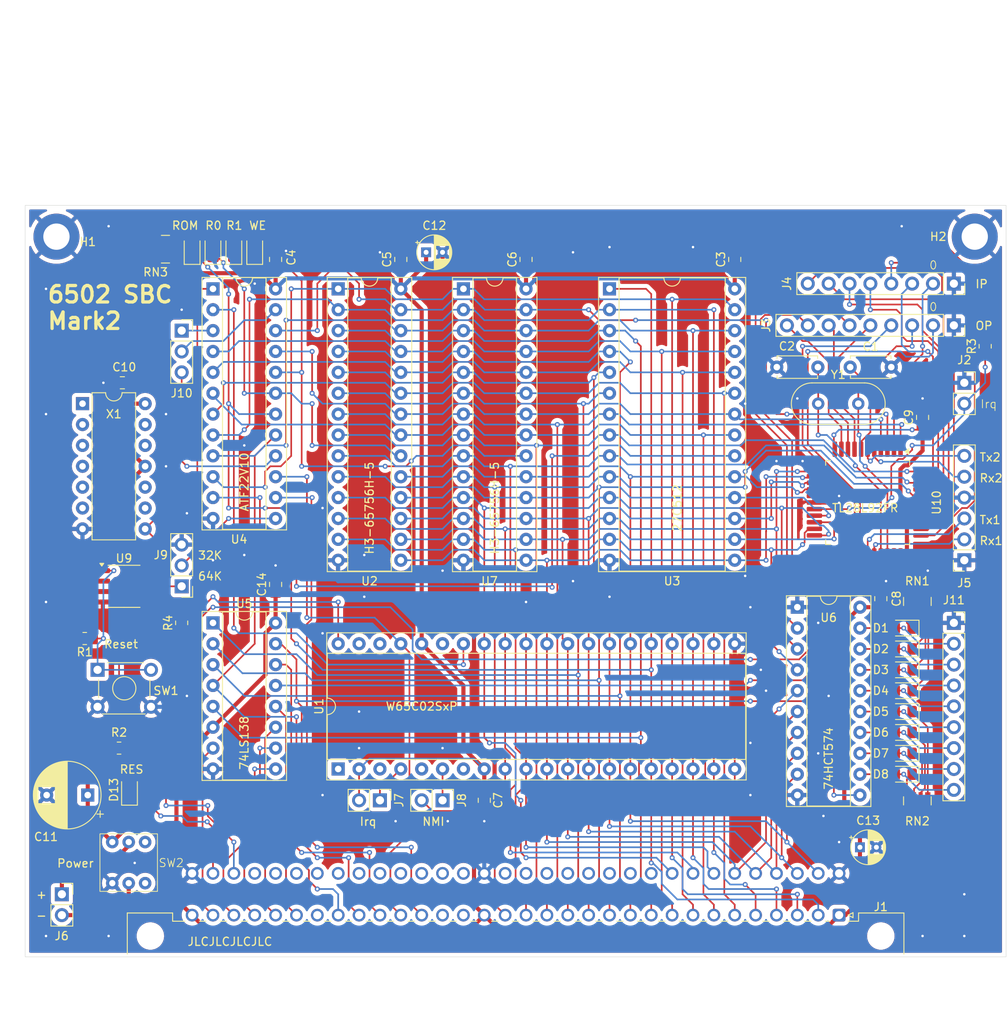
<source format=kicad_pcb>
(kicad_pcb (version 20221018) (generator pcbnew)
  (layers (0 "F.Cu" signal) (31 "B.Cu" signal) (34 "B.Paste" user) (35 "F.Paste" user) (36 "B.SilkS" user "B.Silkscreen") (37 "F.SilkS" user "F.Silkscreen") (38 "B.Mask" user) (39 "F.Mask" user) (44 "Edge.Cuts" user))
  (net 0 "")
  (net 2 "VCC")
  (net 7 "/A1")
  (net 8 "/A2")
  (net 9 "/A3")
  (net 10 "/A4")
  (net 11 "/A5")
  (net 12 "/A6")
  (net 13 "/A7")
  (net 14 "/A8")
  (net 15 "/A9")
  (net 16 "/A10")
  (net 17 "/A11")
  (net 18 "GND")
  (net 19 "/A12")
  (net 20 "/A13")
  (net 21 "/A14")
  (net 22 "/RES")
  (net 23 "/~{IRQ_UART}")
  (net 25 "/R{slash}~{W}")
  (net 27 "/CLOCK")
  (net 30 "/SYS_CLK")
  (net 31 "/~{RES}")
  (net 32 "/~{CS_RAM0}")
  (net 33 "/~{QOE}")
  (net 34 "/~{QWE_RAM}")
  (net 35 "/~{CS_RAM1}")
  (net 36 "/~{CS_ROM}")
  (net 37 "/~{IO_SEL}")
  (net 38 "/~{SYS_CLK}")
  (net 39 "/~{IOEN_00_GPIO0}")
  (net 40 "/~{IOEN_02_UART}")
  (net 41 "/UART_X1")
  (net 42 "/UART_X2")
  (net 43 "/RX_D2")
  (net 44 "/TX_D2")
  (net 45 "/TX_D1")
  (net 46 "/RX_D1")
  (net 49 "Net-(U9-~{PB_RST})")
  (net 60 "/~{IOEN_03}")
  (net 61 "/~{IOEN_04}")
  (net 62 "/~{IOEN_05}")
  (net 63 "/~{IOEN_06}")
  (net 64 "/~{IOEN_07}")
  (net 65 "/A15")
  (net 66 "Net-(D4-K)")
  (net 74 "Net-(J9-Pin_2)")
  (net 75 "/~{IRQ}")
  (net 76 "/~{NMI}")
  (net 77 "Net-(D3-K)")
  (net 78 "Net-(D2-K)")
  (net 79 "Net-(D1-K)")
  (net 80 "Net-(D8-K)")
  (net 81 "Net-(D7-K)")
  (net 82 "Net-(D6-K)")
  (net 83 "Net-(D5-K)")
  (net 84 "/GPIO00_O7")
  (net 85 "/GPIO00_O6")
  (net 86 "/GPIO00_O5")
  (net 87 "/GPIO00_O4")
  (net 88 "/GPIO00_O3")
  (net 89 "/GPIO00_O2")
  (net 90 "/GPIO00_O1")
  (net 91 "/GPIO00_O0")
  (net 92 "Net-(D12-A)")
  (net 93 "Net-(D11-A)")
  (net 94 "Net-(D10-A)")
  (net 95 "Net-(D9-A)")
  (net 96 "Net-(D13-A)")
  (net 97 "/D1")
  (net 98 "/D3")
  (net 99 "/D5")
  (net 100 "/D7")
  (net 101 "/D6")
  (net 102 "/D4")
  (net 103 "/D2")
  (net 104 "/D0")
  (net 107 "/A0")
  (net 109 "/~{IOEN_01}")
  (net 111 "/UART_OP1")
  (net 112 "/UART_OP3")
  (net 113 "/UART_OP5")
  (net 114 "/UART_OP7")
  (net 115 "/UART_OP6")
  (net 116 "/UART_OP4")
  (net 117 "/UART_OP2")
  (net 118 "/UART_OP0")
  (net 119 "/UART_IP0")
  (net 120 "/UART_IP2")
  (net 121 "/UART_IP6")
  (net 122 "/UART_IP5")
  (net 123 "/UART_IP4")
  (net 124 "/UART_IP3")
  (net 125 "/UART_IP1")
  (net 126 "Net-(J6-Pin_1)")
  (net 127 "Net-(J6-Pin_2)")
  (net 130 "/PLD_I1")
  (net 131 "/PLD_O7")
  (net 132 "/PLD_O0")
  (footprint "Package_QFP:MQFP-44_10x10mm_P0.8mm" (layer "F.Cu") (at 125.4 51.4 -90)
    (fp_text reference "U10")
    (fp_text value "TL28L92FR")
  )
  (footprint "LED_SMD:LED_0805_2012Metric_Pad1.15x1.40mm_HandSolder" (layer "F.Cu") (at 43.18 20.565 90)
    (fp_text reference "D9" hide)
    (fp_text value "LED_Small")
  )
  (footprint "Package_SO:SO-8_3.9x4.9mm_P1.27mm" (layer "F.Cu") (at 34.89 61.595)
    (fp_text reference "U9")
    (fp_text value "MAX1232")
  )
  (footprint "Package_DIP:DIP-28_W7.62mm_Socket" (layer "F.Cu") (at 76.2 25.4)
    (fp_text reference "U7")
    (fp_text value "H3-65756H-5")
  )
  (footprint "sim82:7x7DPDT" (layer "F.Cu") (at 35.465 95.21)
    (fp_text reference "SW2")
    (fp_text value "SW_PWR")
  )
  (footprint "LED_SMD:LED_0805_2012Metric_Pad1.15x1.40mm_HandSolder" (layer "F.Cu") (at 48.26 20.565 90)
    (fp_text reference "D11" hide)
    (fp_text value "LED_Small")
  )
  (footprint "LED_SMD:LED_0805_2012Metric_Pad1.15x1.40mm_HandSolder" (layer "F.Cu") (at 129.785 79.375 180)
    (fp_text reference "D6")
    (fp_text value "LED_Small")
  )
  (footprint "Package_DIP:DIP-28_W7.62mm_Socket" (layer "F.Cu") (at 60.96 25.4)
    (fp_text reference "U2")
    (fp_text value "H3-65756H-5")
  )
  (footprint "Capacitor_THT:CP_Radial_D8.0mm_P5.00mm" (layer "F.Cu") (at 30.48 86.995 180)
    (fp_text reference "C11")
    (fp_text value "680uF")
  )
  (footprint "Connector_PinSocket_2.54mm:PinSocket_1x09_P2.54mm_Vertical" (layer "F.Cu") (at 135.89 66.04)
    (fp_text reference "J11")
    (fp_text value "Conn_01x09")
  )
  (footprint "Crystal:Crystal_HC49-4H_Vertical" (layer "F.Cu") (at 119.38 39.37)
    (fp_text reference "Y1")
    (fp_text value "Crystal 3.6864MHz")
  )
  (footprint "Button_Switch_THT:SW_TH_Tactile_Omron_B3F-10xx" (layer "F.Cu") (at 31.675 71.755)
    (fp_text reference "SW1")
    (fp_text value "SW_Reset")
  )
  (footprint "Connector_PinHeader_2.54mm:PinHeader_1x02_P2.54mm_Vertical" (layer "F.Cu") (at 66.04 87.63 -90)
    (fp_text reference "J7")
    (fp_text value "Jmp_Irq")
  )
  (footprint "Capacitor_SMD:C_0805_2012Metric_Pad1.18x1.45mm_HandSolder" (layer "F.Cu") (at 53.34 61.3625 90)
    (fp_text reference "C14")
    (fp_text value "100nF")
  )
  (footprint "Package_DIP:DIP-28_W15.24mm_Socket" (layer "F.Cu") (at 93.98 25.4)
    (fp_text reference "U3")
    (fp_text value "27C512")
  )
  (footprint "Resistor_SMD:R_0805_2012Metric_Pad1.20x1.40mm_HandSolder" (layer "F.Cu") (at 139.7 32.385 90)
    (fp_text reference "R3")
    (fp_text value "10K")
  )
  (footprint "Resistor_SMD:R_Array_Convex_4x0612" (layer "F.Cu") (at 131.445 87.695 -90)
    (fp_text reference "RN2")
    (fp_text value "R_Pack04")
  )
  (footprint "LED_SMD:LED_0805_2012Metric_Pad1.15x1.40mm_HandSolder" (layer "F.Cu") (at 45.72 20.565 90)
    (fp_text reference "D10" hide)
    (fp_text value "LED_Small")
  )
  (footprint "Connector_PinSocket_2.54mm:PinSocket_1x03_P2.54mm_Vertical" (layer "F.Cu") (at 41.91 30.48)
    (fp_text reference "J10")
    (fp_text value "PLD_aux")
  )
  (footprint "Resistor_SMD:R_Array_Convex_4x0612" (layer "F.Cu") (at 39.94 20.575 180)
    (fp_text reference "RN3")
    (fp_text value "R_Pack04")
  )
  (footprint "LED_SMD:LED_0805_2012Metric_Pad1.15x1.40mm_HandSolder" (layer "F.Cu") (at 50.8 20.565 90)
    (fp_text reference "D12" hide)
    (fp_text value "LED_Small")
  )
  (footprint "LED_SMD:LED_0805_2012Metric_Pad1.15x1.40mm_HandSolder" (layer "F.Cu") (at 129.785 81.915 180)
    (fp_text reference "D7")
    (fp_text value "LED_Small")
  )
  (footprint "Capacitor_SMD:C_0805_2012Metric_Pad1.18x1.45mm_HandSolder" (layer "F.Cu") (at 68.58 21.8225 90)
    (fp_text reference "C5")
    (fp_text value "100nF")
  )
  (footprint "Capacitor_SMD:C_0805_2012Metric_Pad1.18x1.45mm_HandSolder" (layer "F.Cu") (at 34.6925 36.83 180)
    (fp_text reference "C10")
    (fp_text value "100nF")
  )
  (footprint "Capacitor_THT:CP_Radial_D4.0mm_P2.00mm" (layer "F.Cu") (at 71.66 20.955)
    (fp_text reference "C12")
    (fp_text value "47uF")
  )
  (footprint "Connector_PinSocket_2.54mm:PinSocket_1x06_P2.54mm_Vertical" (layer "F.Cu") (at 137.16 58.42 180)
    (fp_text reference "J5")
    (fp_text value "UART")
  )
  (footprint "Connector_PinSocket_2.54mm:PinSocket_1x09_P2.54mm_Vertical" (layer "F.Cu") (at 135.89 29.845 -90)
    (fp_text reference "J3")
    (fp_text value "Conn_01x09_Socket")
  )
  (footprint "Connector_PinSocket_2.54mm:PinSocket_1x02_P2.54mm_Vertical" (layer "F.Cu") (at 137.16 36.83)
    (fp_text reference "J2")
    (fp_text value "Jmp_UART_Irq")
  )
  (footprint "Capacitor_THT:C_Disc_D4.7mm_W2.5mm_P5.00mm" (layer "F.Cu") (at 119.34 34.925 180)
    (fp_text reference "C2")
    (fp_text value "100nF")
  )
  (footprint "Package_DIP:DIP-24_W7.62mm_Socket" (layer "F.Cu") (at 45.72 25.4)
    (fp_text reference "U4")
    (fp_text value "ATF22V10")
  )
  (footprint "Resistor_SMD:R_Array_Convex_4x0612" (layer "F.Cu") (at 131.445 63.435 90)
    (fp_text reference "RN1")
    (fp_text value "R_Pack04")
  )
  (footprint "Capacitor_SMD:C_0805_2012Metric_Pad1.18x1.45mm_HandSolder" (layer "F.Cu") (at 53.34 21.8225 90)
    (fp_text reference "C4")
    (fp_text value "100nF")
  )
  (footprint "Capacitor_SMD:C_0805_2012Metric_Pad1.18x1.45mm_HandSolder" (layer "F.Cu") (at 132.08 41.0425 90)
    (fp_text reference "C9")
    (fp_text value "100nF")
  )
  (footprint "Capacitor_THT:CP_Radial_D4.0mm_P2.00mm" (layer "F.Cu") (at 124.46 93.345)
    (fp_text reference "C13")
    (fp_text value "47uF")
  )
  (footprint "Package_DIP:DIP-16_W7.62mm_Socket" (layer "F.Cu") (at 45.72 66.04)
    (fp_text reference "U5")
    (fp_text value "74LS138")
  )
  (footprint "Capacitor_SMD:C_0805_2012Metric_Pad1.18x1.45mm_HandSolder" (layer "F.Cu") (at 83.82 21.8225 90)
    (fp_text reference "C6")
    (fp_text value "100nF")
  )
  (footprint "Resistor_SMD:R_0805_2012Metric_Pad1.20x1.40mm_HandSolder" (layer "F.Cu") (at 41.91 66.04 90)
    (fp_text reference "R4")
    (fp_text value "10K")
  )
  (footprint "Resistor_SMD:R_0805_2012Metric_Pad1.20x1.40mm_HandSolder" (layer "F.Cu") (at 30.115 67.945 180)
    (fp_text reference "R1")
    (fp_text value "10K")
  )
  (footprint "Capacitor_SMD:C_0805_2012Metric_Pad1.18x1.45mm_HandSolder" (layer "F.Cu") (at 127 63.0975 90)
    (fp_text reference "C8")
    (fp_text value "100nF")
  )
  (footprint "LED_SMD:LED_0805_2012Metric_Pad1.15x1.40mm_HandSolder" (layer "F.Cu") (at 129.785 69.215 180)
    (fp_text reference "D2")
    (fp_text value "LED_Small")
  )
  (footprint "Connector_PinHeader_2.54mm:PinHeader_1x02_P2.54mm_Vertical" (layer "F.Cu") (at 73.66 87.63 -90)
    (fp_text reference "J8")
    (fp_text value "Jmp_NMI")
  )
  (footprint "Capacitor_SMD:C_0805_2012Metric_Pad1.18x1.45mm_HandSolder" (layer "F.Cu") (at 109.22 21.8225 90)
    (fp_text reference "C3")
    (fp_text value "100nF")
  )
  (footprint "Capacitor_SMD:C_0805_2012Metric_Pad1.18x1.45mm_HandSolder" (layer "F.Cu") (at 78.74 87.63 -90)
    (fp_text reference "C7")
    (fp_text value "100nF")
  )
  (footprint "Package_DIP:DIP-40_W15.24mm_Socket" (layer "F.Cu") (at 60.96 83.82 90)
    (fp_text reference "U1")
    (fp_text value "W65C02SxP")
  )
  (footprint "Connector_PinHeader_2.54mm:PinHeader_1x03_P2.54mm_Vertical" (layer "F.Cu") (at 41.91 61.595 180)
    (fp_text reference "J9")
    (fp_text value "Ram1 Enable")
  )
  (footprint "Connector_PinSocket_2.54mm:PinSocket_1x08_P2.54mm_Vertical" (layer "F.Cu") (at 135.89 24.765 -90)
    (fp_text reference "J4")
    (fp_text value "Conn_01x08_Socket")
  )
  (footprint "LED_SMD:LED_0805_2012Metric_Pad1.15x1.40mm_HandSolder" (layer "F.Cu") (at 129.785 71.755 180)
    (fp_text reference "D3")
    (fp_text value "LED_Small")
  )
  (footprint "LED_SMD:LED_0805_2012Metric_Pad1.15x1.40mm_HandSolder" (layer "F.Cu") (at 129.785 84.455 180)
    (fp_text reference "D8")
    (fp_text value "LED_Small")
  )
  (footprint "LED_SMD:LED_0805_2012Metric_Pad1.15x1.40mm_HandSolder" (layer "F.Cu") (at 129.785 66.675 180)
    (fp_text reference "D1")
    (fp_text value "LED_Small")
  )
  (footprint "Package_DIP:DIP-20_W7.62mm_Socket" (layer "F.Cu") (at 116.84 64.135)
    (fp_text reference "U6")
    (fp_text value "74HCT574")
  )
  (footprint "Capacitor_THT:C_Disc_D4.7mm_W2.5mm_P5.00mm" (layer "F.Cu") (at 123.27 34.925)
    (fp_text reference "C1")
    (fp_text value "100nF")
  )
  (footprint "MountingHole:MountingHole_3.2mm_M3_DIN965_Pad" (layer "F.Cu") (at 26.67 19.05)
    (fp_text reference "H1")
    (fp_text value "GND")
  )
  (footprint "Resistor_SMD:R_0805_2012Metric_Pad1.20x1.40mm_HandSolder" (layer "F.Cu") (at 34.29 81.28 180)
    (fp_text reference "R2")
    (fp_text value "10K")
  )
  (footprint "Connector_PinSocket_2.54mm:PinSocket_1x02_P2.54mm_Vertical" (layer "F.Cu") (at 27.33 99.06)
    (fp_text reference "J6")
    (fp_text value "Conn_01x02_Socket")
  )
  (footprint "Package_DIP:DIP-14_W7.62mm" (layer "F.Cu") (at 29.845 39.37)
    (fp_text reference "X1")
    (fp_text value "ACO-14MHz")
  )
  (footprint "LED_SMD:LED_0805_2012Metric_Pad1.15x1.40mm_HandSolder" (layer "F.Cu") (at 35.56 86.36 90)
    (fp_text reference "D13")
    (fp_text value "LED_Small")
  )
  (footprint "LED_SMD:LED_0805_2012Metric_Pad1.15x1.40mm_HandSolder" (layer "F.Cu") (at 129.785 76.835 180)
    (fp_text reference "D5")
    (fp_text value "LED_Small")
  )
  (footprint "Connector_DIN:DIN41612_C_2x32_Male_Horizontal_THT" (layer "F.Cu") (at 121.92 101.6 180)
    (fp_text reference "J1")
    (fp_text value "DIN41612_02x32_AC")
  )
  (footprint "MountingHole:MountingHole_3.2mm_M3_DIN965_Pad" (layer "F.Cu") (at 138.43 19.05)
    (fp_text reference "H2")
    (fp_text value "GND")
  )
  (footprint "LED_SMD:LED_0805_2012Metric_Pad1.15x1.40mm_HandSolder" (layer "F.Cu") (at 129.785 74.295 180)
    (fp_text reference "D4")
    (fp_text value "LED_Small")
  )
  (gr_rect (start 22.86 15.24) (end 142.24 106.68) (stroke (width 0.05)) (fill none) (layer "Edge.Cuts"))
  (gr_text "6502 SBC\nMark2" (at 25.4 30.48) (layer "F.SilkS") (effects (font (size 2 2) (thickness 0.4) bold) (justify left bottom)))
  (gr_text "R0" (at 44.704 18.288) (layer "F.SilkS") (effects (font (size 1 1)) (justify left bottom)))
  (gr_text "32K" (at 43.815 58.42) (layer "F.SilkS") (effects (font (size 1 1)) (justify left bottom)))
  (gr_text "RES" (at 34.29 84.455) (layer "F.SilkS") (effects (font (size 1 1)) (justify left bottom)))
  (gr_text "JLCJLCJLCJLC" (at 42.545 105.41) (layer "F.SilkS") (effects (font (size 1 1)) (justify left bottom)))
  (gr_text "WE" (at 50.038 18.288) (layer "F.SilkS") (effects (font (size 1 1)) (justify left bottom)))
  (gr_text "64K" (at 43.815 60.96) (layer "F.SilkS") (effects (font (size 1 1)) (justify left bottom)))
  (gr_text "-" (at 24.13 102.235) (layer "F.SilkS") (effects (font (size 1 1)) (justify left bottom)))
  (gr_text "ROM" (at 40.64 18.288) (layer "F.SilkS") (effects (font (size 1 1)) (justify left bottom)))
  (gr_text "+" (at 24.13 99.695) (layer "F.SilkS") (effects (font (size 1 1)) (justify left bottom)))
  (gr_text "Power" (at 26.67 95.885) (layer "F.SilkS") (effects (font (size 1 1)) (justify left bottom)))
  (gr_text "IP" (at 138.43 25.4) (layer "F.SilkS") (effects (font (size 1 1)) (justify left bottom)))
  (gr_text "Tx1" (at 138.938 54.102) (layer "F.SilkS") (effects (font (size 1 1)) (justify left bottom)))
  (gr_text "R1" (at 47.244 18.288) (layer "F.SilkS") (effects (font (size 1 1)) (justify left bottom)))
  (gr_text "Rx1" (at 138.938 56.642) (layer "F.SilkS") (effects (font (size 1 1)) (justify left bottom)))
  (gr_text "0" (at 132.842 23.114) (layer "F.SilkS") (effects (font (size 1 1) (thickness 0.1)) (justify left bottom)))
  (gr_text "Tx2" (at 138.938 46.482) (layer "F.SilkS") (effects (font (size 1 1)) (justify left bottom)))
  (gr_text "0" (at 132.842 28.194) (layer "F.SilkS") (effects (font (size 1 1) (thickness 0.1)) (justify left bottom)))
  (gr_text "NMI" (at 71.12 90.805) (layer "F.SilkS") (effects (font (size 1 1)) (justify left bottom)))
  (gr_text "Irq" (at 139.065 40.005) (layer "F.SilkS") (effects (font (size 1 1) (thickness 0.1)) (justify left bottom)))
  (gr_text "Irq" (at 63.5 90.805) (layer "F.SilkS") (effects (font (size 1 1)) (justify left bottom)))
  (gr_text "Rx2" (at 138.938 49.022) (layer "F.SilkS") (effects (font (size 1 1)) (justify left bottom)))
  (gr_text "OP" (at 138.43 30.48) (layer "F.SilkS") (effects (font (size 1 1)) (justify left bottom)))
  (gr_text "Reset" (at 32.385 69.215) (layer "F.SilkS") (effects (font (size 1 1)) (justify left bottom)))
  (segment (start 35.56 59.69) (end 35.56 60.96) (width 0.5) (layer "F.Cu") (net 2))
  (segment (start 38.1 20.32) (end 38.245 20.175) (width 0.2) (layer "F.Cu") (net 2))
  (segment (start 35.56 39.37) (end 37.465 39.37) (width 0.5) (layer "F.Cu") (net 2))
  (segment (start 30.48 89.725) (end 33.465 92.71) (width 0.5) (layer "F.Cu") (net 2))
  (segment (start 37.465 59.69) (end 35.56 59.69) (width 0.5) (layer "F.Cu") (net 2))
  (segment (start 121.92 101.6) (end 122.694999 101.6) (width 0.5) (layer "F.Cu") (net 2))
  (segment (start 83.82 22.86) (end 83.82 25.4) (width 0.5) (layer "F.Cu") (net 2))
  (segment (start 30.48 81.28) (end 30.48 89.725) (width 0.5) (layer "F.Cu") (net 2))
  (segment (start 37.465 46.99) (end 35.56 45.085) (width 0.5) (layer "F.Cu") (net 2))
  (segment (start 77.46 88.93) (end 77.49 88.9) (width 0.5) (layer "F.Cu") (net 2))
  (segment (start 76.2 81.28) (end 76.2 73.66) (width 0.5) (layer "F.Cu") (net 2))
  (segment (start 124.46 90.805) (end 122.555 88.9) (width 0.5) (layer "F.Cu") (net 2))
  (segment (start 131.615 42.545) (end 132.08 42.08) (width 0.2) (layer "F.Cu") (net 2))
  (segment (start 38.48 19.305) (end 38.1 19.685) (width 0.2) (layer "F.Cu") (net 2))
  (segment (start 35.56 38.1) (end 35.56 39.37) (width 0.5) (layer "F.Cu") (net 2))
  (segment (start 38.355 21.845) (end 39.24 21.845) (width 0.2) (layer "F.Cu") (net 2))
  (segment (start 35.56 38.1) (end 35.56 31.75) (width 0.5) (layer "F.Cu") (net 2))
  (segment (start 130.81 42.545) (end 131.615 42.545) (width 0.2) (layer "F.Cu") (net 2))
  (segment (start 139.7 31.385) (end 139.7 24.916195) (width 0.2) (layer "F.Cu") (net 2))
  (segment (start 128.905 62.23) (end 128.905 60.96) (width 0.5) (layer "F.Cu") (net 2))
  (segment (start 130.305 52.2) (end 130.175 52.07) (width 0.5) (layer "F.Cu") (net 2))
  (segment (start 122.555 66.04) (end 124.46 64.135) (width 0.5) (layer "F.Cu") (net 2))
  (segment (start 122.694999 101.6) (end 124.46 99.834999) (width 0.5) (layer "F.Cu") (net 2))
  (segment (start 120.015 103.505) (end 121.92 101.6) (width 0.5) (layer "F.Cu") (net 2))
  (segment (start 121.285 44.7975) (end 121.4 44.9125) (width 0.2) (layer "F.Cu") (net 2))
  (segment (start 38.1 21.59) (end 38.355 21.845) (width 0.2) (layer "F.Cu") (net 2))
  (segment (start 38.1 20.32) (end 38.1 19.685) (width 0.2) (layer "F.Cu") (net 2))
  (segment (start 41.275 90.17) (end 41.275 83.185) (width 0.5) (layer "F.Cu") (net 2))
  (segment (start 76.2 73.66) (end 71.12 68.58) (width 0.5) (layer "F.Cu") (net 2))
  (segment (start 130.175 51.435) (end 130.175 52.07) (width 0.5) (layer "F.Cu") (net 2))
  (segment (start 33.465 92.71) (end 35.37 90.805) (width 0.5) (layer "F.Cu") (net 2))
  (segment (start 68.58 22.86) (end 68.58 25.4) (width 0.5) (layer "F.Cu") (net 2))
  (segment (start 29.21 62.865) (end 29.21 77.47) (width 0.5) (layer "F.Cu") (net 2))
  (segment (start 37.465 46.99) (end 35.56 48.895) (width 0.5) (layer "F.Cu") (net 2))
  (segment (start 43.18 101.6) (end 41.275 99.695) (width 0.5) (layer "F.Cu") (net 2))
  (segment (start 78.74 101.6) (end 80.645 103.505) (width 0.5) (layer "F.Cu") (net 2))
  (segment (start 131.8875 52.2) (end 130.305 52.2) (width 0.5) (layer "F.Cu") (net 2))
  (segment (start 41.275 92.71) (end 40.005 91.44) (width 0.5) (layer "F.Cu") (net 2))
  (segment (start 32.315 62.23) (end 29.845 62.23) (width 0.5) (layer "F.Cu") (net 2))
  (segment (start 77.49 88.285) (end 77.49 88.108122) (width 0.5) (layer "F.Cu") (net 2))
  (segment (start 38.1 20.955) (end 38.1 20.32) (width 0.2) (layer "F.Cu") (net 2))
  (segment (start 130.21 51.4) (end 129.385563 50.575563) (width 0.5) (layer "F.Cu") (net 2))
  (segment (start 71.12 87.63) (end 72.42 88.93) (width 0.2) (layer "F.Cu") (net 2))
  (segment (start 76.835 103.505) (end 78.74 101.6) (width 0.5) (layer "F.Cu") (net 2))
  (segment (start 41.5925 82.8675) (end 45.72 78.74) (width 0.5) (layer "F.Cu") (net 2))
  (segment (start 52.09 67.29) (end 53.34 66.04) (width 0.5) (layer "F.Cu") (net 2))
  (segment (start 51.435 23.495) (end 53.34 25.4) (width 0.5) (layer "F.Cu") (net 2))
  (segment (start 39.24 19.305) (end 38.48 19.305) (width 0.2) (layer "F.Cu") (net 2))
  (segment (start 121.285 43.18) (end 121.285 44.7975) (width 0.2) (layer "F.Cu") (net 2))
  (segment (start 63.5 83.82) (end 63.5 87.63) (width 0.2) (layer "F.Cu") (net 2))
  (segment (start 41.91 72.39) (end 41.91 67.04) (width 0.2) (layer "F.Cu") (net 2))
  (segment (start 80.645 103.505) (end 120.015 103.505) (width 0.5) (layer "F.Cu") (net 2))
  (segment (start 36.195 61.595) (end 35.56 60.96) (width 0.2) (layer "F.Cu") (net 2))
  (segment (start 77.49 88.108122) (end 78.74 86.858122) (width 0.5) (layer "F.Cu") (net 2))
  (segment (start 71.66 20.955) (end 71.66 22.32) (width 0.5) (layer "F.Cu") (net 2))
  (segment (start 131.8875 51.4) (end 130.21 51.4) (width 0.5) (layer "F.Cu") (net 2))
  (segment (start 72.42 88.93) (end 77.46 88.93) (width 0.2) (layer "F.Cu") (net 2))
  (segment (start 41.275 83.185) (end 41.5925 82.8675) (width 0.5) (layer "F.Cu") (net 2))
  (segment (start 130.21 51.4) (end 130.175 51.435) (width 0.5) (layer "F.Cu") (net 2))
  (segment (start 77.49 100.35) (end 77.49 88.285) (width 0.5) (layer "F.Cu") (net 2))
  (segment (start 52.09 72.37) (end 52.09 67.29) (width 0.5) (layer "F.Cu") (net 2))
  (segment (start 71.66 22.32) (end 68.58 25.4) (width 0.5) (layer "F.Cu") (net 2))
  (segment (start 35.37 90.805) (end 39.37 90.805) (width 0.5) (layer "F.Cu") (net 2))
  (segment (start 38.1 21.59) (end 38.1 20.955) (width 0.2) (layer "F.Cu") (net 2))
  (segment (start 41.275 82.55) (end 41.5925 82.8675) (width 0.2) (layer "F.Cu") (net 2))
  (segment (start 38.12 20.975) (end 39.24 20.975) (width 0.2) (layer "F.Cu") (net 2))
  (segment (start 35.56 31.75) (end 41.91 25.4) (width 0.5) (layer "F.Cu") (net 2))
  (segment (start 124.46 64.135) (end 127 64.135) (width 0.5) (layer "F.Cu") (net 2))
  (segment (start 34.29 62.23) (end 32.315 62.23) (width 0.5) (layer "F.Cu") (net 2))
  (segment (start 29.21 77.47) (end 30.48 78.74) (width 0.5) (layer "F.Cu") (net 2))
  (segment (start 130.29 46.875) (end 132.08 45.085) (width 0.5) (layer "F.Cu") (net 2))
  (segment (start 78.74 83.82) (end 76.2 81.28) (width 0.5) (layer "F.Cu") (net 2))
  (segment (start 129.864339 46.875) (end 130.29 46.875) (width 0.5) (layer "F.Cu") (net 2))
  (segment (start 29.845 62.23) (end 29.21 62.865) (width 0.5) (layer "F.Cu") (net 2))
  (segment (start 109.22 25.4) (end 109.22 22.86) (width 0.5) (layer "F.Cu") (net 2))
  (segment (start 77.49 88.9) (end 77.49 88.285) (width 0.5) (layer "F.Cu") (net 2))
  (segment (start 40.005 91.44) (end 41.275 90.17) (width 0.5) (layer "F.Cu") (net 2))
  (segment (start 38.1 20.955) (end 38.12 20.975) (width 0.2) (layer "F.Cu") (net 2))
  (segment (start 78.74 86.858122) (end 78.74 83.82) (width 0.5) (layer "F.Cu") (net 2))
  (segment (start 30.48 78.74) (end 30.48 81.28) (width 0.5) (layer "F.Cu") (net 2))
  (segment (start 45.72 78.996878) (end 45.72 78.74) (width 0.5) (layer "F.Cu") (net 2))
  (segment (start 53.34 25.4) (end 53.34 22.86) (width 0.5) (layer "F.Cu") (net 2))
  (segment (start 41.275 73.025) (end 41.275 82.55) (width 0.2) (layer "F.Cu") (net 2))
  (segment (start 41.91 72.39) (end 41.275 73.025) (width 0.2) (layer "F.Cu") (net 2))
  (segment (start 41.275 99.695) (end 41.275 92.71) (width 0.5) (layer "F.Cu") (net 2))
  (segment (start 38.245 20.175) (end 39.24 20.175) (width 0.2) (layer "F.Cu") (net 2))
  (segment (start 111.74 20.34) (end 109.22 22.86) (width 0.2) (layer "F.Cu") (net 2))
  (segment (start 33.29 81.28) (end 30.48 81.28) (width 0.2) (layer "F.Cu") (net 2))
  (segment (start 129.385563 50.575563) (end 129.385563 47.353776) (width 0.5) (layer "F.Cu") (net 2))
  (segment (start 39.37 90.805) (end 40.005 91.44) (width 0.5) (layer "F.Cu") (net 2))
  (segment (start 45.085 103.505) (end 76.835 103.505) (width 0.5) (layer "F.Cu") (net 2))
  (segment (start 41.91 25.4) (end 43.815 23.495) (width 0.5) (layer "F.Cu") (net 2))
  (segment (start 68.58 25.4) (end 71.12 27.94) (width 0.5) (layer "F.Cu") (net 2))
  (segment (start 53.34 62.4) (end 53.34 66.04) (width 0.5) (layer "F.Cu") (net 2))
  (segment (start 128.905 60.96) (end 130.175 59.69) (width 0.5) (layer "F.Cu") (net 2))
  (segment (start 38.1 22.86) (end 38.1 21.59) (width 0.2) (layer "F.Cu") (net 2))
  (segment (start 78.74 101.6) (end 77.49 100.35) (width 0.5) (layer "F.Cu") (net 2))
  (segment (start 127 64.135) (end 128.905 62.23) (width 0.5) (layer "F.Cu") (net 2))
  (segment (start 38.1 22.86) (end 40.64 25.4) (width 0.2) (layer "F.Cu") (net 2))
  (segment (start 35.56 45.085) (end 35.56 38.1) (width 0.5) (layer "F.Cu") (net 2))
  (segment (start 40.64 25.4) (end 41.91 25.4) (width 0.2) (layer "F.Cu") (net 2))
  (segment (start 129.385563 47.353776) (end 129.864339 46.875) (width 0.5) (layer "F.Cu") (net 2))
  (segment (start 41.91 61.595) (end 36.195 61.595) (width 0.2) (layer "F.Cu") (net 2))
  (segment (start 71.12 27.94) (end 71.12 68.58) (width 0.5) (layer "F.Cu") (net 2))
  (segment (start 45.72 78.74) (end 52.09 72.37) (width 0.5) (layer "F.Cu") (net 2))
  (segment (start 124.46 99.834999) (end 124.46 90.805) (width 0.5) (layer "F.Cu") (net 2))
  (segment (start 132.08 45.085) (end 132.08 42.545) (width 0.5) (layer "F.Cu") (net 2))
  (segment (start 35.56 48.895) (end 35.56 59.69) (width 0.5) (layer "F.Cu") (net 2))
  (segment (start 139.7 24.916195) (end 135.123805 20.34) (width 0.2) (layer "F.Cu") (net 2))
  (segment (start 35.56 60.96) (end 34.29 62.23) (width 0.5) (layer "F.Cu") (net 2))
  (segment (start 43.815 23.495) (end 51.435 23.495) (width 0.5) (layer "F.Cu") (net 2))
  (segment (start 135.123805 20.34) (end 111.74 20.34) (width 0.2) (layer "F.Cu") (net 2))
  (segment (start 122.555 88.9) (end 122.555 66.04) (width 0.5) (layer "F.Cu") (net 2))
  (segment (start 43.18 101.6) (end 45.085 103.505) (width 0.5) (layer "F.Cu") (net 2))
  (segment (start 130.175 59.69) (end 130.175 52.07) (width 0.5) (layer "F.Cu") (net 2))
  (segment (start 33.465 92.71) (end 33.465 93.155) (width 0.5) (layer "F.Cu") (net 2))
  (via (at 121.285 43.18) (size 0.6) (drill 0.3) (layers "F.Cu" "B.Cu") (net 2))
  (via (at 130.81 42.545) (size 0.6) (drill 0.3) (layers "F.Cu" "B.Cu") (net 2))
  (segment (start 82.55 24.13) (end 83.82 25.4) (width 0.5) (layer "B.Cu") (net 2))
  (segment (start 109.18 25.36) (end 109.22 25.4) (width 0.5) (layer "B.Cu") (net 2))
  (segment (start 69.85 24.13) (end 82.55 24.13) (width 0.5) (layer "B.Cu") (net 2))
  (segment (start 121.92 42.545) (end 130.81 42.545) (width 0.2) (layer "B.Cu") (net 2))
  (segment (start 63.5 83.82) (end 64.77 82.55) (width 0.2) (layer "B.Cu") (net 2))
  (segment (start 83.82 25.4) (end 85.09 24.13) (width 0.5) (layer "B.Cu") (net 2))
  (segment (start 64.77 82.55) (end 77.47 82.55) (width 0.2) (layer "B.Cu") (net 2))
  (segment (start 54.61 24.13) (end 67.31 24.13) (width 0.5) (layer "B.Cu") (net 2))
  (segment (start 67.31 24.13) (end 68.58 25.4) (width 0.5) (layer "B.Cu") (net 2))
  (segment (start 85.09 24.13) (end 107.95 24.13) (width 0.5) (layer "B.Cu") (net 2))
  (segment (start 53.34 25.4) (end 54.61 24.13) (width 0.5) (layer "B.Cu") (net 2))
  (segment (start 107.95 24.13) (end 109.22 25.4) (width 0.5) (layer "B.Cu") (net 2))
  (segment (start 121.285 43.18) (end 121.92 42.545) (width 0.2) (layer "B.Cu") (net 2))
  (segment (start 68.58 25.4) (end 69.85 24.13) (width 0.5) (layer "B.Cu") (net 2))
  (segment (start 77.47 82.55) (end 78.74 83.82) (width 0.2) (layer "B.Cu") (net 2))
  (segment (start 82.55 99.06) (end 83.82 100.33) (width 0.2) (layer "F.Cu") (net 7))
  (segment (start 83.82 85.725) (end 82.55 86.995) (width 0.2) (layer "F.Cu") (net 7))
  (segment (start 83.82 82.55) (end 82.55 81.28) (width 0.2) (layer "F.Cu") (net 7))
  (segment (start 130.28 49) (end 131.8875 49) (width 0.2) (layer "F.Cu") (net 7))
  (segment (start 82.55 81.28) (end 82.55 67.804974) (width 0.2) (layer "F.Cu") (net 7))
  (segment (start 82.55 67.804974) (end 81.915 67.169974) (width 0.2) (layer "F.Cu") (net 7))
  (segment (start 130.175 48.895) (end 130.28 49) (width 0.2) (layer "F.Cu") (net 7))
  (segment (start 81.915 67.169974) (end 81.915 46.99) (width 0.2) (layer "F.Cu") (net 7))
  (segment (start 83.82 83.82) (end 83.82 82.55) (width 0.2) (layer "F.Cu") (net 7))
  (segment (start 83.82 100.33) (end 83.82 101.6) (width 0.2) (layer "F.Cu") (net 7))
  (segment (start 82.55 86.995) (end 82.55 99.06) (width 0.2) (layer "F.Cu") (net 7))
  (segment (start 83.82 83.82) (end 83.82 85.725) (width 0.2) (layer "F.Cu") (net 7))
  (via (at 81.915 46.99) (size 0.6) (drill 0.3) (layers "F.Cu" "B.Cu") (net 7))
  (via (at 130.175 48.895) (size 0.6) (drill 0.3) (layers "F.Cu" "B.Cu") (net 7))
  (segment (start 120.085013 44.45) (end 113.03 44.45) (width 0.2) (layer "B.Cu") (net 7))
  (segment (start 77.47 45.72) (end 78.74 46.99) (width 0.2) (layer "B.Cu") (net 7))
  (segment (start 124.010016 48.375003) (end 120.085013 44.45) (width 0.2) (layer "B.Cu") (net 7))
  (segment (start 110.71 46.77) (end 96.16137 46.77) (width 0.2) (layer "B.Cu") (net 7))
  (segment (start 92.71 45.72) (end 93.98 45.72) (width 0.2) (layer "B.Cu") (net 7))
  (segment (start 66.675 45.72) (end 67.945 46.99) (width 0.2) (layer "B.Cu") (net 7))
  (segment (start 113.03 44.45) (end 110.71 46.77) (width 0.2) (layer "B.Cu") (net 7))
  (segment (start 91.44 46.99) (end 92.71 45.72) (width 0.2) (layer "B.Cu") (net 7))
  (segment (start 95.11137 45.72) (end 93.98 45.72) (width 0.2) (layer "B.Cu") (net 7))
  (segment (start 96.16137 46.77) (end 95.11137 45.72) (width 0.2) (layer "B.Cu") (net 7))
  (segment (start 78.74 46.99) (end 81.915 46.99) (width 0.2) (layer "B.Cu") (net 7))
  (segment (start 60.96 45.72) (end 66.675 45.72) (width 0.2) (layer "B.Cu") (net 7))
  (segment (start 129.655003 48.375003) (end 124.010016 48.375003) (width 0.2) (layer "B.Cu") (net 7))
  (segment (start 73.66 46.99) (end 74.93 45.72) (width 0.2) (layer "B.Cu") (net 7))
  (segment (start 130.175 48.895) (end 129.655003 48.375003) (width 0.2) (layer "B.Cu") (net 7))
  (segment (start 67.945 46.99) (end 73.66 46.99) (width 0.2) (layer "B.Cu") (net 7))
  (segment (start 81.915 46.99) (end 91.44 46.99) (width 0.2) (layer "B.Cu") (net 7))
  (segment (start 76.2 45.72) (end 77.47 45.72) (width 0.2) (layer "B.Cu") (net 7))
  (segment (start 74.93 45.72) (end 76.2 45.72) (width 0.2) (layer "B.Cu") (net 7))
  (segment (start 131.6625 47.625) (end 131.8875 47.4) (width 0.2) (layer "F.Cu") (net 8))
  (segment (start 130.175 47.625) (end 131.6625 47.625) (width 0.2) (layer "F.Cu") (net 8))
  (segment (start 86.36 82.55) (end 85.09 81.28) (width 0.2) (layer "F.Cu") (net 8))
  (segment (start 85.09 99.06) (end 86.36 100.33) (width 0.2) (layer "F.Cu") (net 8))
  (segment (start 85.09 81.28) (end 85.09 44.45) (width 0.2) (layer "F.Cu") (net 8))
  (segment (start 86.36 83.82) (end 86.36 82.55) (width 0.2) (layer "F.Cu") (net 8))
  (segment (start 86.36 85.725) (end 85.09 86.995) (width 0.2) (layer "F.Cu") (net 8))
  (segment (start 86.36 100.33) (end 86.36 101.6) (width 0.2) (layer "F.Cu") (net 8))
  (segment (start 86.36 83.82) (end 86.36 85.725) (width 0.2) (layer "F.Cu") (net 8))
  (segment (start 85.09 86.995) (end 85.09 99.06) (width 0.2) (layer "F.Cu") (net 8))
  (via (at 85.09 44.45) (size 0.6) (drill 0.3) (layers "F.Cu" "B.Cu") (net 8))
  (via (at 130.175 47.625) (size 0.6) (drill 0.3) (layers "F.Cu" "B.Cu") (net 8))
  (segment (start 85.09 44.45) (end 91.44 44.45) (width 0.2) (layer "B.Cu") (net 8))
  (segment (start 66.675 43.18) (end 67.945 44.45) (width 0.2) (layer "B.Cu") (net 8))
  (segment (start 92.71 43.18) (end 93.98 43.18) (width 0.2) (layer "B.Cu") (net 8))
  (segment (start 95.11137 43.18) (end 93.98 43.18) (width 0.2) (layer "B.Cu") (net 8))
  (segment (start 60.96 43.18) (end 66.675 43.18) (width 0.2) (layer "B.Cu") (net 8))
  (segment (start 91.44 44.45) (end 92.71 43.18) (width 0.2) (layer "B.Cu") (net 8))
  (segment (start 74.93 43.18) (end 76.2 43.18) (width 0.2) (layer "B.Cu") (net 8))
  (segment (start 109.962463 44.45) (end 96.38137 44.45) (width 0.2) (layer "B.Cu") (net 8))
  (segment (start 130.175 47.625) (end 123.825 47.625) (width 0.2) (layer "B.Cu") (net 8))
  (segment (start 73.66 44.45) (end 74.93 43.18) (width 0.2) (layer "B.Cu") (net 8))
  (segment (start 123.825 47.625) (end 120.015 43.815) (width 0.2) (layer "B.Cu") (net 8))
  (segment (start 120.015 43.815) (end 110.597463 43.815) (width 0.2) (layer "B.Cu") (net 8))
  (segment (start 78.74 44.45) (end 85.09 44.45) (width 0.2) (layer "B.Cu") (net 8))
  (segment (start 76.2 43.18) (end 77.47 43.18) (width 0.2) (layer "B.Cu") (net 8))
  (segment (start 96.38137 44.45) (end 95.11137 43.18) (width 0.2) (layer "B.Cu") (net 8))
  (segment (start 77.47 43.18) (end 78.74 44.45) (width 0.2) (layer "B.Cu") (net 8))
  (segment (start 110.597463 43.815) (end 109.962463 44.45) (width 0.2) (layer "B.Cu") (net 8))
  (segment (start 67.945 44.45) (end 73.66 44.45) (width 0.2) (layer "B.Cu") (net 8))
  (segment (start 87.63 81.28) (end 87.63 41.91) (width 0.2) (layer "F.Cu") (net 9))
  (segment (start 88.9 85.725) (end 87.63 86.995) (width 0.2) (layer "F.Cu") (net 9))
  (segment (start 88.9 82.55) (end 87.63 81.28) (width 0.2) (layer "F.Cu") (net 9))
  (segment (start 88.9 100.33) (end 88.9 101.6) (width 0.2) (layer "F.Cu") (net 9))
  (segment (start 129.4 42.05) (end 129.4 44.9125) (width 0.2) (layer "F.Cu") (net 9))
  (segment (start 87.63 86.995) (end 87.63 99.06) (width 0.2) (layer "F.Cu") (net 9))
  (segment (start 129.54 41.91) (end 129.4 42.05) (width 0.2) (layer "F.Cu") (net 9))
  (segment (start 87.63 99.06) (end 88.9 100.33) (width 0.2) (layer "F.Cu") (net 9))
  (segment (start 88.9 83.82) (end 88.9 82.55) (width 0.2) (layer "F.Cu") (net 9))
  (segment (start 88.9 83.82) (end 88.9 85.725) (width 0.2) (layer "F.Cu") (net 9))
  (via (at 87.63 41.91) (size 0.6) (drill 0.3) (layers "F.Cu" "B.Cu") (net 9))
  (via (at 129.54 41.91) (size 0.6) (drill 0.3) (layers "F.Cu" "B.Cu") (net 9))
  (segment (start 76.2 40.64) (end 77.47 40.64) (width 0.2) (layer "B.Cu") (net 9))
  (segment (start 129.54 41.91) (end 96.38137 41.91) (width 0.2) (layer "B.Cu") (net 9))
  (segment (start 73.66 41.91) (end 74.93 40.64) (width 0.2) (layer "B.Cu") (net 9))
  (segment (start 67.945 41.91) (end 73.66 41.91) (width 0.2) (layer "B.Cu") (net 9))
  (segment (start 95.11137 40.64) (end 93.98 40.64) (width 0.2) (layer "B.Cu") (net 9))
  (segment (start 66.675 40.64) (end 67.945 41.91) (width 0.2) (layer "B.Cu") (net 9))
  (segment (start 77.47 40.64) (end 78.74 41.91) (width 0.2) (layer "B.Cu") (net 9))
  (segment (start 78.74 41.91) (end 87.63 41.91) (width 0.2) (layer "B.Cu") (net 9))
  (segment (start 74.93 40.64) (end 76.2 40.64) (width 0.2) (layer "B.Cu") (net 9))
  (segment (start 60.96 40.64) (end 66.675 40.64) (width 0.2) (layer "B.Cu") (net 9))
  (segment (start 96.38137 41.91) (end 95.11137 40.64) (width 0.2) (layer "B.Cu") (net 9))
  (segment (start 91.44 41.91) (end 92.71 40.64) (width 0.2) (layer "B.Cu") (net 9))
  (segment (start 92.71 40.64) (end 93.98 40.64) (width 0.2) (layer "B.Cu") (net 9))
  (segment (start 87.63 41.91) (end 91.44 41.91) (width 0.2) (layer "B.Cu") (net 9))
  (segment (start 90.17 86.995) (end 90.17 99.06) (width 0.2) (layer "F.Cu") (net 10))
  (segment (start 90.17 67.31) (end 90.17 72.39) (width 0.2) (layer "F.Cu") (net 10))
  (segment (start 91.44 82.55) (end 90.17 81.28) (width 0.2) (layer "F.Cu") (net 10))
  (segment (start 91.44 83.82) (end 91.44 82.55) (width 0.2) (layer "F.Cu") (net 10))
  (segment (start 90.17 99.06) (end 91.44 100.33) (width 0.2) (layer "F.Cu") (net 10))
  (segment (start 90.805 66.675) (end 90.17 67.31) (width 0.2) (layer "F.Cu") (net 10))
  (segment (start 91.44 100.33) (end 91.44 101.6) (width 0.2) (layer "F.Cu") (net 10))
  (segment (start 91.44 83.82) (end 91.44 85.725) (width 0.2) (layer "F.Cu") (net 10))
  (segment (start 90.17 81.28) (end 90.17 72.39) (width 0.2) (layer "F.Cu") (net 10))
  (segment (start 91.44 85.725) (end 90.17 86.995) (width 0.2) (layer "F.Cu") (net 10))
  (segment (start 90.805 39.37) (end 90.805 66.675) (width 0.2) (layer "F.Cu") (net 10))
  (via (at 90.805 39.37) (size 0.6) (drill 0.3) (layers "F.Cu" "B.Cu") (net 10))
  (via (at 90.17 72.39) (size 0.6) (drill 0.3) (layers "F.Cu" "B.Cu") (net 10))
  (segment (start 58.42 72.39) (end 90.17 72.39) (width 0.2) (layer "B.Cu") (net 10))
  (segment (start 78.74 39.37) (end 77.47 38.1) (width 0.2) (layer "B.Cu") (net 10))
  (segment (start 45.72 66.04) (end 49.53 69.85) (width 0.2) (layer "B.Cu") (net 10))
  (segment (start 67.945 39.37) (end 73.66 39.37) (width 0.2) (layer "B.Cu") (net 10))
  (segment (start 60.96 38.1) (end 66.675 38.1) (width 0.2) (layer "B.Cu") (net 10))
  (segment (start 74.93 38.1) (end 76.2 38.1) (width 0.2) (layer "B.Cu") (net 10))
  (segment (start 90.805 39.37) (end 91.44 39.37) (width 0.2) (layer "B.Cu") (net 10))
  (segment (start 66.675 38.1) (end 67.945 39.37) (width 0.2) (layer "B.Cu") (net 10))
  (segment (start 77.47 38.1) (end 76.2 38.1) (width 0.2) (layer "B.Cu") (net 10))
  (segment (start 92.71 38.1) (end 93.98 38.1) (width 0.2) (layer "B.Cu") (net 10))
  (segment (start 49.53 69.85) (end 55.88 69.85) (width 0.2) (layer "B.Cu") (net 10))
  (segment (start 91.44 39.37) (end 92.71 38.1) (width 0.2) (layer "B.Cu") (net 10))
  (segment (start 90.805 39.37) (end 78.74 39.37) (width 0.2) (layer "B.Cu") (net 10))
  (segment (start 73.66 39.37) (end 74.93 38.1) (width 0.2) (layer "B.Cu") (net 10))
  (segment (start 55.88 69.85) (end 58.42 72.39) (width 0.2) (layer "B.Cu") (net 10))
  (segment (start 93.98 85.725) (end 92.71 86.995) (width 0.2) (layer "F.Cu") (net 11))
  (segment (start 92.71 73.025) (end 92.71 81.28) (width 0.2) (layer "F.Cu") (net 11))
  (segment (start 92.71 73.025) (end 92.71 67.31) (width 0.2) (layer "F.Cu") (net 11))
  (segment (start 93.98 83.82) (end 93.98 85.725) (width 0.2) (layer "F.Cu") (net 11))
  (segment (start 92.075 66.675) (end 92.075 36.195) (width 0.2) (layer "F.Cu") (net 11))
  (segment (start 92.71 86.995) (end 92.71 99.06) (width 0.2) (layer "F.Cu") (net 11))
  (segment (start 92.71 99.06) (end 93.98 100.33) (width 0.2) (layer "F.Cu") (net 11))
  (segment (start 92.71 81.28) (end 93.98 82.55) (width 0.2) (layer "F.Cu") (net 11))
  (segment (start 93.98 82.55) (end 93.98 83.82) (width 0.2) (layer "F.Cu") (net 11))
  (segment (start 92.71 67.31) (end 92.075 66.675) (width 0.2) (layer "F.Cu") (net 11))
  (segment (start 93.98 100.33) (end 93.98 101.6) (width 0.2) (layer "F.Cu") (net 11))
  (via (at 92.075 36.195) (size 0.6) (drill 0.3) (layers "F.Cu" "B.Cu") (net 11))
  (via (at 92.71 73.025) (size 0.6) (drill 0.3) (layers "F.Cu" "B.Cu") (net 11))
  (segment (start 49.31 72.17) (end 56.93 72.17) (width 0.2) (layer "B.Cu") (net 11))
  (segment (start 76.2 35.56) (end 77.47 35.56) (width 0.2) (layer "B.Cu") (net 11))
  (segment (start 60.96 35.56) (end 66.675 35.56) (width 0.2) (layer "B.Cu") (net 11))
  (segment (start 91.44 36.83) (end 92.71 35.56) (width 0.2) (layer "B.Cu") (net 11))
  (segment (start 73.66 36.83) (end 74.93 35.56) (width 0.2) (layer "B.Cu") (net 11))
  (segment (start 45.72 68.58) (end 49.31 72.17) (width 0.2) (layer "B.Cu") (net 11))
  (segment (start 77.47 35.56) (end 78.74 36.83) (width 0.2) (layer "B.Cu") (net 11))
  (segment (start 56.93 72.17) (end 57.785 73.025) (width 0.2) (layer "B.Cu") (net 11))
  (segment (start 78.74 36.83) (end 91.44 36.83) (width 0.2) (layer "B.Cu") (net 11))
  (segment (start 66.675 35.56) (end 67.945 36.83) (width 0.2) (layer "B.Cu") (net 11))
  (segment (start 57.785 73.025) (end 92.71 73.025) (width 0.2) (layer "B.Cu") (net 11))
  (segment (start 67.945 36.83) (end 73.66 36.83) (width 0.2) (layer "B.Cu") (net 11))
  (segment (start 74.93 35.56) (end 76.2 35.56) (width 0.2) (layer "B.Cu") (net 11))
  (segment (start 92.71 35.56) (end 93.98 35.56) (width 0.2) (layer "B.Cu") (net 11))
  (segment (start 96.52 100.33) (end 96.52 101.6) (width 0.2) (layer "F.Cu") (net 12))
  (segment (start 95.25 86.995) (end 95.25 99.06) (width 0.2) (layer "F.Cu") (net 12))
  (segment (start 96.52 85.725) (end 95.25 86.995) (width 0.2) (layer "F.Cu") (net 12))
  (segment (start 96.52 83.82) (end 96.52 85.725) (width 0.2) (layer "F.Cu") (net 12))
  (segment (start 95.25 74.93) (end 95.25 81.28) (width 0.2) (layer "F.Cu") (net 12))
  (segment (start 95.25 81.28) (end 96.52 82.55) (width 0.2) (layer "F.Cu") (net 12))
  (segment (start 95.25 99.06) (end 96.52 100.33) (width 0.2) (layer "F.Cu") (net 12))
  (segment (start 96.52 82.55) (end 96.52 83.82) (width 0.2) (layer "F.Cu") (net 12))
  (segment (start 95.25 35.56) (end 96.52 34.29) (width 0.2) (layer "F.Cu") (net 12))
  (segment (start 95.25 74.93) (end 95.25 35.56) (width 0.2) (layer "F.Cu") (net 12))
  (via (at 95.25 74.93) (size 0.6) (drill 0.3) (layers "F.Cu" "B.Cu") (net 12))
  (via (at 96.52 34.29) (size 0.6) (drill 0.3) (layers "F.Cu" "B.Cu") (net 12))
  (segment (start 91.44 34.29) (end 92.71 33.02) (width 0.2) (layer "B.Cu") (net 12))
  (segment (start 74.93 33.02) (end 76.2 33.02) (width 0.2) (layer "B.Cu") (net 12))
  (segment (start 60.96 33.02) (end 66.675 33.02) (width 0.2) (layer "B.Cu") (net 12))
  (segment (start 76.2 33.02) (end 77.47 33.02) (width 0.2) (layer "B.Cu") (net 12))
  (segment (start 92.71 33.02) (end 93.98 33.02) (width 0.2) (layer "B.Cu") (net 12))
  (segment (start 66.675 33.02) (end 67.945 34.29) (width 0.2) (layer "B.Cu") (net 12))
  (segment (start 73.66 34.29) (end 74.93 33.02) (width 0.2) (layer "B.Cu") (net 12))
  (segment (start 49.53 74.93) (end 45.72 71.12) (width 0.2) (layer "B.Cu") (net 12))
  (segment (start 78.74 34.29) (end 91.44 34.29) (width 0.2) (layer "B.Cu") (net 12))
  (segment (start 95.25 33.02) (end 93.98 33.02) (width 0.2) (layer "B.Cu") (net 12))
  (segment (start 77.47 33.02) (end 78.74 34.29) (width 0.2) (layer "B.Cu") (net 12))
  (segment (start 67.945 34.29) (end 73.66 34.29) (width 0.2) (layer "B.Cu") (net 12))
  (segment (start 96.52 34.29) (end 95.25 33.02) (width 0.2) (layer "B.Cu") (net 12))
  (segment (start 95.25 74.93) (end 49.53 74.93) (width 0.2) (layer "B.Cu") (net 12))
  (segment (start 99.06 85.725) (end 97.79 86.995) (width 0.2) (layer "F.Cu") (net 13))
  (segment (start 97.79 86.995) (end 97.79 99.06) (width 0.2) (layer "F.Cu") (net 13))
  (segment (start 99.06 83.82) (end 99.06 85.725) (width 0.2) (layer "F.Cu") (net 13))
  (segment (start 97.79 81.28) (end 99.06 82.55) (width 0.2) (layer "F.Cu") (net 13))
  (segment (start 97.79 99.06) (end 99.06 100.33) (width 0.2) (layer "F.Cu") (net 13))
  (segment (start 99.06 82.55) (end 99.06 83.82) (width 0.2) (layer "F.Cu") (net 13))
  (segment (start 97.79 32.385) (end 97.155 31.75) (width 0.2) (layer "F.Cu") (net 13))
  (segment (start 97.79 80.01) (end 97.79 81.28) (width 0.2) (layer "F.Cu") (net 13))
  (segment (start 99.06 100.33) (end 99.06 101.6) (width 0.2) (layer "F.Cu") (net 13))
  (segment (start 97.79 80.01) (end 97.79 32.385) (width 0.2) (layer "F.Cu") (net 13))
  (via (at 97.155 31.75) (size 0.6) (drill 0.3) (layers "F.Cu" "B.Cu") (net 13))
  (via (at 97.79 80.01) (size 0.6) (drill 0.3) (layers "F.Cu" "B.Cu") (net 13))
  (segment (start 73.66 31.75) (end 74.93 30.48) (width 0.2) (layer "B.Cu") (net 13))
  (segment (start 45.72 76.342818) (end 45.72 76.2) (width 0.2) (layer "B.Cu") (net 13))
  (segment (start 76.2 30.48) (end 77.47 30.48) (width 0.2) (layer "B.Cu") (net 13))
  (segment (start 49.387182 80.01) (end 45.72 76.342818) (width 0.2) (layer "B.Cu") (net 13))
  (segment (start 97.79 80.01) (end 49.387182 80.01) (width 0.2) (layer "B.Cu") (net 13))
  (segment (start 60.96 30.48) (end 66.675 30.48) (width 0.2) (layer "B.Cu") (net 13))
  (segment (start 97.155 31.75) (end 95.885 30.48) (width 0.2) (layer "B.Cu") (net 13))
  (segment (start 91.44 31.75) (end 92.71 30.48) (width 0.2) (layer "B.Cu") (net 13))
  (segment (start 77.47 30.48) (end 78.74 31.75) (width 0.2) (layer "B.Cu") (net 13))
  (segment (start 74.93 30.48) (end 76.2 30.48) (width 0.2) (layer "B.Cu") (net 13))
  (segment (start 66.675 30.48) (end 67.945 31.75) (width 0.2) (layer "B.Cu") (net 13))
  (segment (start 95.885 30.48) (end 93.98 30.48) (width 0.2) (layer "B.Cu") (net 13))
  (segment (start 78.74 31.75) (end 91.44 31.75) (width 0.2) (layer "B.Cu") (net 13))
  (segment (start 67.945 31.75) (end 73.66 31.75) (width 0.2) (layer "B.Cu") (net 13))
  (segment (start 92.71 30.48) (end 93.98 30.48) (width 0.2) (layer "B.Cu") (net 13))
  (segment (start 101.6 83.82) (end 101.6 85.725) (width 0.2) (layer "F.Cu") (net 14))
  (segment (start 101.6 85.725) (end 100.33 86.995) (width 0.2) (layer "F.Cu") (net 14))
  (segment (start 101.6 82.55) (end 100.33 81.28) (width 0.2) (layer "F.Cu") (net 14))
  (segment (start 100.33 99.06) (end 101.6 100.33) (width 0.2) (layer "F.Cu") (net 14))
  (segment (start 101.6 83.82) (end 101.6 82.55) (width 0.2) (layer "F.Cu") (net 14))
  (segment (start 100.33 86.995) (end 100.33 99.06) (width 0.2) (layer "F.Cu") (net 14))
  (segment (start 101.6 100.33) (end 101.6 101.6) (width 0.2) (layer "F.Cu") (net 14))
  (segment (start 100.33 81.28) (end 100.33 33.02) (width 0.2) (layer "F.Cu") (net 14))
  (via (at 100.33 33.02) (size 0.6) (drill 0.3) (layers "F.Cu" "B.Cu") (net 14))
  (segment (start 48.895 31.75) (end 66.675 31.75) (width 0.2) (layer "B.Cu") (net 14))
  (segment (start 73.66 33.02) (end 74.93 31.75) (width 0.2) (layer "B.Cu") (net 14))
  (segment (start 47.625 33.02) (end 48.895 31.75) (width 0.2) (layer "B.Cu") (net 14))
  (segment (start 74.93 31.75) (end 77.47 31.75) (width 0.2) (layer "B.Cu") (net 14))
  (segment (start 77.47 31.75) (end 78.74 33.02) (width 0.2) (layer "B.Cu") (net 14))
  (segment (start 96.52 33.02) (end 100.33 33.02) (width 0.2) (layer "B.Cu") (net 14))
  (segment (start 78.74 33.02) (end 83.82 33.02) (width 0.2) (layer "B.Cu") (net 14))
  (segment (start 66.675 31.75) (end 67.945 33.02) (width 0.2) (layer "B.Cu") (net 14))
  (segment (start 83.82 33.02) (end 91.44 33.02) (width 0.2) (layer "B.Cu") (net 14))
  (segment (start 95.25 31.75) (end 96.52 33.02) (width 0.2) (layer "B.Cu") (net 14))
  (segment (start 92.71 31.75) (end 95.25 31.75) (width 0.2) (layer "B.Cu") (net 14))
  (segment (start 100.33 33.02) (end 109.22 33.02) (width 0.2) (layer "B.Cu") (net 14))
  (segment (start 45.72 33.02) (end 47.625 33.02) (width 0.2) (layer "B.Cu") (net 14))
  (segment (start 91.44 33.02) (end 92.71 31.75) (width 0.2) (layer "B.Cu") (net 14))
  (segment (start 67.945 33.02) (end 68.58 33.02) (width 0.2) (layer "B.Cu") (net 14))
  (segment (start 68.58 33.02) (end 73.66 33.02) (width 0.2) (layer "B.Cu") (net 14))
  (segment (start 104.14 100.33) (end 104.14 101.6) (width 0.2) (layer "F.Cu") (net 15))
  (segment (start 104.14 83.82) (end 104.14 85.725) (width 0.2) (layer "F.Cu") (net 15))
  (segment (start 104.14 82.55) (end 102.87 81.28) (width 0.2) (layer "F.Cu") (net 15))
  (segment (start 102.87 86.995) (end 102.87 99.06) (width 0.2) (layer "F.Cu") (net 15))
  (segment (start 102.87 99.06) (end 104.14 100.33) (width 0.2) (layer "F.Cu") (net 15))
  (segment (start 104.14 85.725) (end 102.87 86.995) (width 0.2) (layer "F.Cu") (net 15))
  (segment (start 102.87 81.28) (end 102.87 35.56) (width 0.2) (layer "F.Cu") (net 15))
  (segment (start 104.14 83.82) (end 104.14 82.55) (width 0.2) (layer "F.Cu") (net 15))
  (via (at 102.87 35.56) (size 0.6) (drill 0.3) (layers "F.Cu" "B.Cu") (net 15))
  (segment (start 91.44 35.56) (end 92.71 34.29) (width 0.2) (layer "B.Cu") (net 15))
  (segment (start 67.945 35.56) (end 68.58 35.56) (width 0.2) (layer "B.Cu") (net 15))
  (segment (start 73.66 35.56) (end 74.93 34.29) (width 0.2) (layer "B.Cu") (net 15))
  (segment (start 74.93 34.29) (end 77.47 34.29) (width 0.2) (layer "B.Cu") (net 15))
  (segment (start 95.25 34.29) (end 96.52 35.56) (width 0.2) (layer "B.Cu") (net 15))
  (segment (start 45.72 35.56) (end 46.99 34.29) (width 0.2) (layer "B.Cu") (net 15))
  (segment (start 77.47 34.29) (end 78.74 35.56) (width 0.2) (layer "B.Cu") (net 15))
  (segment (start 46.99 34.29) (end 66.675 34.29) (width 0.2) (layer "B.Cu") (net 15))
  (segment (start 92.71 34.29) (end 95.25 34.29) (width 0.2) (layer "B.Cu") (net 15))
  (segment (start 78.74 35.56) (end 83.82 35.56) (width 0.2) (layer "B.Cu") (net 15))
  (segment (start 66.675 34.29) (end 67.945 35.56) (width 0.2) (layer "B.Cu") (net 15))
  (segment (start 102.87 35.56) (end 109.22 35.56) (width 0.2) (layer "B.Cu") (net 15))
  (segment (start 68.58 35.56) (end 73.66 35.56) (width 0.2) (layer "B.Cu") (net 15))
  (segment (start 83.82 35.56) (end 91.44 35.56) (width 0.2) (layer "B.Cu") (net 15))
  (segment (start 96.52 35.56) (end 102.87 35.56) (width 0.2) (layer "B.Cu") (net 15))
  (segment (start 106.68 100.33) (end 106.68 101.6) (width 0.2) (layer "F.Cu") (net 16))
  (segment (start 105.41 99.06) (end 106.68 100.33) (width 0.2) (layer "F.Cu") (net 16))
  (segment (start 105.41 81.28) (end 105.41 43.18) (width 0.2) (layer "F.Cu") (net 16))
  (segment (start 106.68 85.725) (end 105.41 86.995) (width 0.2) (layer "F.Cu") (net 16))
  (segment (start 106.68 83.82) (end 106.68 85.725) (width 0.2) (layer "F.Cu") (net 16))
  (segment (start 105.41 86.995) (end 105.41 99.06) (width 0.2) (layer "F.Cu") (net 16))
  (segment (start 106.68 83.82) (end 106.68 82.55) (width 0.2) (layer "F.Cu") (net 16))
  (segment (start 106.68 82.55) (end 105.41 81.28) (width 0.2) (layer "F.Cu") (net 16))
  (via (at 105.41 43.18) (size 0.6) (drill 0.3) (layers "F.Cu" "B.Cu") (net 16))
  (segment (start 73.66 43.18) (end 74.93 41.91) (width 0.2) (layer "B.Cu") (net 16))
  (segment (start 91.44 43.18) (end 92.71 41.91) (width 0.2) (layer "B.Cu") (net 16))
  (segment (start 77.47 41.91) (end 78.74 43.18) (width 0.2) (layer "B.Cu") (net 16))
  (segment (start 96.52 43.18) (end 105.41 43.18) (width 0.2) (layer "B.Cu") (net 16))
  (segment (start 49.2125 41.91) (end 45.72 38.4175) (width 0.2) (layer "B.Cu") (net 16))
  (segment (start 78.74 43.18) (end 83.82 43.18) (width 0.2) (layer "B.Cu") (net 16))
  (segment (start 66.675 41.91) (end 49.2125 41.91) (width 0.2) (layer "B.Cu") (net 16))
  (segment (start 67.945 43.18) (end 66.675 41.91) (width 0.2) (layer "B.Cu") (net 16))
  (segment (start 74.93 41.91) (end 77.47 41.91) (width 0.2) (layer "B.Cu") (net 16))
  (segment (start 45.72 38.4175) (end 45.72 38.1) (width 0.2) (layer "B.Cu") (net 16))
  (segment (start 83.82 43.18) (end 91.44 43.18) (width 0.2) (layer "B.Cu") (net 16))
  (segment (start 105.41 43.18) (end 109.22 43.18) (width 0.2) (layer "B.Cu") (net 16))
  (segment (start 92.71 41.91) (end 95.25 41.91) (width 0.2) (layer "B.Cu") (net 16))
  (segment (start 95.25 41.91) (end 96.52 43.18) (width 0.2) (layer "B.Cu") (net 16))
  (segment (start 68.58 43.18) (end 67.945 43.18) (width 0.2) (layer "B.Cu") (net 16))
  (segment (start 68.58 43.18) (end 73.66 43.18) (width 0.2) (layer "B.Cu") (net 16))
  (segment (start 107.95 81.28) (end 107.95 38.1) (width 0.2) (layer "F.Cu") (net 17))
  (segment (start 109.22 100.33) (end 109.22 101.6) (width 0.2) (layer "F.Cu") (net 17))
  (segment (start 107.95 99.06) (end 109.22 100.33) (width 0.2) (layer "F.Cu") (net 17))
  (segment (start 107.95 86.995) (end 107.95 99.06) (width 0.2) (layer "F.Cu") (net 17))
  (segment (start 109.22 83.82) (end 109.22 85.725) (width 0.2) (layer "F.Cu") (net 17))
  (segment (start 109.22 85.725) (end 107.95 86.995) (width 0.2) (layer "F.Cu") (net 17))
  (segment (start 46.99 39.37) (end 45.72 40.64) (width 0.2) (layer "F.Cu") (net 17))
  (segment (start 109.22 82.55) (end 107.95 81.28) (width 0.2) (layer "F.Cu") (net 17))
  (segment (start 46.99 36.83) (end 46.99 39.37) (width 0.2) (layer "F.Cu") (net 17))
  (segment (start 109.22 83.82) (end 109.22 82.55) (width 0.2) (layer "F.Cu") (net 17))
  (via (at 107.95 38.1) (size 0.6) (drill 0.3) (layers "F.Cu" "B.Cu") (net 17))
  (via (at 46.99 36.83) (size 0.6) (drill 0.3) (layers "F.Cu" "B.Cu") (net 17))
  (segment (start 46.99 36.83) (end 66.675 36.83) (width 0.2) (layer "B.Cu") (net 17))
  (segment (start 68.58 38.1) (end 73.66 38.1) (width 0.2) (layer "B.Cu") (net 17))
  (segment (start 66.675 36.83) (end 67.945 38.1) (width 0.2) (layer "B.Cu") (net 17))
  (segment (start 95.25 36.83) (end 96.52 38.1) (width 0.2) (layer "B.Cu") (net 17))
  (segment (start 77.47 36.83) (end 78.74 38.1) (width 0.2) (layer "B.Cu") (net 17))
  (segment (start 73.66 38.1) (end 74.93 36.83) (width 0.2) (layer "B.Cu") (net 17))
  (segment (start 92.71 36.83) (end 95.25 36.83) (width 0.2) (layer "B.Cu") (net 17))
  (segment (start 78.74 38.1) (end 83.82 38.1) (width 0.2) (layer "B.Cu") (net 17))
  (segment (start 107.95 38.1) (end 109.22 38.1) (width 0.2) (layer "B.Cu") (net 17))
  (segment (start 96.52 38.1) (end 107.95 38.1) (width 0.2) (layer "B.Cu") (net 17))
  (segment (start 83.82 38.1) (end 91.44 38.1) (width 0.2) (layer "B.Cu") (net 17))
  (segment (start 74.93 36.83) (end 77.47 36.83) (width 0.2) (layer "B.Cu") (net 17))
  (segment (start 67.945 38.1) (end 68.58 38.1) (width 0.2) (layer "B.Cu") (net 17))
  (segment (start 91.44 38.1) (end 92.71 36.83) (width 0.2) (layer "B.Cu") (net 17))
  (segment (start 127.635 60.96) (end 127.635 61.425) (width 0.5) (layer "F.Cu") (net 18))
  (segment (start 127.635 61.425) (end 127 62.06) (width 0.5) (layer "F.Cu") (net 18))
  (segment (start 76.2 59.69) (end 76.2 58.42) (width 0.5) (layer "F.Cu") (net 18))
  (segment (start 121.885 51.4) (end 121.92 51.435) (width 0.5) (layer "F.Cu") (net 18))
  (segment (start 89.535 23.495) (end 89.535 60.96) (width 0.5) (layer "F.Cu") (net 18))
  (segment (start 66.04 26.67) (end 64.135 28.575) (width 0.5) (layer "F.Cu") (net 18))
  (segment (start 33.655 36.83) (end 32.385 36.83) (width 0.5) (layer "F.Cu") (net 18))
  (segment (start 59.055 62.865) (end 60.96 60.96) (width 0.5) (layer "F.Cu") (net 18))
  (segment (start 79.99 82.918909) (end 77.535 80.463909) (width 0.5) (layer "F.Cu") (net 18))
  (segment (start 77.49 60.98) (end 76.2 59.69) (width 0.5) (layer "F.Cu") (net 18))
  (segment (start 49.53 44.45) (end 49.53 57.785) (width 0.5) (layer "F.Cu") (net 18))
  (segment (start 77.535 80.463909) (end 77.535 74.005051) (width 0.5) (layer "F.Cu") (net 18))
  (segment (start 66.04 20.955) (end 66.04 26.67) (width 0.5) (layer "F.Cu") (net 18))
  (segment (start 119.7 51.4) (end 121.885 51.4) (width 0.5) (layer "F.Cu") (net 18))
  (segment (start 110.49 40.64) (end 110.49 39.37) (width 0.5) (layer "F.Cu") (net 18))
  (segment (start 78.74 88.6675) (end 78.74 90.17) (width 0.5) (layer "F.Cu") (net 18))
  (segment (start 111.645 41.795) (end 110.49 40.64) (width 0.5) (layer "F.Cu") (net 18))
  (segment (start 132.08 40.005) (end 132.08 38.735) (width 0.5) (layer "F.Cu") (net 18))
  (segment (start 59.055 86.995) (end 59.055 67.31) (width 0.5) (layer "F.Cu") (net 18))
  (segment (start 111.645 59.17) (end 111.645 41.795) (width 0.5) (layer "F.Cu") (net 18))
  (segment (start 51.55 25.515) (end 50.8 24.765) (width 0.5) (layer "F.Cu") (net 18))
  (segment (start 77.535 74.005051) (end 77.49 73.960051) (width 0.5) (layer "F.Cu") (net 18))
  (segment (start 53.34 60.325) (end 53.34 59.055) (width 0.5) (layer "F.Cu") (net 18))
  (segment (start 77.49 73.960051) (end 77.49 60.98) (width 0.5) (layer "F.Cu") (net 18))
  (segment (start 59.055 67.31) (end 59.055 62.865) (width 0.5) (layer "F.Cu") (net 18))
  (segment (start 54.61 20.785) (end 53.34 20.785) (width 0.5) (layer "F.Cu") (net 18))
  (segment (start 116.84 38.735) (end 116.84 45.72) (width 0.5) (layer "F.Cu") (net 18))
  (segment (start 116.84 45.72) (end 117.475 46.355) (width 0.5) (layer "F.Cu") (net 18))
  (segment (start 60.96 60.96) (end 60.96 58.42) (width 0.5) (layer "F.Cu") (net 18))
  (segment (start 78.74 91.995) (end 79.99 90.745) (width 0.5) (layer "F.Cu") (net 18))
  (segment (start 73.66 20.955) (end 73.66 59.69) (width 0.5) (layer "F.Cu") (net 18))
  (segment (start 64.135 28.575) (end 64.135 57.785) (width 0.5) (layer "F.Cu") (net 18))
  (segment (start 49.53 44.45) (end 51.55 42.43) (width 0.5) (layer "F.Cu") (net 18))
  (segment (start 119.7 50.6) (end 121.92 50.6) (width 0.5) (layer "F.Cu") (net 18))
  (segment (start 110.49 60.325) (end 111.645 59.17) (width 0.5) (layer "F.Cu") (net 18))
  (segment (start 89.535 20.955) (end 89.535 23.495) (width 0.5) (layer "F.Cu") (net 18))
  (segment (start 79.99 90.745) (end 79.99 82.918909) (width 0.5) (layer "F.Cu") (net 18))
  (segment (start 51.55 42.43) (end 51.55 25.515) (width 0.5) (layer "F.Cu") (net 18))
  (via (at 64.135 62.865) (size 0.6) (drill 0.3) (layers "F.Cu" "B.Cu") (net 18))
  (via (at 33.02 104.14) (size 0.6) (drill 0.3) (layers "F.Cu" "B.Cu") (net 18))
  (via (at 132.715 59.69) (size 0.6) (drill 0.3) (layers "F.Cu" "B.Cu") (net 18))
  (via (at 25.4 25.4) (size 0.6) (drill 0.3) (layers "F.Cu" "B.Cu") (net 18))
  (via (at 116.84 38.735) (size 0.6) (drill 0.3) (layers "F.Cu" "B.Cu") (net 18))
  (via (at 40.005 46.99) (size 0.6) (drill 0.3) (layers "F.Cu" "B.Cu") (net 18))
  (via (at 67.945 90.17) (size 0.6) (drill 0.3) (layers "F.Cu" "B.Cu") (net 18))
  (via (at 49.53 44.45) (size 0.6) (drill 0.3) (layers "F.Cu" "B.Cu") (net 18))
  (via (at 137.16 104.14) (size 0.6) (drill 0.3) (layers "F.Cu" "B.Cu") (net 18))
  (via (at 53.34 59.055) (size 0.6) (drill 0.3) (layers "F.Cu" "B.Cu") (net 18))
  (via (at 129.54 17.78) (size 0.6) (drill 0.3) (layers "F.Cu" "B.Cu") (net 18))
  (via (at 63.5 81.28) (size 0.6) (drill 0.3) (layers "F.Cu" "B.Cu") (net 18))
  (via (at 104.14 20.32) (size 0.6) (drill 0.3) (layers "F.Cu" "B.Cu") (net 18))
  (via (at 117.475 46.355) (size 0.6) (drill 0.3) (layers "F.Cu" "B.Cu") (net 18))
  (via (at 119.38 81.915) (size 0.6) (drill 0.3) (layers "F.Cu" "B.Cu") (net 18))
  (via (at 111.125 64.135) (size 0.6) (drill 0.3) (layers "F.Cu" "B.Cu") (net 18))
  (via (at 137.16 99.06) (size 0.6) (drill 0.3) (layers "F.Cu" "B.Cu") (net 18))
  (via (at 120.65 74.93) (size 0.6) (drill 0.3) (layers "F.Cu" "B.Cu") (net 18))
  (via (at 74.295 90.17) (size 0.6) (drill 0.3) (layers "F.Cu" "B.Cu") (net 18))
  (via (at 111.125 86.995) (size 0.6) (drill 0.3) (layers "F.Cu" "B.Cu") (net 18))
  (via (at 54.61 20.785) (size 0.6) (drill 0.3) (layers "F.Cu" "B.Cu") (net 18))
  (via (at 32.385 36.83) (size 0.6) (drill 0.3) (layers "F.Cu" "B.Cu") (net 18))
  (via (at 63.5 76.835) (size 0.6) (drill 0.3) (layers "F.Cu" "B.Cu") (net 18))
  (via (at 25.4 40.64) (size 0.6) (drill 0.3) (layers "F.Cu" "B.Cu") (net 18))
  (via (at 121.92 50.6) (size 0.6) (drill 0.3) (layers "F.Cu" "B.Cu") (net 18))
  (via (at 119.38 66.04) (size 0.6) (drill 0.3) (layers "F.Cu" "B.Cu") (net 18))
  (via (at 110.49 39.37) (size 0.6) (drill 0.3) (layers "F.Cu" "B.Cu") (net 18))
  (via (at 59.055 67.31) (size 0.6) (drill 0.3) (layers "F.Cu" "B.Cu") (net 18))
  (via (at 132.08 104.14) (size 0.6) (drill 0.3) (layers "F.Cu" "B.Cu") (net 18))
  (via (at 132.08 38.735) (size 0.6) (drill 0.3) (layers "F.Cu" "B.Cu") (net 18))
  (via (at 36.195 95.25) (size 0.6) (drill 0.3) (layers "F.Cu" "B.Cu") (net 18))
  (via (at 64.135 57.785) (size 0.6) (drill 0.3) (layers "F.Cu" "B.Cu") (net 18))
  (via (at 66.04 20.955) (size 0.6) (drill 0.3) (layers "F.Cu" "B.Cu") (net 18))
  (via (at 93.98 20.32) (size 0.6) (drill 0.3) (layers "F.Cu" "B.Cu") (net 18))
  (via (at 89.535 60.96) (size 0.6) (drill 0.3) (layers "F.Cu" "B.Cu") (net 18))
  (via (at 25.4 104.14) (size 0.6) (drill 0.3) (layers "F.Cu" "B.Cu") (net 18))
  (via (at 114.3 46.355) (size 0.6) (drill 0.3) (layers "F.Cu" "B.Cu") (net 18))
  (via (at 121.92 51.435) (size 0.6) (drill 0.3) (layers "F.Cu" "B.Cu") (net 18))
  (via (at 111.125 80.645) (size 0.6) (drill 0.3) (layers "F.Cu" "B.Cu") (net 18))
  (via (at 89.535 20.955) (size 0.6) (drill 0.3) (layers "F.Cu" "B.Cu") (net 18))
  (via (at 25.4 63.5) (size 0.6) (drill 0.3) (layers "F.Cu" "B.Cu") (net 18))
  (via (at 113.03 74.295) (size 0.6) (drill 0.3) (layers "F.Cu" "B.Cu") (net 18))
  (via (at 110.49 60.325) (size 0.6) (drill 0.3) (layers "F.Cu" "B.Cu") (net 18))
  (via (at 42.545 74.93) (size 0.6) (drill 0.3) (layers "F.Cu" "B.Cu") (net 18))
  (via (at 45.72 58.42) (size 0.6) (drill 0.3) (layers "F.Cu" "B.Cu") (net 18))
  (via (at 49.53 57.785) (size 0.6) (drill 0.3) (layers "F.Cu" "B.Cu") (net 18))
  (via (at 33.02 17.78) (size 0.6) (drill 0.3) (layers "F.Cu" "B.Cu") (net 18))
  (via (at 78.74 90.17) (size 0.6) (drill 0.3) (layers "F.Cu" "B.Cu") (net 18))
  (via (at 59.055 52.07) (size 0.6) (drill 0.3) (layers "F.Cu" "B.Cu") (net 18))
  (via (at 59.055 86.995) (size 0.6) (drill 0.3) (layers "F.Cu" "B.Cu") (net 18))
  (via (at 73.66 59.69) (size 0.6) (drill 0.3) (layers "F.Cu" "B.Cu") (net 18))
  (via (at 121.92 92.71) (size 0.6) (drill 0.3) (layers "F.Cu" "B.Cu") (net 18))
  (via (at 127.635 60.96) (size 0.6) (drill 0.3) (layers "F.Cu" "B.Cu") (net 18))
  (via (at 83.82 63.5) (size 0.6) (drill 0.3) (layers "F.Cu" "B.Cu") (net 18))
  (via (at 42.545 52.705) (size 0.6) (drill 0.3) (layers "F.Cu" "B.Cu") (net 18))
  (via (at 93.98 62.865) (size 0.6) (drill 0.3) (layers "F.Cu" "B.Cu") (net 18))
  (via (at 50.8 24.765) (size 0.6) (drill 0.3) (layers "F.Cu" "B.Cu") (net 18))
  (via (at 112.395 71.755) (size 0.6) (drill 0.3) (layers "F.Cu" "B.Cu") (net 18))
  (via (at 120.015 89.535) (size 0.6) (drill 0.3) (layers "F.Cu" "B.Cu") (net 18))
  (via (at 40.005 40.64) (size 0.6) (drill 0.3) (layers "F.Cu" "B.Cu") (net 18))
  (via (at 41.91 27.94) (size 0.6) (drill 0.3) (layers "F.Cu" "B.Cu") (net 18))
  (via (at 73.66 81.28) (size 0.6) (drill 0.3) (layers "F.Cu" "B.Cu") (net 18))
  (segment (start 132.08 38.735) (end 132.08 37.545) (width 0.5) (layer "B.Cu") (net 18))
  (segment (start 122.065219 50.745219) (end 122.065219 58.314781) (width 0.5) (layer "B.Cu") (net 18))
  (segment (start 78.74 90.17) (end 80.565 90.17) (width 0.5) (layer "B.Cu") (net 18))
  (segment (start 42.545 81.915) (end 42.545 76.2) (width 0.5) (layer "B.Cu") (net 18))
  (segment (start 74.295 90.17) (end 67.945 90.17) (width 0.5) (layer "B.Cu") (net 18))
  (segment (start 43.18 74.295) (end 43.18 62.925) (width 0.5) (layer "B.Cu") (net 18))
  (segment (start 128.27 34.925) (end 127.02 36.175) (width 0.5) (layer "B.Cu") (net 18))
  (segment (start 114.935 88.9) (end 116.84 90.805) (width 0.5) (layer "B.Cu") (net 18))
  (segment (start 96.52 60.96) (end 109.22 60.96) (width 0.5) (layer "B.Cu") (net 18))
  (segment (start 76.2 60.96) (end 89.535 60.96) (width 0.5) (layer "B.Cu") (net 18))
  (segment (start 59.055 86.995) (end 45.72 86.995) (width 0.5) (layer "B.Cu") (net 18))
  (segment (start 24.13 101.6) (end 26.035 103.505) (width 0.5) (layer "B.Cu") (net 18))
  (segment (start 113.03 22.86) (end 113.03 17.78) (width 0.5) (layer "B.Cu") (net 18))
  (segment (start 119.38 64.135) (end 120.65 65.405) (width 0.5) (layer "B.Cu") (net 18))
  (segment (start 121.92 50.6) (end 122.065219 50.745219) (width 0.5) (layer "B.Cu") (net 18))
  (segment (start 119.42 60.96) (end 119.42 64.095) (width 0.5) (layer "B.Cu") (net 18))
  (segment (start 128.27 34.925) (end 129.62 36.275) (width 0.5) (layer "B.Cu") (net 18))
  (segment (start 112.395 64.135) (end 116.84 64.135) (width 0.5) (layer "B.Cu") (net 18))
  (segment (start 119.42 64.095) (end 119.38 64.135) (width 0.5) (layer "B.Cu") (net 18))
  (segment (start 135.89 33.735) (end 132.08 37.545) (width 0.5) (layer "B.Cu") (net 18))
  (segment (start 129.62 36.275) (end 130.81 36.275) (width 0.5) (layer "B.Cu") (net 18))
  (segment (start 62.865 90.17) (end 59.69 86.995) (width 0.5) (layer "B.Cu") (net 18))
  (segment (start 53.34 59.055) (end 52.07 57.785) (width 0.5) (layer "B.Cu") (net 18))
  (segment (start 59.69 86.995) (end 59.055 86.995) (width 0.5) (layer "B.Cu") (net 18))
  (segment (start 113.03 17.78) (end 112.395 17.145) (width 0.5) (layer "B.Cu") (net 18))
  (segment (start 80.565 90.17) (end 81.835 88.9) (width 0.5) (layer "B.Cu") (net 18))
  (segment (start 109.22 60.96) (end 112.395 64.135) (width 0.5) (layer "B.Cu") (net 18))
  (segment (start 130.81 36.275) (end 132.08 37.545) (width 0.5) (layer "B.Cu") (net 18))
  (segment (start 45.72 58.42) (end 45.72 53.34) (width 0.5) (layer "B.Cu") (net 18))
  (segment (start 43.21 62.895) (end 43.21 60.93) (width 0.5) (layer "B.Cu") (net 18))
  (segment (start 89.535 60.96) (end 96.52 60.96) (width 0.5) (layer "B.Cu") (net 18))
  (segment (start 120.65 85.09) (end 118.745 86.995) (width 0.5) (layer "B.Cu") (net 18))
  (segment (start 93.98 60.96) (end 96.52 60.96) (width 0.5) (layer "B.Cu") (net 18))
  (segment (start 116.84 90.805) (end 116.84 91.44) (width 0.5) (layer "B.Cu") (net 18))
  (segment (start 45.72 83.82) (end 44.45 83.82) (width 0.5) (layer "B.Cu") (net 18))
  (segment (start 93.98 58.42) (end 93.98 60.96) (width 0.5) (layer "B.Cu") (net 18))
  (segment (start 24.13 31.75) (end 24.13 101.6) (width 0.5) (layer "B.Cu") (net 18))
  (segment (start 78.74 90.17) (end 74.295 90.17) (width 0.5) (layer "B.Cu") (net 18))
  (segment (start 118.745 86.995) (end 116.84 86.995) (width 0.5) (layer "B.Cu") (net 18))
  (segment (start 45.72 86.995) (end 45.72 83.82) (width 0.5) (layer "B.Cu") (net 18))
  (segment (start 38.735 17.145) (end 24.13 31.75) (width 0.5) (layer "B.Cu") (net 18))
  (segment (start 38.175 76.255) (end 42.49 76.255) (width 0.5) (layer "B.Cu") (net 18))
  (segment (start 135.89 24.765) (end 135.89 29.845) (width 0.5) (layer "B.Cu") (net 18))
  (segment (start 78.74 90.17) (end 78.74 96.52) (width 0.5) (layer "B.Cu") (net 18))
  (segment (start 127.02 36.175) (end 115.59 36.175) (width 0.5) (layer "B.Cu") (net 18))
  (segment (start 76.2 58.42) (end 76.2 60.96) (width 0.5) (layer "B.Cu") (net 18))
  (segment (start 42.49 76.255) (end 42.545 76.2) (width 0.5) (layer "B.Cu") (net 18))
  (segment (start 46.355 93.345) (end 46.355 87.63) (width 0.5) (layer "B.Cu") (net 18))
  (segment (start 60.96 60.96) (end 76.2 60.96) (width 0.5) (layer "B.Cu") (net 18))
  (segment (start 116.84 91.44) (end 121.92 96.52) (width 0.5) (layer "B.Cu") (net 18))
  (segment (start 43.18 62.925) (end 43.21 62.895) (width 0.5) (layer "B.Cu") (net 18))
  (segment (start 112.395 17.145) (end 38.735 17.145) (width 0.5) (layer "B.Cu") (net 18))
  (segment (start 122.065219 58.314781) (end 119.42 60.96) (width 0.5) (layer "B.Cu") (net 18))
  (segment (start 115.59 36.175) (end 114.34 34.925) (width 0.5) (layer "B.Cu") (net 18))
  (segment (start 67.945 90.17) (end 62.865 90.17) (width 0.5) (layer "B.Cu") (net 18))
  (segment (start 135.89 29.845) (end 135.89 33.735) (width 0.5) (layer "B.Cu") (net 18))
  (segment (start 59.055 59.055) (end 60.96 60.96) (width 0.5) (layer "B.Cu") (net 18))
  (segment (start 45.72 57.785) (end 45.72 53.34) (width 0.5) (layer "B.Cu") (net 18))
  (segment (start 116.84 86.995) (end 116.84 90.805) (width 0.5) (layer "B.Cu") (net 18))
  (segment (start 43.18 96.52) (end 46.355 93.345) (width 0.5) (layer "B.Cu") (net 18))
  (segment (start 46.355 87.63) (end 45.72 86.995) (width 0.5) (layer "B.Cu") (net 18))
  (segment (start 26.035 103.505) (end 36.012639 103.505) (width 0.5) (layer "B.Cu") (net 18))
  (segment (start 52.07 57.785) (end 45.72 57.785) (width 0.5) (layer "B.Cu") (net 18))
  (segment (start 44.45 83.82) (end 42.545 81.915) (width 0.5) (layer "B.Cu") (net 18))
  (segment (start 42.545 76.2) (end 42.545 74.93) (width 0.5) (layer "B.Cu") (net 18))
  (segment (start 43.21 60.93) (end 45.72 58.42) (width 0.5) (layer "B.Cu") (net 18))
  (segment (start 81.835 88.9) (end 114.935 88.9) (width 0.5) (layer "B.Cu") (net 18))
  (segment (start 42.545 74.93) (end 43.18 74.295) (width 0.5) (layer "B.Cu") (net 18))
  (segment (start 120.65 65.405) (end 120.65 85.09) (width 0.5) (layer "B.Cu") (net 18))
  (segment (start 53.34 59.055) (end 59.055 59.055) (width 0.5) (layer "B.Cu") (net 18))
  (segment (start 42.997639 96.52) (end 43.18 96.52) (width 0.5) (layer "B.Cu") (net 18))
  (segment (start 36.012639 103.505) (end 42.997639 96.52) (width 0.5) (layer "B.Cu") (net 18))
  (segment (start 116.84 64.135) (end 119.38 64.135) (width 0.5) (layer "B.Cu") (net 18))
  (segment (start 109.22 60.96) (end 109.22 68.58) (width 0.5) (layer "B.Cu") (net 18))
  (segment (start 60.96 58.42) (end 60.96 60.96) (width 0.5) (layer "B.Cu") (net 18))
  (segment (start 49.53 42.545) (end 50.165 41.91) (width 0.2) (layer "F.Cu") (net 19))
  (segment (start 110.49 97.875) (end 111.76 99.145) (width 0.2) (layer "F.Cu") (net 19))
  (segment (start 106.68 86.995) (end 106.68 93.98) (width 0.2) (layer "F.Cu") (net 19))
  (segment (start 111.76 99.145) (end 111.76 101.6) (width 0.2) (layer "F.Cu") (net 19))
  (segment (start 50.165 41.91) (end 50.165 26.67) (width 0.2) (layer "F.Cu") (net 19))
  (segment (start 106.68 68.58) (end 106.68 27.94) (width 0.2) (layer "F.Cu") (net 19))
  (segment (start 107.95 85.725) (end 106.68 86.995) (width 0.2) (layer "F.Cu") (net 19))
  (segment (start 106.68 68.58) (end 106.68 81.28) (width 0.2) (layer "F.Cu") (net 19))
  (segment (start 107.95 82.55) (end 107.95 85.725) (width 0.2) (layer "F.Cu") (net 19))
  (segment (start 106.68 81.28) (end 107.95 82.55) (width 0.2) (layer "F.Cu") (net 19))
  (via (at 49.53 42.545) (size 0.6) (drill 0.3) (layers "F.Cu" "B.Cu") (net 19))
  (via (at 106.68 27.94) (size 0.6) (drill 0.3) (layers "F.Cu" "B.Cu") (net 19))
  (via (at 50.165 26.67) (size 0.6) (drill 0.3) (layers "F.Cu" "B.Cu") (net 19))
  (via (at 110.49 97.875) (size 0.6) (drill 0.3) (layers "F.Cu" "B.Cu") (net 19))
  (via (at 106.68 93.98) (size 0.6) (drill 0.3) (layers "F.Cu" "B.Cu") (net 19))
  (segment (start 45.72 43.18) (end 48.895 43.18) (width 0.2) (layer "B.Cu") (net 19))
  (segment (start 50.165 26.67) (end 59.69 26.67) (width 0.2) (layer "B.Cu") (net 19))
  (segment (start 59.69 26.67) (end 60.96 27.94) (width 0.2) (layer "B.Cu") (net 19))
  (segment (start 48.895 43.18) (end 49.53 42.545) (width 0.2) (layer "B.Cu") (net 19))
  (segment (start 91.44 29.21) (end 92.71 27.94) (width 0.2) (layer "B.Cu") (net 19))
  (segment (start 107.95 95.25) (end 107.95 97.155) (width 0.2) (layer "B.Cu") (net 19))
  (segment (start 76.2 27.94) (end 77.47 27.94) (width 0.2) (layer "B.Cu") (net 19))
  (segment (start 73.66 29.21) (end 74.93 27.94) (width 0.2) (layer "B.Cu") (net 19))
  (segment (start 60.96 27.94) (end 66.675 27.94) (width 0.2) (layer "B.Cu") (net 19))
  (segment (start 67.945 29.21) (end 73.66 29.21) (width 0.2) (layer "B.Cu") (net 19))
  (segment (start 66.675 27.94) (end 67.945 29.21) (width 0.2) (layer "B.Cu") (net 19))
  (segment (start 92.71 27.94) (end 93.98 27.94) (width 0.2) (layer "B.Cu") (net 19))
  (segment (start 106.68 93.98) (end 107.95 95.25) (width 0.2) (layer "B.Cu") (net 19))
  (segment (start 74.93 27.94) (end 76.2 27.94) (width 0.2) (layer "B.Cu") (net 19))
  (segment (start 108.67 97.875) (end 110.49 97.875) (width 0.2) (layer "B.Cu") (net 19))
  (segment (start 106.68 27.94) (end 93.98 27.94) (width 0.2) (layer "B.Cu") (net 19))
  (segment (start 77.47 27.94) (end 78.74 29.21) (width 0.2) (layer "B.Cu") (net 19))
  (segment (start 107.95 97.155) (end 108.67 97.875) (width 0.2) (layer "B.Cu") (net 19))
  (segment (start 78.74 29.21) (end 91.44 29.21) (width 0.2) (layer "B.Cu") (net 19))
  (segment (start 104.14 81.28) (end 104.14 68.58) (width 0.2) (layer "F.Cu") (net 20))
  (segment (start 54.61 44.45) (end 54.61 29.21) (width 0.2) (layer "F.Cu") (net 20))
  (segment (start 105.63 85.505) (end 105.63 82.77) (width 0.2) (layer "F.Cu") (net 20))
  (segment (start 105.63 82.77) (end 104.14 81.28) (width 0.2) (layer "F.Cu") (net 20))
  (segment (start 104.14 94.615) (end 104.14 86.995) (width 0.2) (layer "F.Cu") (net 20))
  (segment (start 104.14 68.58) (end 104.14 30.48) (width 0.2) (layer "F.Cu") (net 20))
  (segment (start 104.14 86.995) (end 105.63 85.505) (width 0.2) (layer "F.Cu") (net 20))
  (segment (start 114.3 98.425) (end 114.3 101.6) (width 0.2) (layer "F.Cu") (net 20))
  (via (at 54.61 44.45) (size 0.6) (drill 0.3) (layers "F.Cu" "B.Cu") (net 20))
  (via (at 104.14 30.48) (size 0.6) (drill 0.3) (layers "F.Cu" "B.Cu") (net 20))
  (via (at 54.61 29.21) (size 0.6) (drill 0.3) (layers "F.Cu" "B.Cu") (net 20))
  (via (at 114.3 98.425) (size 0.6) (drill 0.3) (layers "F.Cu" "B.Cu") (net 20))
  (via (at 104.14 94.615) (size 0.6) (drill 0.3) (layers "F.Cu" "B.Cu") (net 20))
  (segment (start 68.58 30.48) (end 73.66 30.48) (width 0.2) (layer "B.Cu") (net 20))
  (segment (start 105.41 95.885) (end 105.41 97.79) (width 0.2) (layer "B.Cu") (net 20))
  (segment (start 45.72 45.72) (end 50.8 45.72) (width 0.2) (layer "B.Cu") (net 20))
  (segment (start 52.07 44.45) (end 54.61 44.45) (width 0.2) (layer "B.Cu") (net 20))
  (segment (start 50.8 45.72) (end 52.07 44.45) (width 0.2) (layer "B.Cu") (net 20))
  (segment (start 68.58 30.48) (end 67.945 30.48) (width 0.2) (layer "B.Cu") (net 20))
  (segment (start 74.93 29.21) (end 77.47 29.21) (width 0.2) (layer "B.Cu") (net 20))
  (segment (start 91.44 30.48) (end 92.71 29.21) (width 0.2) (layer "B.Cu") (net 20))
  (segment (start 104.14 30.48) (end 109.22 30.48) (width 0.2) (layer "B.Cu") (net 20))
  (segment (start 77.47 29.21) (end 78.74 30.48) (width 0.2) (layer "B.Cu") (net 20))
  (segment (start 67.945 30.48) (end 66.675 29.21) (width 0.2) (layer "B.Cu") (net 20))
  (segment (start 95.25 29.21) (end 96.52 30.48) (width 0.2) (layer "B.Cu") (net 20))
  (segment (start 54.61 29.21) (end 66.675 29.21) (width 0.2) (layer "B.Cu") (net 20))
  (segment (start 105.41 97.79) (end 106.045 98.425) (width 0.2) (layer "B.Cu") (net 20))
  (segment (start 83.82 30.48) (end 91.44 30.48) (width 0.2) (layer "B.Cu") (net 20))
  (segment (start 92.71 29.21) (end 95.25 29.21) (width 0.2) (layer "B.Cu") (net 20))
  (segment (start 78.74 30.48) (end 83.82 30.48) (width 0.2) (layer "B.Cu") (net 20))
  (segment (start 73.66 30.48) (end 74.93 29.21) (width 0.2) (layer "B.Cu") (net 20))
  (segment (start 96.52 30.48) (end 104.14 30.48) (width 0.2) (layer "B.Cu") (net 20))
  (segment (start 104.14 94.615) (end 105.41 95.885) (width 0.2) (layer "B.Cu") (net 20))
  (segment (start 106.045 98.425) (end 114.3 98.425) (width 0.2) (layer "B.Cu") (net 20))
  (segment (start 52.705 46.99) (end 53.975 46.99) (width 0.2) (layer "F.Cu") (net 21))
  (segment (start 101.6 86.995) (end 102.87 85.725) (width 0.2) (layer "F.Cu") (net 21))
  (segment (start 52.07 49.53) (end 52.07 47.625) (width 0.2) (layer "F.Cu") (net 21))
  (segment (start 101.6 81.28) (end 101.6 68.58) (width 0.2) (layer "F.Cu") (net 21))
  (segment (start 116.84 99.06) (end 116.84 101.6) (width 0.2) (layer "F.Cu") (net 21))
  (segment (start 55.245 45.72) (end 55.245 25.4) (width 0.2) (layer "F.Cu") (net 21))
  (segment (start 102.87 82.55) (end 101.6 81.28) (width 0.2) (layer "F.Cu") (net 21))
  (segment (start 52.07 47.625) (end 52.705 46.99) (width 0.2) (layer "F.Cu") (net 21))
  (segment (start 102.87 85.725) (end 102.87 82.55) (width 0.2) (layer "F.Cu") (net 21))
  (segment (start 101.6 94.615) (end 101.6 86.995) (width 0.2) (layer "F.Cu") (net 21))
  (segment (start 53.975 46.99) (end 55.245 45.72) (width 0.2) (layer "F.Cu") (net 21))
  (segment (start 101.6 68.58) (end 101.6 26.67) (width 0.2) (layer "F.Cu") (net 21))
  (via (at 52.07 49.53) (size 0.6) (drill 0.3) (layers "F.Cu" "B.Cu") (net 21))
  (via (at 55.245 25.4) (size 0.6) (drill 0.3) (layers "F.Cu" "B.Cu") (net 21))
  (via (at 101.6 94.615) (size 0.6) (drill 0.3) (layers "F.Cu" "B.Cu") (net 21))
  (via (at 116.84 99.06) (size 0.6) (drill 0.3) (layers "F.Cu" "B.Cu") (net 21))
  (via (at 101.6 26.67) (size 0.6) (drill 0.3) (layers "F.Cu" "B.Cu") (net 21))
  (segment (start 102.87 95.885) (end 102.87 98.425) (width 0.2) (layer "B.Cu") (net 21))
  (segment (start 77.47 25.4) (end 78.74 26.67) (width 0.2) (layer "B.Cu") (net 21))
  (segment (start 101.6 26.67) (end 107.95 26.67) (width 0.2) (layer "B.Cu") (net 21))
  (segment (start 46.99 49.53) (end 45.72 48.26) (width 0.2) (layer "B.Cu") (net 21))
  (segment (start 103.505 99.06) (end 116.84 99.06) (width 0.2) (layer "B.Cu") (net 21))
  (segment (start 101.6 94.615) (end 102.87 95.885) (width 0.2) (layer "B.Cu") (net 21))
  (segment (start 78.74 26.67) (end 101.6 26.67) (width 0.2) (layer "B.Cu") (net 21))
  (segment (start 107.95 26.67) (end 109.22 27.94) (width 0.2) (layer "B.Cu") (net 21))
  (segment (start 60.96 25.4) (end 55.245 25.4) (width 0.2) (layer "B.Cu") (net 21))
  (segment (start 66.675 25.4) (end 67.945 26.67) (width 0.2) (layer "B.Cu") (net 21))
  (segment (start 60.96 25.4) (end 66.675 25.4) (width 0.2) (layer "B.Cu") (net 21))
  (segment (start 102.87 98.425) (end 103.505 99.06) (width 0.2) (layer "B.Cu") (net 21))
  (segment (start 76.2 25.4) (end 77.47 25.4) (width 0.2) (layer "B.Cu") (net 21))
  (segment (start 74.93 25.4) (end 76.2 25.4) (width 0.2) (layer "B.Cu") (net 21))
  (segment (start 67.945 26.67) (end 73.66 26.67) (width 0.2) (layer "B.Cu") (net 21))
  (segment (start 73.66 26.67) (end 74.93 25.4) (width 0.2) (layer "B.Cu") (net 21))
  (segment (start 52.07 49.53) (end 46.99 49.53) (width 0.2) (layer "B.Cu") (net 21))
  (segment (start 125.73 59.69) (end 127.635 59.69) (width 0.2) (layer "F.Cu") (net 22))
  (segment (start 37.465 65.405) (end 37.465 63.5) (width 0.2) (layer "F.Cu") (net 22))
  (segment (start 121.285 66.254925) (end 121.285 64.135) (width 0.2) (layer "F.Cu") (net 22))
  (segment (start 45.085 89.535) (end 48.26 92.71) (width 0.2) (layer "F.Cu") (net 22))
  (segment (start 45.525 64.135) (end 45.72 64.135) (width 0.2) (layer "F.Cu") (net 22))
  (segment (start 40.005 66.04) (end 43.62 66.04) (width 0.2) (layer "F.Cu") (net 22))
  (segment (start 128.6 58.725) (end 128.6 57.8875) (width 0.2) (layer "F.Cu") (net 22))
  (segment (start 111.125 70.485) (end 117.054925 70.485) (width 0.2) (layer "F.Cu") (net 22))
  (segment (start 37.465 63.5) (end 40.005 66.04) (width 0.2) (layer "F.Cu") (net 22))
  (segment (start 45.085 88.265) (end 45.085 89.535) (width 0.2) (layer "F.Cu") (net 22))
  (segment (start 121.285 64.135) (end 125.73 59.69) (width 0.2) (layer "F.Cu") (net 22))
  (segment (start 127.635 59.69) (end 128.6 58.725) (width 0.2) (layer "F.Cu") (net 22))
  (segment (start 117.054925 70.485) (end 121.285 66.254925) (width 0.2) (layer "F.Cu") (net 22))
  (segment (start 43.62 66.04) (end 45.525 64.135) (width 0.2) (layer "F.Cu") (net 22))
  (segment (start 40.005 88.265) (end 40.005 67.945) (width 0.2) (layer "F.Cu") (net 22))
  (segment (start 40.005 67.945) (end 37.465 65.405) (width 0.2) (layer "F.Cu") (net 22))
  (via (at 45.085 88.265) (size 0.6) (drill 0.3) (layers "F.Cu" "B.Cu") (net 22))
  (via (at 40.005 88.265) (size 0.6) (drill 0.3) (layers "F.Cu" "B.Cu") (net 22))
  (via (at 45.72 64.135) (size 0.6) (drill 0.3) (layers "F.Cu" "B.Cu") (net 22))
  (via (at 111.125 70.485) (size 0.6) (drill 0.3) (layers "F.Cu" "B.Cu") (net 22))
  (via (at 48.26 92.71) (size 0.6) (drill 0.3) (layers "F.Cu" "B.Cu") (net 22))
  (segment (start 45.085 88.265) (end 40.005 88.265) (width 0.2) (layer "B.Cu") (net 22))
  (segment (start 70.02 69.385) (end 70.02 66.845) (width 0.2) (layer "B.Cu") (net 22))
  (segment (start 48.26 92.71) (end 48.26 96.52) (width 0.2) (layer "B.Cu") (net 22))
  (segment (start 70.02 66.845) (end 67.31 64.135) (width 0.2) (layer "B.Cu") (net 22))
  (segment (start 111.125 70.485) (end 71.12 70.485) (width 0.2) (layer "B.Cu") (net 22))
  (segment (start 67.31 64.135) (end 45.72 64.135) (width 0.2) (layer "B.Cu") (net 22))
  (segment (start 71.12 70.485) (end 70.02 69.385) (width 0.2) (layer "B.Cu") (net 22))
  (segment (start 130.81 44.991818) (end 130.81 44.45) (width 0.2) (layer "F.Cu") (net 23))
  (segment (start 129.701818 46.1) (end 130.81 44.991818) (width 0.2) (layer "F.Cu") (net 23))
  (segment (start 139.7 34.925) (end 139.7 33.385) (width 0.2) (layer "F.Cu") (net 23))
  (segment (start 129.16 46.1) (end 129.701818 46.1) (width 0.2) (layer "F.Cu") (net 23))
  (segment (start 128.35 50.8) (end 128.27 50.72) (width 0.2) (layer "F.Cu") (net 23))
  (segment (start 123.06 52.2) (end 118.9125 52.2) (width 0.2) (layer "F.Cu") (net 23))
  (segment (start 123.19 52.07) (end 123.06 52.2) (width 0.2) (layer "F.Cu") (net 23))
  (segment (start 128.27 50.72) (end 128.27 46.99) (width 0.2) (layer "F.Cu") (net 23))
  (segment (start 128.27 46.99) (end 129.16 46.1) (width 0.2) (layer "F.Cu") (net 23))
  (via (at 123.19 52.07) (size 0.6) (drill 0.3) (layers "F.Cu" "B.Cu") (net 23))
  (via (at 128.35 50.8) (size 0.6) (drill 0.3) (layers "F.Cu" "B.Cu") (net 23))
  (via (at 139.7 34.925) (size 0.6) (drill 0.3) (layers "F.Cu" "B.Cu") (net 23))
  (via (at 130.81 44.45) (size 0.6) (drill 0.3) (layers "F.Cu" "B.Cu") (net 23))
  (segment (start 133.35 44.45) (end 137.16 40.64) (width 0.2) (layer "B.Cu") (net 23))
  (segment (start 127.08 52.07) (end 128.35 50.8) (width 0.2) (layer "B.Cu") (net 23))
  (segment (start 137.16 40.64) (end 137.16 39.37) (width 0.2) (layer "B.Cu") (net 23))
  (segment (start 123.19 52.07) (end 127.08 52.07) (width 0.2) (layer "B.Cu") (net 23))
  (segment (start 137.16 39.37) (end 139.7 36.83) (width 0.2) (layer "B.Cu") (net 23))
  (segment (start 130.81 44.45) (end 133.35 44.45) (width 0.2) (layer "B.Cu") (net 23))
  (segment (start 139.7 36.83) (end 139.7 34.925) (width 0.2) (layer "B.Cu") (net 23))
  (segment (start 48.26 66.675) (end 48.26 27.94) (width 0.2) (layer "F.Cu") (net 25))
  (segment (start 76.2 71.12) (end 76.2 68.58) (width 0.2) (layer "F.Cu") (net 25))
  (via (at 76.2 71.12) (size 0.6) (drill 0.3) (layers "F.Cu" "B.Cu") (net 25))
  (via (at 48.26 27.94) (size 0.6) (drill 0.3) (layers "F.Cu" "B.Cu") (net 25))
  (via (at 48.26 66.675) (size 0.6) (drill 0.3) (layers "F.Cu" "B.Cu") (net 25))
  (segment (start 59.69 71.12) (end 76.2 71.12) (width 0.2) (layer "B.Cu") (net 25))
  (segment (start 48.26 27.94) (end 45.72 27.94) (width 0.2) (layer "B.Cu") (net 25))
  (segment (start 48.26 66.675) (end 48.895 67.31) (width 0.2) (layer "B.Cu") (net 25))
  (segment (start 48.895 67.31) (end 55.88 67.31) (width 0.2) (layer "B.Cu") (net 25))
  (segment (start 55.88 67.31) (end 59.69 71.12) (width 0.2) (layer "B.Cu") (net 25))
  (segment (start 43.815 48.26) (end 43.815 26.035) (width 0.2) (layer "F.Cu") (net 27))
  (segment (start 37.465 54.61) (end 38.64 55.785) (width 0.2) (layer "F.Cu") (net 27))
  (segment (start 37.465 54.61) (end 43.815 48.26) (width 0.2) (layer "F.Cu") (net 27))
  (segment (start 38.339999 60.96) (end 37.465 60.96) (width 0.2) (layer "F.Cu") (net 27))
  (segment (start 38.64 55.785) (end 38.64 60.659999) (width 0.2) (layer "F.Cu") (net 27))
  (segment (start 38.64 60.659999) (end 38.339999 60.96) (width 0.2) (layer "F.Cu") (net 27))
  (segment (start 44.45 25.4) (end 45.72 25.4) (width 0.2) (layer "F.Cu") (net 27))
  (segment (start 43.815 26.035) (end 44.45 25.4) (width 0.2) (layer "F.Cu") (net 27))
  (segment (start 69.63 91.66) (end 67.31 93.98) (width 0.2) (layer "F.Cu") (net 30))
  (segment (start 67.31 100.33) (end 68.58 101.6) (width 0.2) (layer "F.Cu") (net 30))
  (segment (start 57.15 65.405) (end 57.15 48.26) (width 0.2) (layer "F.Cu") (net 30))
  (segment (start 67.31 93.98) (end 67.31 100.33) (width 0.2) (layer "F.Cu") (net 30))
  (segment (start 68.58 68.58) (end 69.63 69.63) (width 0.2) (layer "F.Cu") (net 30))
  (segment (start 69.63 69.63) (end 69.63 91.66) (width 0.2) (layer "F.Cu") (net 30))
  (via (at 57.15 48.26) (size 0.6) (drill 0.3) (layers "F.Cu" "B.Cu") (net 30))
  (via (at 57.15 65.405) (size 0.6) (drill 0.3) (layers "F.Cu" "B.Cu") (net 30))
  (segment (start 57.15 65.405) (end 65.405 65.405) (width 0.2) (layer "B.Cu") (net 30))
  (segment (start 65.405 65.405) (end 68.58 68.58) (width 0.2) (layer "B.Cu") (net 30))
  (segment (start 57.15 48.26) (end 53.34 48.26) (width 0.2) (layer "B.Cu") (net 30))
  (segment (start 38.339999 62.23) (end 37.465 62.23) (width 0.2) (layer "F.Cu") (net 31))
  (segment (start 60.96 63.5) (end 60.96 68.58) (width 0.2) (layer "F.Cu") (net 31))
  (segment (start 40.879999 64.77) (end 38.339999 62.23) (width 0.2) (layer "F.Cu") (net 31))
  (segment (start 43.815 64.77) (end 40.879999 64.77) (width 0.2) (layer "F.Cu") (net 31))
  (segment (start 37.22 87.385) (end 35.56 87.385) (width 0.2) (layer "F.Cu") (net 31))
  (segment (start 34.29 64.530001) (end 34.29 86.115) (width 0.2) (layer "F.Cu") (net 31))
  (segment (start 45.72 62.865) (end 43.815 64.77) (width 0.2) (layer "F.Cu") (net 31))
  (segment (start 36.590001 62.23) (end 34.29 64.530001) (width 0.2) (layer "F.Cu") (net 31))
  (segment (start 39.37 89.535) (end 37.22 87.385) (width 0.2) (layer "F.Cu") (net 31))
  (segment (start 45.72 90.947818) (end 45.72 96.52) (width 0.2) (layer "F.Cu") (net 31))
  (segment (start 45.013591 90.241409) (end 45.72 90.947818) (width 0.2) (layer "F.Cu") (net 31))
  (segment (start 37.465 62.23) (end 36.590001 62.23) (width 0.2) (layer "F.Cu") (net 31))
  (segment (start 34.29 86.115) (end 35.56 87.385) (width 0.2) (layer "F.Cu") (net 31))
  (via (at 45.72 62.865) (size 0.6) (drill 0.3) (layers "F.Cu" "B.Cu") (net 31))
  (via (at 60.96 63.5) (size 0.6) (drill 0.3) (layers "F.Cu" "B.Cu") (net 31))
  (via (at 39.37 89.535) (size 0.6) (drill 0.3) (layers "F.Cu" "B.Cu") (net 31))
  (via (at 45.013591 90.241409) (size 0.6) (drill 0.3) (layers "F.Cu" "B.Cu") (net 31))
  (segment (start 45.72 62.865) (end 46.355 63.5) (width 0.2) (layer "B.Cu") (net 31))
  (segment (start 46.355 63.5) (end 60.96 63.5) (width 0.2) (layer "B.Cu") (net 31))
  (segment (start 39.37 89.535) (end 41.91 89.535) (width 0.2) (layer "B.Cu") (net 31))
  (segment (start 41.91 89.535) (end 42.616409 90.241409) (width 0.2) (layer "B.Cu") (net 31))
  (segment (start 42.616409 90.241409) (end 45.013591 90.241409) (width 0.2) (layer "B.Cu") (net 31))
  (segment (start 67.945 45.72) (end 68.58 45.72) (width 0.2) (layer "F.Cu") (net 32))
  (segment (start 45.72 21.59) (end 46.355 21.59) (width 0.2) (layer "F.Cu") (net 32))
  (segment (start 49.53 25.4) (end 49.53 38.1) (width 0.2) (layer "F.Cu") (net 32))
  (segment (start 57.785 39.37) (end 57.785 44.45) (width 0.2) (layer "F.Cu") (net 32))
  (segment (start 46.355 21.59) (end 46.99 22.225) (width 0.2) (layer "F.Cu") (net 32))
  (via (at 49.53 38.1) (size 0.6) (drill 0.3) (layers "F.Cu" "B.Cu") (net 32))
  (via (at 57.785 44.45) (size 0.6) (drill 0.3) (layers "F.Cu" "B.Cu") (net 32))
  (via (at 46.99 22.225) (size 0.6) (drill 0.3) (layers "F.Cu" "B.Cu") (net 32))
  (via (at 57.785 39.37) (size 0.6) (drill 0.3) (layers "F.Cu" "B.Cu") (net 32))
  (via (at 49.53 25.4) (size 0.6) (drill 0.3) (layers "F.Cu" "B.Cu") (net 32))
  (segment (start 66.675 44.45) (end 67.945 45.72) (width 0.2) (layer "B.Cu") (net 32))
  (segment (start 57.785 44.45) (end 66.675 44.45) (width 0.2) (layer "B.Cu") (net 32))
  (segment (start 46.99 22.225) (end 46.99 22.86) (width 0.2) (layer "B.Cu") (net 32))
  (segment (start 56.515 39.37) (end 57.785 39.37) (width 0.2) (layer "B.Cu") (net 32))
  (segment (start 53.34 38.1) (end 55.245 38.1) (width 0.2) (layer "B.Cu") (net 32))
  (segment (start 49.53 38.1) (end 53.34 38.1) (width 0.2) (layer "B.Cu") (net 32))
  (segment (start 46.99 22.86) (end 49.53 25.4) (width 0.2) (layer "B.Cu") (net 32))
  (segment (start 55.245 38.1) (end 56.515 39.37) (width 0.2) (layer "B.Cu") (net 32))
  (segment (start 67.945 45.72) (end 68.58 45.72) (width 0.2) (layer "B.Cu") (net 32))
  (segment (start 127 41.275) (end 127 44.9125) (width 0.2) (layer "F.Cu") (net 33))
  (segment (start 57.785 33.02) (end 57.785 38.1) (width 0.2) (layer "F.Cu") (net 33))
  (via (at 57.785 38.1) (size 0.6) (drill 0.3) (layers "F.Cu" "B.Cu") (net 33))
  (via (at 127 41.275) (size 0.6) (drill 0.3) (layers "F.Cu" "B.Cu") (net 33))
  (via (at 57.785 33.02) (size 0.6) (drill 0.3) (layers "F.Cu" "B.Cu") (net 33))
  (segment (start 109.855 41.275) (end 109.22 40.64) (width 0.2) (layer "B.Cu") (net 33))
  (segment (start 78.74 40.64) (end 83.82 40.64) (width 0.2) (layer "B.Cu") (net 33))
  (segment (start 83.82 40.64) (end 91.44 40.64) (width 0.2) (layer "B.Cu") (net 33))
  (segment (start 59.055 39.37) (end 66.675 39.37) (width 0.2) (layer "B.Cu") (net 33))
  (segment (start 66.675 39.37) (end 67.945 40.64) (width 0.2) (layer "B.Cu") (net 33))
  (segment (start 74.93 39.37) (end 77.47 39.37) (width 0.2) (layer "B.Cu") (net 33))
  (segment (start 91.44 40.64) (end 92.71 39.37) (width 0.2) (layer "B.Cu") (net 33))
  (segment (start 127 41.275) (end 109.855 41.275) (width 0.2) (layer "B.Cu") (net 33))
  (segment (start 68.58 40.64) (end 73.66 40.64) (width 0.2) (layer "B.Cu") (net 33))
  (segment (start 57.785 38.1) (end 59.055 39.37) (width 0.2) (layer "B.Cu") (net 33))
  (segment (start 96.52 40.64) (end 109.22 40.64) (width 0.2) (layer "B.Cu") (net 33))
  (segment (start 67.945 40.64) (end 68.58 40.64) (width 0.2) (layer "B.Cu") (net 33))
  (segment (start 77.47 39.37) (end 78.74 40.64) (width 0.2) (layer "B.Cu") (net 33))
  (segment (start 53.34 33.02) (end 57.785 33.02) (width 0.2) (layer "B.Cu") (net 33))
  (segment (start 73.66 40.64) (end 74.93 39.37) (width 0.2) (layer "B.Cu") (net 33))
  (segment (start 95.25 39.37) (end 96.52 40.64) (width 0.2) (layer "B.Cu") (net 33))
  (segment (start 92.71 39.37) (end 95.25 39.37) (width 0.2) (layer "B.Cu") (net 33))
  (segment (start 92.71 29.21) (end 97.155 29.21) (width 0.2) (layer "F.Cu") (net 34))
  (segment (start 91.44 27.94) (end 92.71 29.21) (width 0.2) (layer "F.Cu") (net 34))
  (segment (start 127.635 40.64) (end 127.8 40.805) (width 0.2) (layer "F.Cu") (net 34))
  (segment (start 58.42 24.765) (end 60.96 22.225) (width 0.2) (layer "F.Cu") (net 34))
  (segment (start 115.57 40.64) (end 114.3 40.64) (width 0.2) (layer "F.Cu") (net 34))
  (segment (start 58.42 30.48) (end 58.42 24.765) (width 0.2) (layer "F.Cu") (net 34))
  (segment (start 50.8 21.376471) (end 53.126471 19.05) (width 0.2) (layer "F.Cu") (net 34))
  (segment (start 114.3 40.64) (end 113.03 39.37) (width 0.2) (layer "F.Cu") (net 34))
  (segment (start 53.126471 19.05) (end 57.785 19.05) (width 0.2) (layer "F.Cu") (net 34))
  (segment (start 63.5 24.765) (end 63.5 26.67) (width 0.2) (layer "F.Cu") (net 34))
  (segment (start 50.8 21.59) (end 50.8 21.376471) (width 0.2) (layer "F.Cu") (net 34))
  (segment (start 127.8 40.805) (end 127.8 44.9125) (width 0.2) (layer "F.Cu") (net 34))
  (segment (start 50.8 21.59) (end 50.8825 21.6725) (width 0.2) (layer "F.Cu") (net 34))
  (segment (start 113.03 39.37) (end 113.03 29.21) (width 0.2) (layer "F.Cu") (net 34))
  (segment (start 57.785 19.05) (end 60.96 22.225) (width 0.2) (layer "F.Cu") (net 34))
  (segment (start 60.96 22.225) (end 63.5 24.765) (width 0.2) (layer "F.Cu") (net 34))
  (via (at 115.57 40.64) (size 0.6) (drill 0.3) (layers "F.Cu" "B.Cu") (net 34))
  (via (at 91.44 27.94) (size 0.6) (drill 0.3) (layers "F.Cu" "B.Cu") (net 34))
  (via (at 113.03 29.21) (size 0.6) (drill 0.3) (layers "F.Cu" "B.Cu") (net 34))
  (via (at 97.155 29.21) (size 0.6) (drill 0.3) (layers "F.Cu" "B.Cu") (net 34))
  (via (at 58.42 30.48) (size 0.6) (drill 0.3) (layers "F.Cu" "B.Cu") (net 34))
  (via (at 63.5 26.67) (size 0.6) (drill 0.3) (layers "F.Cu" "B.Cu") (net 34))
  (via (at 127.635 40.64) (size 0.6) (drill 0.3) (layers "F.Cu" "B.Cu") (net 34))
  (segment (start 66.675 26.67) (end 67.945 27.94) (width 0.2) (layer "B.Cu") (net 34))
  (segment (start 77.540013 26.67) (end 78.810013 27.94) (width 0.2) (layer "B.Cu") (net 34))
  (segment (start 83.82 27.94) (end 91.44 27.94) (width 0.2) (layer "B.Cu") (net 34))
  (segment (start 63.5 26.67) (end 66.675 26.67) (width 0.2) (layer "B.Cu") (net 34))
  (segment (start 73.66 27.94) (end 74.93 26.67) (width 0.2) (layer "B.Cu") (net 34))
  (segment (start 53.34 30.48) (end 58.42 30.48) (width 0.2) (layer "B.Cu") (net 34))
  (segment (start 68.58 27.94) (end 73.66 27.94) (width 0.2) (layer "B.Cu") (net 34))
  (segment (start 115.57 40.64) (end 127.635 40.64) (width 0.2) (layer "B.Cu") (net 34))
  (segment (start 78.810013 27.94) (end 83.82 27.94) (width 0.2) (layer "B.Cu") (net 34))
  (segment (start 97.155 29.21) (end 113.03 29.21) (width 0.2) (layer "B.Cu") (net 34))
  (segment (start 67.945 27.94) (end 68.58 27.94) (width 0.2) (layer "B.Cu") (net 34))
  (segment (start 74.93 26.67) (end 77.540013 26.67) (width 0.2) (layer "B.Cu") (net 34))
  (segment (start 69.215 46.99) (end 66.675 46.99) (width 0.2) (layer "F.Cu") (net 35))
  (segment (start 48.26 21.59) (end 49.53 22.86) (width 0.2) (layer "F.Cu") (net 35))
  (segment (start 49.53 22.86) (end 51.742756 22.86) (width 0.2) (layer "F.Cu") (net 35))
  (segment (start 69.85 46.355) (end 69.215 46.99) (width 0.2) (layer "F.Cu") (net 35))
  (segment (start 54.049744 21.9725) (end 56.515 24.437756) (width 0.2) (layer "F.Cu") (net 35))
  (segment (start 56.515 24.437756) (end 56.515 35.56) (width 0.2) (layer "F.Cu") (net 35))
  (segment (start 56.515 35.56) (end 56.515 46.99) (width 0.2) (layer "F.Cu") (net 35))
  (segment (start 51.742756 22.86) (end 52.630256 21.9725) (width 0.2) (layer "F.Cu") (net 35))
  (segment (start 52.630256 21.9725) (end 54.049744 21.9725) (width 0.2) (layer "F.Cu") (net 35))
  (via (at 56.515 46.99) (size 0.6) (drill 0.3) (layers "F.Cu" "B.Cu") (net 35))
  (via (at 56.515 35.56) (size 0.6) (drill 0.3) (layers "F.Cu" "B.Cu") (net 35))
  (via (at 66.675 46.99) (size 0.6) (drill 0.3) (layers "F.Cu" "B.Cu") (net 35))
  (via (at 69.85 46.355) (size 0.6) (drill 0.3) (layers "F.Cu" "B.Cu") (net 35))
  (segment (start 69.85 46.355) (end 70.485 45.72) (width 0.2) (layer "B.Cu") (net 35))
  (segment (start 73.66 45.72) (end 74.93 44.45) (width 0.2) (layer "B.Cu") (net 35))
  (segment (start 77.47 44.45) (end 78.74 45.72) (width 0.2) (layer "B.Cu") (net 35))
  (segment (start 74.93 44.45) (end 77.47 44.45) (width 0.2) (layer "B.Cu") (net 35))
  (segment (start 56.515 46.99) (end 66.675 46.99) (width 0.2) (layer "B.Cu") (net 35))
  (segment (start 53.34 35.56) (end 56.515 35.56) (width 0.2) (layer "B.Cu") (net 35))
  (segment (start 78.74 45.72) (end 83.82 45.72) (width 0.2) (layer "B.Cu") (net 35))
  (segment (start 70.485 45.72) (end 73.66 45.72) (width 0.2) (layer "B.Cu") (net 35))
  (segment (start 54.61 52.07) (end 55.88 53.34) (width 0.2) (layer "F.Cu") (net 36))
  (segment (start 86.995 61.71) (end 86.995 45.72) (width 0.2) (layer "F.Cu") (net 36))
  (segment (start 52.07 52.07) (end 54.61 52.07) (width 0.2) (layer "F.Cu") (net 36))
  (segment (start 43.18 21.59) (end 43.93 21.59) (width 0.2) (layer "F.Cu") (net 36))
  (segment (start 43.93 21.59) (end 45.085 22.745) (width 0.2) (layer "F.Cu") (net 36))
  (segment (start 55.88 53.34) (end 55.88 61.595) (width 0.2) (layer "F.Cu") (net 36))
  (segment (start 47.625 26.035) (end 47.625 39.37) (width 0.2) (layer "F.Cu") (net 36))
  (segment (start 47.625 52.07) (end 47.625 39.37) (width 0.2) (layer "F.Cu") (net 36))
  (via (at 47.625 52.07) (size 0.6) (drill 0.3) (layers "F.Cu" "B.Cu") (net 36))
  (via (at 52.07 52.07) (size 0.6) (drill 0.3) (layers "F.Cu" "B.Cu") (net 36))
  (via (at 47.625 26.035) (size 0.6) (drill 0.3) (layers "F.Cu" "B.Cu") (net 36))
  (via (at 55.88 61.595) (size 0.6) (drill 0.3) (layers "F.Cu" "B.Cu") (net 36))
  (via (at 47.625 39.37) (size 0.6) (drill 0.3) (layers "F.Cu" "B.Cu") (net 36))
  (via (at 45.085 22.745) (size 0.6) (drill 0.3) (layers "F.Cu" "B.Cu") (net 36))
  (via (at 86.995 61.71) (size 0.6) (drill 0.3) (layers "F.Cu" "B.Cu") (net 36))
  (via (at 86.995 45.72) (size 0.6) (drill 0.3) (layers "F.Cu" "B.Cu") (net 36))
  (segment (start 96.52 45.72) (end 95.25 44.45) (width 0.2) (layer "B.Cu") (net 36))
  (segment (start 52.07 52.07) (end 47.625 52.07) (width 0.2) (layer "B.Cu") (net 36))
  (segment (start 92.71 44.45) (end 91.44 45.72) (width 0.2) (layer "B.Cu") (net 36))
  (segment (start 48.895 40.64) (end 47.625 39.37) (width 0.2) (layer "B.Cu") (net 36))
  (segment (start 109.22 45.72) (end 96.52 45.72) (width 0.2) (layer "B.Cu") (net 36))
  (segment (start 86.88 61.595) (end 86.995 61.71) (width 0.2) (layer "B.Cu") (net 36))
  (segment (start 53.34 40.64) (end 48.895 40.64) (width 0.2) (layer "B.Cu") (net 36))
  (segment (start 91.44 45.72) (end 86.995 45.72) (width 0.2) (layer "B.Cu") (net 36))
  (segment (start 47.625 25.285) (end 47.625 26.035) (width 0.2) (layer "B.Cu") (net 36))
  (segment (start 95.25 44.45) (end 92.71 44.45) (width 0.2) (layer "B.Cu") (net 36))
  (segment (start 45.085 22.745) (end 47.625 25.285) (width 0.2) (layer "B.Cu") (net 36))
  (segment (start 55.88 61.595) (end 86.88 61.595) (width 0.2) (layer "B.Cu") (net 36))
  (segment (start 55.88 77.47) (end 55.88 93.345) (width 0.2) (layer "F.Cu") (net 37))
  (segment (start 64.77 100.33) (end 66.04 101.6) (width 0.2) (layer "F.Cu") (net 37))
  (segment (start 64.77 93.98) (end 64.77 100.33) (width 0.2) (layer "F.Cu") (net 37))
  (segment (start 55.88 93.345) (end 56.515 93.98) (width 0.2) (layer "F.Cu") (net 37))
  (segment (start 50.8 45.72) (end 53.34 43.18) (width 0.2) (layer "F.Cu") (net 37))
  (segment (start 45.72 73.66) (end 50.8 68.58) (width 0.2) (layer "F.Cu") (net 37))
  (segment (start 50.8 68.58) (end 50.8 45.72) (width 0.2) (layer "F.Cu") (net 37))
  (via (at 55.88 77.47) (size 0.6) (drill 0.3) (layers "F.Cu" "B.Cu") (net 37))
  (via (at 56.515 93.98) (size 0.6) (drill 0.3) (layers "F.Cu" "B.Cu") (net 37))
  (via (at 64.77 93.98) (size 0.6) (drill 0.3) (layers "F.Cu" "B.Cu") (net 37))
  (segment (start 49.53 77.47) (end 45.72 73.66) (width 0.2) (layer "B.Cu") (net 37))
  (segment (start 64.77 93.98) (end 56.515 93.98) (width 0.2) (layer "B.Cu") (net 37))
  (segment (start 55.88 77.47) (end 55.88 77.684925) (width 0.2) (layer "B.Cu") (net 37))
  (segment (start 55.665075 77.47) (end 49.53 77.47) (width 0.2) (layer "B.Cu") (net 37))
  (segment (start 55.88 77.684925) (end 55.665075 77.47) (width 0.2) (layer "B.Cu") (net 37))
  (segment (start 57.785 50.8) (end 57.7 50.885) (width 0.2) (layer "F.Cu") (net 38))
  (segment (start 57.15 66.182818) (end 57.15 92.075) (width 0.2) (layer "F.Cu") (net 38))
  (segment (start 57.7 65.632818) (end 57.15 66.182818) (width 0.2) (layer "F.Cu") (net 38))
  (segment (start 57.15 92.075) (end 58.42 93.345) (width 0.2) (layer "F.Cu") (net 38))
  (segment (start 69.85 100.33) (end 71.12 101.6) (width 0.2) (layer "F.Cu") (net 38))
  (segment (start 69.85 93.345) (end 69.85 100.33) (width 0.2) (layer "F.Cu") (net 38))
  (segment (start 57.7 50.885) (end 57.7 65.632818) (width 0.2) (layer "F.Cu") (net 38))
  (via (at 58.42 93.345) (size 0.6) (drill 0.3) (layers "F.Cu" "B.Cu") (net 38))
  (via (at 57.785 50.8) (size 0.6) (drill 0.3) (layers "F.Cu" "B.Cu") (net 38))
  (via (at 69.85 93.345) (size 0.6) (drill 0.3) (layers "F.Cu" "B.Cu") (net 38))
  (segment (start 53.34 50.8) (end 57.785 50.8) (width 0.2) (layer "B.Cu") (net 38))
  (segment (start 69.85 93.345) (end 58.42 93.345) (width 0.2) (layer "B.Cu") (net 38))
  (segment (start 121.285 86.995) (end 121.285 78.105) (width 0.2) (layer "F.Cu") (net 39))
  (segment (start 121.285 78.105) (end 118.745 75.565) (width 0.2) (layer "F.Cu") (net 39))
  (segment (start 118.745 75.565) (end 111.125 75.565) (width 0.2) (layer "F.Cu") (net 39))
  (segment (start 56.515 92.71) (end 58.42 94.615) (width 0.2) (layer "F.Cu") (net 39))
  (segment (start 62.23 94.615) (end 62.23 100.33) (width 0.2) (layer "F.Cu") (net 39))
  (segment (start 55.88 70.485) (end 53.975 68.58) (width 0.2) (layer "F.Cu") (net 39))
  (segment (start 53.975 68.58) (end 53.34 68.58) (width 0.2) (layer "F.Cu") (net 39))
  (segment (start 55.88 75.565) (end 55.88 70.485) (width 0.2) (layer "F.Cu") (net 39))
  (segment (start 55.88 75.565) (end 56.515 76.2) (width 0.2) (layer "F.Cu") (net 39))
  (segment (start 62.23 100.33) (end 63.5 101.6) (width 0.2) (layer "F.Cu") (net 39))
  (segment (start 56.515 76.2) (end 56.515 92.71) (width 0.2) (layer "F.Cu") (net 39))
  (via (at 62.23 94.615) (size 0.6) (drill 0.3) (layers "F.Cu" "B.Cu") (net 39))
  (via (at 55.88 75.565) (size 0.6) (drill 0.3) (layers "F.Cu" "B.Cu") (net 39))
  (via (at 58.42 94.615) (size 0.6) (drill 0.3) (layers "F.Cu" "B.Cu") (net 39))
  (via (at 121.285 86.995) (size 0.6) (drill 0.3) (layers "F.Cu" "B.Cu") (net 39))
  (via (at 111.125 75.565) (size 0.6) (drill 0.3) (layers "F.Cu" "B.Cu") (net 39))
  (segment (start 121.285 86.995) (end 124.46 86.995) (width 0.2) (layer "B.Cu") (net 39))
  (segment (start 58.42 94.615) (end 62.23 94.615) (width 0.2) (layer "B.Cu") (net 39))
  (segment (start 111.125 75.565) (end 55.88 75.565) (width 0.2) (layer "B.Cu") (net 39))
  (segment (start 121.92 68.58) (end 121.92 64.77) (width 0.2) (layer "F.Cu") (net 40))
  (segment (start 127.899999 60.325) (end 129.4 58.824999) (width 0.2) (layer "F.Cu") (net 40))
  (segment (start 129.4 58.824999) (end 129.4 57.8875) (width 0.2) (layer "F.Cu") (net 40))
  (segment (start 121.92 64.77) (end 126.365 60.325) (width 0.2) (layer "F.Cu") (net 40))
  (segment (start 111.125 73.025) (end 117.475 73.025) (width 0.2) (layer "F.Cu") (net 40))
  (segment (start 117.475 73.025) (end 121.92 68.58) (width 0.2) (layer "F.Cu") (net 40))
  (segment (start 126.365 60.325) (end 127.899999 60.325) (width 0.2) (layer "F.Cu") (net 40))
  (via (at 111.125 73.025) (size 0.6) (drill 0.3) (layers "F.Cu" "B.Cu") (net 40))
  (segment (start 111.125 73.025) (end 110.49 73.66) (width 0.2) (layer "B.Cu") (net 40))
  (segment (start 110.49 73.66) (end 53.34 73.66) (width 0.2) (layer "B.Cu") (net 40))
  (segment (start 127 50.022182) (end 123.896409 46.918591) (width 0.2) (layer "F.Cu") (net 41))
  (segment (start 119.38 43.18) (end 119.38 34.965) (width 0.2) (layer "F.Cu") (net 41))
  (segment (start 127 57.8875) (end 127 50.022182) (width 0.2) (layer "F.Cu") (net 41))
  (segment (start 119.38 34.965) (end 119.34 34.925) (width 0.2) (layer "F.Cu") (net 41))
  (via (at 123.896409 46.918591) (size 0.6) (drill 0.3) (layers "F.Cu" "B.Cu") (net 41))
  (via (at 119.38 43.18) (size 0.6) (drill 0.3) (layers "F.Cu" "B.Cu") (net 41))
  (segment (start 123.896409 46.639938) (end 123.896409 46.918591) (width 0.2) (layer "B.Cu") (net 41))
  (segment (start 120.436471 43.18) (end 123.896409 46.639938) (width 0.2) (layer "B.Cu") (net 41))
  (segment (start 119.38 43.18) (end 120.436471 43.18) (width 0.2) (layer "B.Cu") (net 41))
  (segment (start 124.26 43.09) (end 124.26 35.915) (width 0.2) (layer "F.Cu") (net 42))
  (segment (start 124.26 35.915) (end 123.27 34.925) (width 0.2) (layer "F.Cu") (net 42))
  (segment (start 124.35 43.18) (end 124.26 43.09) (width 0.2) (layer "F.Cu") (net 42))
  (segment (start 125.095 46.99) (end 127.8 49.695) (width 0.2) (layer "F.Cu") (net 42))
  (segment (start 127.8 49.695) (end 127.8 57.8875) (width 0.2) (layer "F.Cu") (net 42))
  (via (at 125.095 46.99) (size 0.6) (drill 0.3) (layers "F.Cu" "B.Cu") (net 42))
  (via (at 124.35 43.18) (size 0.6) (drill 0.3) (layers "F.Cu" "B.Cu") (net 42))
  (segment (start 124.46 46.355) (end 125.095 46.99) (width 0.2) (layer "B.Cu") (net 42))
  (segment (start 124.35 43.18) (end 124.46 43.29) (width 0.2) (layer "B.Cu") (net 42))
  (segment (start 124.46 43.29) (end 124.46 46.355) (width 0.2) (layer "B.Cu") (net 42))
  (segment (start 126.2 45.849999) (end 126.2 44.9125) (width 0.2) (layer "F.Cu") (net 43))
  (segment (start 127 46.430431) (end 126.780432 46.430431) (width 0.2) (layer "F.Cu") (net 43))
  (segment (start 126.780432 46.430431) (end 126.2 45.849999) (width 0.2) (layer "F.Cu") (net 43))
  (via (at 127 46.430431) (size 0.6) (drill 0.3) (layers "F.Cu" "B.Cu") (net 43))
  (segment (start 127 46.430431) (end 134.060431 46.430431) (width 0.2) (layer "B.Cu") (net 43))
  (segment (start 134.060431 46.430431) (end 135.89 48.26) (width 0.2) (layer "B.Cu") (net 43))
  (segment (start 135.89 48.26) (end 137.16 48.26) (width 0.2) (layer "B.Cu") (net 43))
  (segment (start 125.4 44.9125) (end 125.4 46.025) (width 0.2) (layer "F.Cu") (net 44))
  (segment (start 125.4 46.025) (end 125.73 46.355) (width 0.2) (layer "F.Cu") (net 44))
  (via (at 125.73 46.355) (size 0.6) (drill 0.3) (layers "F.Cu" "B.Cu") (net 44))
  (segment (start 125.73 46.355) (end 126.365 45.72) (width 0.2) (layer "B.Cu") (net 44))
  (segment (start 126.365 45.72) (end 137.16 45.72) (width 0.2) (layer "B.Cu") (net 44))
  (segment (start 125.614997 55.88) (end 125.4 56.094997) (width 0.2) (layer "F.Cu") (net 45))
  (segment (start 125.4 56.094997) (end 125.4 57.8875) (width 0.2) (layer "F.Cu") (net 45))
  (via (at 125.614997 55.88) (size 0.6) (drill 0.3) (layers "F.Cu" "B.Cu") (net 45))
  (segment (start 135.255 55.245) (end 137.16 53.34) (width 0.2) (layer "B.Cu") (net 45))
  (segment (start 125.815 55.679997) (end 125.815 55.652182) (width 0.2) (layer "B.Cu") (net 45))
  (segment (start 126.222182 55.245) (end 135.255 55.245) (width 0.2) (layer "B.Cu") (net 45))
  (segment (start 125.614997 55.88) (end 125.815 55.679997) (width 0.2) (layer "B.Cu") (net 45))
  (segment (start 125.815 55.652182) (end 126.222182 55.245) (width 0.2) (layer "B.Cu") (net 45))
  (segment (start 126.2 56.68) (end 126.2 57.8875) (width 0.2) (layer "F.Cu") (net 46))
  (segment (start 126.365 56.515) (end 126.2 56.68) (width 0.2) (layer "F.Cu") (net 46))
  (via (at 126.365 56.515) (size 0.6) (drill 0.3) (layers "F.Cu" "B.Cu") (net 46))
  (segment (start 135.34 56.43) (end 135.89 55.88) (width 0.2) (layer "B.Cu") (net 46))
  (segment (start 135.89 55.88) (end 137.16 55.88) (width 0.2) (layer "B.Cu") (net 46))
  (segment (start 126.365 56.515) (end 126.45 56.43) (width 0.2) (layer "B.Cu") (net 46))
  (segment (start 126.45 56.43) (end 135.34 56.43) (width 0.2) (layer "B.Cu") (net 46))
  (segment (start 33.655 59.69) (end 32.315 59.69) (width 0.2) (layer "F.Cu") (net 49))
  (segment (start 31.115 67.945) (end 32.385 67.945) (width 0.2) (layer "F.Cu") (net 49))
  (via (at 33.655 59.69) (size 0.6) (drill 0.3) (layers "F.Cu" "B.Cu") (net 49))
  (via (at 32.385 67.945) (size 0.6) (drill 0.3) (layers "F.Cu" "B.Cu") (net 49))
  (segment (start 31.965 71.755) (end 37.885 71.755) (width 0.2) (layer "B.Cu") (net 49))
  (segment (start 32.385 60.96) (end 32.385 67.945) (width 0.2) (layer "B.Cu") (net 49))
  (segment (start 31.675 72.045) (end 31.965 71.755) (width 0.2) (layer "B.Cu") (net 49))
  (segment (start 33.655 59.69) (end 32.385 60.96) (width 0.2) (layer "B.Cu") (net 49))
  (segment (start 31.385 71.755) (end 31.675 72.045) (width 0.2) (layer "B.Cu") (net 49))
  (segment (start 37.885 71.755) (end 38.175 72.045) (width 0.2) (layer "B.Cu") (net 49))
  (segment (start 31.675 68.655) (end 32.385 67.945) (width 0.2) (layer "B.Cu") (net 49))
  (segment (start 31.675 72.045) (end 31.675 68.655) (width 0.2) (layer "B.Cu") (net 49))
  (segment (start 54.61 77.47) (end 54.61 100.33) (width 0.2) (layer "F.Cu") (net 60))
  (segment (start 53.34 76.2) (end 54.61 77.47) (width 0.2) (layer "F.Cu") (net 60))
  (segment (start 54.61 100.33) (end 55.88 101.6) (width 0.2) (layer "F.Cu") (net 60))
  (segment (start 52.07 100.33) (end 52.07 80.01) (width 0.2) (layer "F.Cu") (net 61))
  (segment (start 53.34 101.6) (end 52.07 100.33) (width 0.2) (layer "F.Cu") (net 61))
  (segment (start 52.07 80.01) (end 53.34 78.74) (width 0.2) (layer "F.Cu") (net 61))
  (segment (start 49.53 100.33) (end 50.8 101.6) (width 0.2) (layer "F.Cu") (net 62))
  (segment (start 51.435 81.28) (end 51.435 93.572716) (width 0.2) (layer "F.Cu") (net 62))
  (segment (start 49.53 95.477716) (end 49.53 100.33) (width 0.2) (layer "F.Cu") (net 62))
  (segment (start 51.435 93.572716) (end 49.53 95.477716) (width 0.2) (layer "F.Cu") (net 62))
  (via (at 51.435 81.28) (size 0.6) (drill 0.3) (layers "F.Cu" "B.Cu") (net 62))
  (segment (start 53.34 81.28) (end 51.435 81.28) (width 0.2) (layer "B.Cu") (net 62))
  (segment (start 46.99 100.33) (end 48.26 101.6) (width 0.2) (layer "F.Cu") (net 63))
  (segment (start 50.8 91.44) (end 46.99 95.25) (width 0.2) (layer "F.Cu") (net 63))
  (segment (start 46.99 95.25) (end 46.99 100.33) (width 0.2) (layer "F.Cu") (net 63))
  (segment (start 50.8 83.82) (end 50.8 91.44) (width 0.2) (layer "F.Cu") (net 63))
  (via (at 50.8 83.82) (size 0.6) (drill 0.3) (layers "F.Cu" "B.Cu") (net 63))
  (segment (start 53.34 83.82) (end 50.8 83.82) (width 0.2) (layer "B.Cu") (net 63))
  (segment (start 44.45 100.33) (end 45.72 101.6) (width 0.2) (layer "F.Cu") (net 64))
  (segment (start 45.72 81.28) (end 44.45 82.55) (width 0.2) (layer "F.Cu") (net 64))
  (segment (start 44.45 82.55) (end 44.45 100.33) (width 0.2) (layer "F.Cu") (net 64))
  (segment (start 99.06 95.25) (end 99.06 86.995) (width 0.2) (layer "F.Cu") (net 65))
  (segment (start 100.33 82.55) (end 99.06 81.28) (width 0.2) (layer "F.Cu") (net 65))
  (segment (start 99.06 68.58) (end 99.06 26.035) (width 0.2) (layer "F.Cu") (net 65))
  (segment (start 51.435 53.975) (end 55.245 57.785) (width 0.2) (layer "F.Cu") (net 65))
  (segment (start 100.33 85.725) (end 100.33 82.55) (width 0.2) (layer "F.Cu") (net 65))
  (segment (start 51.435 50.8) (end 51.435 53.975) (width 0.2) (layer "F.Cu") (net 65))
  (segment (start 55.245 67.945) (end 55.88 68.58) (width 0.2) (layer "F.Cu") (net 65))
  (segment (start 99.06 68.58) (end 99.06 71.755) (width 0.2) (layer "F.Cu") (net 65))
  (segment (start 98.425 25.4) (end 93.98 25.4) (width 0.2) (layer "F.Cu") (net 65))
  (segment (start 55.245 57.785) (end 55.245 67.945) (width 0.2) (layer "F.Cu") (net 65))
  (segment (start 99.06 81.28) (end 99.06 71.755) (width 0.2) (layer "F.Cu") (net 65))
  (segment (start 99.06 26.035) (end 98.425 25.4) (width 0.2) (layer "F.Cu") (net 65))
  (segment (start 99.06 86.995) (end 100.33 85.725) (width 0.2) (layer "F.Cu") (net 65))
  (via (at 55.88 68.58) (size 0.6) (drill 0.3) (layers "F.Cu" "B.Cu") (net 65))
  (via (at 99.06 95.25) (size 0.6) (drill 0.3) (layers "F.Cu" "B.Cu") (net 65))
  (via (at 99.06 71.755) (size 0.6) (drill 0.3) (layers "F.Cu" "B.Cu") (net 65))
  (via (at 51.435 50.8) (size 0.6) (drill 0.3) (layers "F.Cu" "B.Cu") (net 65))
  (segment (start 119.38 100.33) (end 119.38 101.6) (width 0.2) (layer "B.Cu") (net 65))
  (segment (start 99.06 95.25) (end 99.239569 95.25) (width 0.2) (layer "B.Cu") (net 65))
  (segment (start 99.239569 95.25) (end 100.33 96.340431) (width 0.2) (layer "B.Cu") (net 65))
  (segment (start 118.745 99.695) (end 119.38 100.33) (width 0.2) (layer "B.Cu") (net 65))
  (segment (start 100.33 96.340431) (end 100.33 97.79) (width 0.2) (layer "B.Cu") (net 65))
  (segment (start 99.06 71.755) (end 59.055 71.755) (width 0.2) (layer "B.Cu") (net 65))
  (segment (start 100.33 97.79) (end 102.235 99.695) (width 0.2) (layer "B.Cu") (net 65))
  (segment (start 102.235 99.695) (end 118.745 99.695) (width 0.2) (layer "B.Cu") (net 65))
  (segment (start 51.435 50.8) (end 45.72 50.8) (width 0.2) (layer "B.Cu") (net 65))
  (segment (start 59.055 71.755) (end 55.88 68.58) (width 0.2) (layer "B.Cu") (net 65))
  (segment (start 132.48 64.135) (end 132.78 64.435) (width 0.2) (layer "F.Cu") (net 66))
  (segment (start 132.78 64.435) (end 132.78 72.325) (width 0.2) (layer "F.Cu") (net 66))
  (segment (start 132.78 72.325) (end 130.81 74.295) (width 0.2) (layer "F.Cu") (net 66))
  (segment (start 47.625 53.34) (end 41.91 59.055) (width 0.2) (layer "F.Cu") (net 74))
  (via (at 47.625 53.34) (size 0.6) (drill 0.3) (layers "F.Cu" "B.Cu") (net 74))
  (segment (start 47.625 53.34) (end 53.34 53.34) (width 0.2) (layer "B.Cu") (net 74))
  (segment (start 66.04 86.36) (end 68.58 83.82) (width 0.2) (layer "F.Cu") (net 75))
  (segment (start 66.04 87.63) (end 66.04 86.36) (width 0.2) (layer "F.Cu") (net 75))
  (segment (start 73.66 83.82) (end 73.66 87.63) (width 0.2) (layer "F.Cu") (net 76))
  (segment (start 132.43 65.59) (end 132.43 70.135) (width 0.2) (layer "F.Cu") (net 77))
  (segment (start 132.43 70.135) (end 130.81 71.755) (width 0.2) (layer "F.Cu") (net 77))
  (segment (start 131.845 65.005) (end 132.43 65.59) (width 0.2) (layer "F.Cu") (net 77))
  (segment (start 131.845 64.135) (end 131.845 65.005) (width 0.2) (layer "F.Cu") (net 77))
  (segment (start 132.08 67.945) (end 130.81 69.215) (width 0.2) (layer "F.Cu") (net 78))
  (segment (start 131.045 64.135) (end 131.045 65.420966) (width 0.2) (layer "F.Cu") (net 78))
  (segment (start 132.08 66.455966) (end 132.08 67.945) (width 0.2) (layer "F.Cu") (net 78))
  (segment (start 131.045 65.420966) (end 132.08 66.455966) (width 0.2) (layer "F.Cu") (net 78))
  (segment (start 130.175 66.04) (end 130.175 64.135) (width 0.2) (layer "F.Cu") (net 79))
  (segment (start 130.81 66.675) (end 130.175 66.04) (width 0.2) (layer "F.Cu") (net 79))
  (segment (start 130.175 86.995) (end 130.175 85.09) (width 0.2) (layer "F.Cu") (net 80))
  (segment (start 130.175 85.09) (end 130.81 84.455) (width 0.2) (layer "F.Cu") (net 80))
  (segment (start 130.01 86.995) (end 130.01 86.744034) (width 0.2) (layer "F.Cu") (net 80))
  (segment (start 132.015 85.264517) (end 132.015 83.12) (width 0.2) (layer "F.Cu") (net 81))
  (segment (start 131.045 86.995) (end 131.045 86.234517) (width 0.2) (layer "F.Cu") (net 81))
  (segment (start 132.015 83.12) (end 130.81 81.915) (width 0.2) (layer "F.Cu") (net 81))
  (segment (start 131.045 86.234517) (end 132.015 85.264517) (width 0.2) (layer "F.Cu") (net 81))
  (segment (start 131.845 86.995) (end 131.845 86.695) (width 0.2) (layer "F.Cu") (net 82))
  (segment (start 132.365 80.93) (end 130.81 79.375) (width 0.2) (layer "F.Cu") (net 82))
  (segment (start 132.365 86.175) (end 132.365 80.93) (width 0.2) (layer "F.Cu") (net 82))
  (segment (start 131.845 86.695) (end 132.365 86.175) (width 0.2) (layer "F.Cu") (net 82))
  (segment (start 132.715 86.995) (end 132.715 78.74) (width 0.2) (layer "F.Cu") (net 83))
  (segment (start 132.715 78.74) (end 130.81 76.835) (width 0.2) (layer "F.Cu") (net 83))
  (segment (start 129.785 84.455) (end 128.76 84.455) (width 0.2) (layer "F.Cu") (net 84))
  (segment (start 124.46 84.455) (end 128.76 84.455) (width 0.2) (layer "F.Cu") (net 84))
  (via (at 129.785 84.455) (size 0.6) (drill 0.3) (layers "F.Cu" "B.Cu") (net 84))
  (segment (start 135.89 86.36) (end 131.69 86.36) (width 0.2) (layer "B.Cu") (net 84))
  (segment (start 131.69 86.36) (end 129.785 84.455) (width 0.2) (layer "B.Cu") (net 84))
  (segment (start 124.46 81.915) (end 128.76 81.915) (width 0.2) (layer "F.Cu") (net 85))
  (segment (start 129.785 81.915) (end 128.76 81.915) (width 0.2) (layer "F.Cu") (net 85))
  (via (at 129.785 81.915) (size 0.6) (drill 0.3) (layers "F.Cu" "B.Cu") (net 85))
  (segment (start 135.89 83.82) (end 131.69 83.82) (width 0.2) (layer "B.Cu") (net 85))
  (segment (start 131.69 83.82) (end 129.785 81.915) (width 0.2) (layer "B.Cu") (net 85))
  (segment (start 124.46 79.375) (end 128.76 79.375) (width 0.2) (layer "F.Cu") (net 86))
  (segment (start 129.785 79.375) (end 128.76 79.375) (width 0.2) (layer "F.Cu") (net 86))
  (via (at 129.785 79.375) (size 0.6) (drill 0.3) (layers "F.Cu" "B.Cu") (net 86))
  (segment (start 135.89 81.28) (end 131.69 81.28) (width 0.2) (layer "B.Cu") (net 86))
  (segment (start 131.69 81.28) (end 129.785 79.375) (width 0.2) (layer "B.Cu") (net 86))
  (segment (start 129.785 76.835) (end 128.76 76.835) (width 0.2) (layer "F.Cu") (net 87))
  (segment (start 124.46 76.835) (end 128.76 76.835) (width 0.2) (layer "F.Cu") (net 87))
  (via (at 129.785 76.835) (size 0.6) (drill 0.3) (layers "F.Cu" "B.Cu") (net 87))
  (segment (start 131.69 78.74) (end 129.785 76.835) (width 0.2) (layer "B.Cu") (net 87))
  (segment (start 135.89 78.74) (end 131.69 78.74) (width 0.2) (layer "B.Cu") (net 87))
  (segment (start 124.46 74.295) (end 128.76 74.295) (width 0.2) (layer "F.Cu") (net 88))
  (segment (start 129.76 74.285) (end 128.735 74.285) (width 0.2) (layer "F.Cu") (net 88))
  (via (at 129.76 74.285) (size 0.6) (drill 0.3) (layers "F.Cu" "B.Cu") (net 88))
  (segment (start 135.865 76.19) (end 131.665 76.19) (width 0.2) (layer "B.Cu") (net 88))
  (segment (start 131.665 76.19) (end 129.76 74.285) (width 0.2) (layer "B.Cu") (net 88))
  (segment (start 124.46 71.755) (end 128.76 71.755) (width 0.2) (layer "F.Cu") (net 89))
  (segment (start 129.785 71.755) (end 128.76 71.755) (width 0.2) (layer "F.Cu") (net 89))
  (via (at 129.785 71.755) (size 0.6) (drill 0.3) (layers "F.Cu" "B.Cu") (net 89))
  (segment (start 131.69 73.66) (end 129.785 71.755) (width 0.2) (layer "B.Cu") (net 89))
  (segment (start 135.89 73.66) (end 131.69 73.66) (width 0.2) (layer "B.Cu") (net 89))
  (segment (start 129.785 69.215) (end 128.76 69.215) (width 0.2) (layer "F.Cu") (net 90))
  (segment (start 124.46 69.215) (end 128.76 69.215) (width 0.2) (layer "F.Cu") (net 90))
  (via (at 129.785 69.215) (size 0.6) (drill 0.3) (layers "F.Cu" "B.Cu") (net 90))
  (segment (start 131.69 71.12) (end 129.785 69.215) (width 0.2) (layer "B.Cu") (net 90))
  (segment (start 135.89 71.12) (end 131.69 71.12) (width 0.2) (layer "B.Cu") (net 90))
  (segment (start 124.46 66.675) (end 128.76 66.675) (width 0.2) (layer "F.Cu") (net 91))
  (segment (start 129.785 66.675) (end 128.76 66.675) (width 0.2) (layer "F.Cu") (net 91))
  (via (at 129.785 66.675) (size 0.6) (drill 0.3) (layers "F.Cu" "B.Cu") (net 91))
  (segment (start 135.89 68.58) (end 131.69 68.58) (width 0.2) (layer "B.Cu") (net 91))
  (segment (start 131.69 68.58) (end 129.785 66.675) (width 0.2) (layer "B.Cu") (net 91))
  (segment (start 41.435966 21.845) (end 42.515966 20.765) (width 0.2) (layer "F.Cu") (net 92))
  (segment (start 49.575 20.765) (end 50.8 19.54) (width 0.2) (layer "F.Cu") (net 92))
  (segment (start 40.64 21.845) (end 41.435966 21.845) (width 0.2) (layer "F.Cu") (net 92))
  (segment (start 42.515966 20.765) (end 49.575 20.765) (width 0.2) (layer "F.Cu") (net 92))
  (segment (start 47.435 20.365) (end 48.26 19.54) (width 0.2) (layer "F.Cu") (net 93))
  (segment (start 41.8 20.365) (end 47.435 20.365) (width 0.2) (layer "F.Cu") (net 93))
  (segment (start 40.64 20.975) (end 41.19 20.975) (width 0.2) (layer "F.Cu") (net 93))
  (segment (start 41.19 20.975) (end 41.8 20.365) (width 0.2) (layer "F.Cu") (net 93))
  (segment (start 40.64 20.175) (end 40.09 20.175) (width 0.2) (layer "F.Cu") (net 94))
  (segment (start 40.09 20.175) (end 40.005 20.09) (width 0.2) (layer "F.Cu") (net 94))
  (segment (start 40.005 20.09) (end 40.005 18.77) (width 0.2) (layer "F.Cu") (net 94))
  (segment (start 40.005 18.77) (end 40.36 18.415) (width 0.2) (layer "F.Cu") (net 94))
  (segment (start 44.595 18.415) (end 45.72 19.54) (width 0.2) (layer "F.Cu") (net 94))
  (segment (start 40.36 18.415) (end 44.595 18.415) (width 0.2) (layer "F.Cu") (net 94))
  (segment (start 42.945 19.305) (end 43.18 19.54) (width 0.2) (layer "F.Cu") (net 95))
  (segment (start 40.64 19.305) (end 42.945 19.305) (width 0.2) (layer "F.Cu") (net 95))
  (segment (start 35.29 85.065) (end 35.56 85.335) (width 0.2) (layer "F.Cu") (net 96))
  (segment (start 35.29 81.28) (end 35.29 85.065) (width 0.2) (layer "F.Cu") (net 96))
  (segment (start 81.915 93.98) (end 81.915 86.36) (width 0.2) (layer "F.Cu") (net 97))
  (segment (start 118.6875 47.625) (end 118.9125 47.4) (width 0.2) (layer "F.Cu") (net 97))
  (segment (start 82.55 82.540037) (end 81.28 81.270037) (width 0.2) (layer "F.Cu") (net 97))
  (segment (start 116.84 47.625) (end 118.6875 47.625) (width 0.2) (layer "F.Cu") (net 97))
  (segment (start 114.3 66.674999) (end 114.3 47.625) (width 0.2) (layer "F.Cu") (net 97))
  (segment (start 116.84 69.215) (end 114.3 66.674999) (width 0.2) (layer "F.Cu") (net 97))
  (segment (start 81.915 86.36) (end 82.55 85.725) (width 0.2) (layer "F.Cu") (net 97))
  (segment (start 81.28 68.58) (end 81.28 54.61) (width 0.2) (layer "F.Cu") (net 97))
  (segment (start 82.55 85.725) (end 82.55 82.540037) (width 0.2) (layer "F.Cu") (net 97))
  (segment (start 81.28 81.270037) (end 81.28 68.58) (width 0.2) (layer "F.Cu") (net 97))
  (via (at 81.28 54.61) (size 0.6) (drill 0.3) (layers "F.Cu" "B.Cu") (net 97))
  (via (at 81.915 93.98) (size 0.6) (drill 0.3) (layers "F.Cu" "B.Cu") (net 97))
  (via (at 116.84 47.625) (size 0.6) (drill 0.3) (layers "F.Cu" "B.Cu") (net 97))
  (via (at 114.3 54.61) (size 0.6) (drill 0.3) (layers "F.Cu" "B.Cu") (net 97))
  (via (at 114.3 47.625) (size 0.6) (drill 0.3) (layers "F.Cu" "B.Cu") (net 97))
  (segment (start 104.14 95.885) (end 104.14 96.52) (width 0.2) (layer "B.Cu") (net 97))
  (segment (start 114.3 54.61) (end 96.38137 54.61) (width 0.2) (layer "B.Cu") (net 97))
  (segment (start 81.28 54.61) (end 91.44 54.61) (width 0.2) (layer "B.Cu") (net 97))
  (segment (start 66.675 53.34) (end 67.945 54.61) (width 0.2) (layer "B.Cu") (net 97))
  (segment (start 81.915 93.98) (end 102.235 93.98) (width 0.2) (layer "B.Cu") (net 97))
  (segment (start 78.74 54.61) (end 81.28 54.61) (width 0.2) (layer "B.Cu") (net 97))
  (segment (start 60.96 53.34) (end 66.675 53.34) (width 0.2) (layer "B.Cu") (net 97))
  (segment (start 73.66 54.61) (end 74.93 53.34) (width 0.2) (layer "B.Cu") (net 97))
  (segment (start 67.945 54.61) (end 73.66 54.61) (width 0.2) (layer "B.Cu") (net 97))
  (segment (start 92.71 53.34) (end 93.98 53.34) (width 0.2) (layer "B.Cu") (net 97))
  (segment (start 96.38137 54.61) (end 95.11137 53.34) (width 0.2) (layer "B.Cu") (net 97))
  (segment (start 74.93 53.34) (end 76.2 53.34) (width 0.2) (layer "B.Cu") (net 97))
  (segment (start 102.235 93.98) (end 104.14 95.885) (width 0.2) (layer "B.Cu") (net 97))
  (segment (start 91.44 54.61) (end 92.71 53.34) (width 0.2) (layer "B.Cu") (net 97))
  (segment (start 95.11137 53.34) (end 93.98 53.34) (width 0.2) (layer "B.Cu") (net 97))
  (segment (start 114.3 47.625) (end 116.84 47.625) (width 0.2) (layer "B.Cu") (net 97))
  (segment (start 77.47 53.34) (end 78.74 54.61) (width 0.2) (layer "B.Cu") (net 97))
  (segment (start 76.2 53.34) (end 77.47 53.34) (width 0.2) (layer "B.Cu") (net 97))
  (segment (start 113.05 54.9075) (end 113.05 48.24) (width 0.2) (layer "F.Cu") (net 98))
  (segment (start 86.36 81.28) (end 86.36 68.58) (width 0.2) (layer "F.Cu") (net 98))
  (segment (start 113.03 58.42) (end 113.03 54.9275) (width 0.2) (layer "F.Cu") (net 98))
  (segment (start 86.36 86.995) (end 87.63 85.725) (width 0.2) (layer "F.Cu") (net 98))
  (segment (start 117.475 48.375003) (end 118.737497 48.375003) (width 0.2) (layer "F.Cu") (net 98))
  (segment (start 113.05 48.24) (end 113.03 48.26) (width 0.2) (layer "F.Cu") (net 98))
  (segment (start 87.63 85.725) (end 87.63 82.55) (width 0.2) (layer "F.Cu") (net 98))
  (segment (start 86.36 92.71) (end 86.36 86.995) (width 0.2) (layer "F.Cu") (net 98))
  (segment (start 86.36 68.58) (end 86.36 58.42) (width 0.2) (layer "F.Cu") (net 98))
  (segment (start 87.63 82.55) (end 86.36 81.28) (width 0.2) (layer "F.Cu") (net 98))
  (segment (start 113.03 78.105) (end 113.03 92.71) (width 0.2) (layer "F.Cu") (net 98))
  (segment (start 118.737497 48.375003) (end 118.9125 48.2) (width 0.2) (layer "F.Cu") (net 98))
  (segment (start 114.6175 76.5175) (end 113.03 78.105) (width 0.2) (layer "F.Cu") (net 98))
  (segment (start 113.03 92.71) (end 109.22 96.52) (width 0.2) (layer "F.Cu") (net 98))
  (segment (start 113.03 54.9275) (end 113.05 54.9075) (width 0.2) (layer "F.Cu") (net 98))
  (via (at 113.03 58.42) (size 0.6) (drill 0.3) (layers "F.Cu" "B.Cu") (net 98))
  (via (at 114.6175 76.5175) (size 0.6) (drill 0.3) (layers "F.Cu" "B.Cu") (net 98))
  (via (at 117.475 48.375003) (size 0.6) (drill 0.3) (layers "F.Cu" "B.Cu") (net 98))
  (via (at 86.36 58.42) (size 0.6) (drill 0.3) (layers "F.Cu" "B.Cu") (net 98))
  (via (at 113.03 48.26) (size 0.6) (drill 0.3) (layers "F.Cu" "B.Cu") (net 98))
  (via (at 86.36 92.71) (size 0.6) (drill 0.3) (layers "F.Cu" "B.Cu") (net 98))
  (segment (start 96.52 58.42) (end 109.22 58.42) (width 0.2) (layer "B.Cu") (net 98))
  (segment (start 73.66 58.42) (end 74.93 57.15) (width 0.2) (layer "B.Cu") (net 98))
  (segment (start 95.25 57.15) (end 96.52 58.42) (width 0.2) (layer "B.Cu") (net 98))
  (segment (start 114.6175 76.5175) (end 116.84 74.295) (width 0.2) (layer "B.Cu") (net 98))
  (segment (start 109.22 95.423985) (end 109.22 96.52) (width 0.2) (layer "B.Cu") (net 98))
  (segment (start 117.359997 48.26) (end 117.475 48.375003) (width 0.2) (layer "B.Cu") (net 98))
  (segment (start 91.44 58.42) (end 92.71 57.15) (width 0.2) (layer "B.Cu") (net 98))
  (segment (start 86.36 92.71) (end 106.506015 92.71) (width 0.2) (layer "B.Cu") (net 98))
  (segment (start 78.74 58.42) (end 83.82 58.42) (width 0.2) (layer "B.Cu") (net 98))
  (segment (start 92.71 57.15) (end 95.25 57.15) (width 0.2) (layer "B.Cu") (net 98))
  (segment (start 77.47 57.15) (end 78.74 58.42) (width 0.2) (layer "B.Cu") (net 98))
  (segment (start 106.506015 92.71) (end 109.22 95.423985) (width 0.2) (layer "B.Cu") (net 98))
  (segment (start 68.58 58.42) (end 73.66 58.42) (width 0.2) (layer "B.Cu") (net 98))
  (segment (start 83.82 58.42) (end 86.36 58.42) (width 0.2) (layer "B.Cu") (net 98))
  (segment (start 109.22 58.42) (end 113.03 58.42) (width 0.2) (layer "B.Cu") (net 98))
  (segment (start 113.03 48.26) (end 117.359997 48.26) (width 0.2) (layer "B.Cu") (net 98))
  (segment (start 74.93 57.15) (end 77.47 57.15) (width 0.2) (layer "B.Cu") (net 98))
  (segment (start 86.36 58.42) (end 91.44 58.42) (width 0.2) (layer "B.Cu") (net 98))
  (segment (start 91.44 91.44) (end 91.44 86.995) (width 0.2) (layer "F.Cu") (net 99))
  (segment (start 116.84 79.375) (end 114.3 81.915) (width 0.2) (layer "F.Cu") (net 99))
  (segment (start 91.44 81.28) (end 91.44 68.58) (width 0.2) (layer "F.Cu") (net 99))
  (segment (start 113.665 48.895) (end 113.665 53.34) (width 0.2) (layer "F.Cu") (net 99))
  (segment (start 91.44 86.995) (end 92.71 85.725) (width 0.2) (layer "F.Cu") (net 99))
  (segment (start 91.44 68.58) (end 91.44 53.34) (width 0.2) (layer "F.Cu") (net 99))
  (segment (start 114.3 81.915) (end 114.3 96.52) (width 0.2) (layer "F.Cu") (net 99))
  (segment (start 92.71 82.55) (end 91.44 81.28) (width 0.2) (layer "F.Cu") (net 99))
  (segment (start 92.71 85.725) (end 92.71 82.55) (width 0.2) (layer "F.Cu") (net 99))
  (segment (start 117.450361 49.362543) (end 117.812904 49) (width 0.2) (layer "F.Cu") (net 99))
  (segment (start 117.812904 49) (end 118.9125 49) (width 0.2) (layer "F.Cu") (net 99))
  (via (at 113.665 48.895) (size 0.6) (drill 0.3) (layers "F.Cu" "B.Cu") (net 99))
  (via (at 91.44 91.44) (size 0.6) (drill 0.3) (layers "F.Cu" "B.Cu") (net 99))
  (via (at 117.450361 49.362543) (size 0.6) (drill 0.3) (layers "F.Cu" "B.Cu") (net 99))
  (via (at 113.665 53.34) (size 0.6) (drill 0.3) (layers "F.Cu" "B.Cu") (net 99))
  (via (at 91.44 53.34) (size 0.6) (drill 0.3) (layers "F.Cu" "B.Cu") (net 99))
  (segment (start 68.58 53.34) (end 73.66 53.34) (width 0.2) (layer "B.Cu") (net 99))
  (segment (start 73.66 53.34) (end 74.93 52.07) (width 0.2) (layer "B.Cu") (net 99))
  (segment (start 95.25 52.07) (end 96.52 53.34) (width 0.2) (layer "B.Cu") (net 99))
  (segment (start 74.93 52.07) (end 77.47 52.07) (width 0.2) (layer "B.Cu") (net 99))
  (segment (start 91.44 91.44) (end 109.22 91.44) (width 0.2) (layer "B.Cu") (net 99))
  (segment (start 83.82 53.34) (end 91.44 53.34) (width 0.2) (layer "B.Cu") (net 99))
  (segment (start 77.47 52.07) (end 78.74 53.34) (width 0.2) (layer "B.Cu") (net 99))
  (segment (start 109.22 53.34) (end 113.665 53.34) (width 0.2) (layer "B.Cu") (net 99))
  (segment (start 116.982818 48.895) (end 117.450361 49.362543) (width 0.2) (layer "B.Cu") (net 99))
  (segment (start 78.74 53.34) (end 83.82 53.34) (width 0.2) (layer "B.Cu") (net 99))
  (segment (start 96.52 53.34) (end 109.22 53.34) (width 0.2) (layer "B.Cu") (net 99))
  (segment (start 109.22 91.44) (end 114.3 96.52) (width 0.2) (layer "B.Cu") (net 99))
  (segment (start 92.71 52.07) (end 95.25 52.07) (width 0.2) (layer "B.Cu") (net 99))
  (segment (start 91.44 53.34) (end 92.71 52.07) (width 0.2) (layer "B.Cu") (net 99))
  (segment (start 113.665 48.895) (end 116.982818 48.895) (width 0.2) (layer "B.Cu") (net 99))
  (segment (start 117.790722 49.8) (end 118.9125 49.8) (width 0.2) (layer "F.Cu") (net 100))
  (segment (start 115.57 92.71) (end 115.57 85.725) (width 0.2) (layer "F.Cu") (net 100))
  (segment (start 117.425722 50.165) (end 117.790722 49.8) (width 0.2) (layer "F.Cu") (net 100))
  (segment (start 116.84 50.165) (end 117.425722 50.165) (width 0.2) (layer "F.Cu") (net 100))
  (segment (start 96.52 86.995) (end 96.52 90.17) (width 0.2) (layer "F.Cu") (net 100))
  (segment (start 97.57 85.945) (end 96.52 86.995) (width 0.2) (layer "F.Cu") (net 100))
  (segment (start 97.57 82.33) (end 97.57 85.945) (width 0.2) (layer "F.Cu") (net 100))
  (segment (start 96.52 81.28) (end 97.57 82.33) (width 0.2) (layer "F.Cu") (net 100))
  (segment (start 96.52 68.58) (end 96.52 48.26) (width 0.2) (layer "F.Cu") (net 100))
  (segment (start 96.52 68.58) (end 96.52 81.28) (width 0.2) (layer "F.Cu") (net 100))
  (segment (start 115.57 85.725) (end 116.84 84.455) (width 0.2) (layer "F.Cu") (net 100))
  (via (at 96.52 90.17) (size 0.6) (drill 0.3) (layers "F.Cu" "B.Cu") (net 100))
  (via (at 116.84 50.165) (size 0.6) (drill 0.3) (layers "F.Cu" "B.Cu") (net 100))
  (via (at 115.57 92.71) (size 0.6) (drill 0.3) (layers "F.Cu" "B.Cu") (net 100))
  (via (at 96.52 48.26) (size 0.6) (drill 0.3) (layers "F.Cu" "B.Cu") (net 100))
  (segment (start 73.66 48.26) (end 74.93 46.99) (width 0.2) (layer "B.Cu") (net 100))
  (segment (start 68.58 48.26) (end 73.66 48.26) (width 0.2) (layer "B.Cu") (net 100))
  (segment (start 91.44 48.26) (end 92.71 46.99) (width 0.2) (layer "B.Cu") (net 100))
  (segment (start 96.52 90.17) (end 113.03 90.17) (width 0.2) (layer "B.Cu") (net 100))
  (segment (start 83.82 48.26) (end 91.44 48.26) (width 0.2) (layer "B.Cu") (net 100))
  (segment (start 111.902818 49.53) (end 110.632818 48.26) (width 0.2) (layer "B.Cu") (net 100))
  (segment (start 78.74 48.26) (end 83.82 48.26) (width 0.2) (layer "B.Cu") (net 100))
  (segment (start 113.03 90.17) (end 115.57 92.71) (width 0.2) (layer "B.Cu") (net 100))
  (segment (start 96.52 48.26) (end 109.22 48.26) (width 0.2) (layer "B.Cu") (net 100))
  (segment (start 115.57 92.71) (end 119.38 96.52) (width 0.2) (layer "B.Cu") (net 100))
  (segment (start 92.71 46.99) (end 95.25 46.99) (width 0.2) (layer "B.Cu") (net 100))
  (segment (start 95.25 46.99) (end 96.52 48.26) (width 0.2) (layer "B.Cu") (net 100))
  (segment (start 74.93 46.99) (end 77.47 46.99) (width 0.2) (layer "B.Cu") (net 100))
  (segment (start 110.632818 48.26) (end 109.22 48.26) (width 0.2) (layer "B.Cu") (net 100))
  (segment (start 116.205 49.53) (end 111.902818 49.53) (width 0.2) (layer "B.Cu") (net 100))
  (segment (start 116.84 50.165) (end 116.205 49.53) (width 0.2) (layer "B.Cu") (net 100))
  (segment (start 77.47 46.99) (end 78.74 48.26) (width 0.2) (layer "B.Cu") (net 100))
  (segment (start 95.25 85.725) (end 93.98 86.995) (width 0.2) (layer "F.Cu") (net 101))
  (segment (start 92.71 63.5) (end 92.71 49.53) (width 0.2) (layer "F.Cu") (net 101))
  (segment (start 119.7 53) (end 120.65 53) (width 0.2) (layer "F.Cu") (net 101))
  (segment (start 93.98 64.77) (end 92.71 63.5) (width 0.2) (layer "F.Cu") (net 101))
  (segment (start 93.98 86.995) (end 93.98 90.805) (width 0.2) (layer "F.Cu") (net 101))
  (segment (start 93.98 68.58) (end 93.98 81.28) (width 0.2) (layer "F.Cu") (net 101))
  (segment (start 93.98 81.28) (end 95.25 82.55) (width 0.2) (layer "F.Cu") (net 101))
  (segment (start 93.98 68.58) (end 93.98 64.77) (width 0.2) (layer "F.Cu") (net 101))
  (segment (start 114.935 83.82) (end 116.84 81.915) (width 0.2) (layer "F.Cu") (net 101))
  (segment (start 95.25 82.55) (end 95.25 85.725) (width 0.2) (layer "F.Cu") (net 101))
  (segment (start 114.935 94.615) (end 114.935 83.82) (width 0.2) (layer "F.Cu") (net 101))
  (via (at 120.65 53) (size 0.6) (drill 0.3) (layers "F.Cu" "B.Cu") (net 101))
  (via (at 92.71 49.53) (size 0.6) (drill 0.3) (layers "F.Cu" "B.Cu") (net 101))
  (via (at 93.98 90.805) (size 0.6) (drill 0.3) (layers "F.Cu" "B.Cu") (net 101))
  (via (at 114.935 94.615) (size 0.6) (drill 0.3) (layers "F.Cu" "B.Cu") (net 101))
  (segment (start 118.87 52.07) (end 117.6 50.8) (width 0.2) (layer "B.Cu") (net 101))
  (segment (start 114.935 94.615) (end 111.125 90.805) (width 0.2) (layer "B.Cu") (net 101))
  (segment (start 111.125 90.805) (end 93.98 90.805) (width 0.2) (layer "B.Cu") (net 101))
  (segment (start 73.66 50.8) (end 74.93 49.53) (width 0.2) (layer "B.Cu") (net 101))
  (segment (start 120.65 52.705) (end 120.015 52.07) (width 0.2) (layer "B.Cu") (net 101))
  (segment (start 77.47 49.53) (end 78.74 50.8) (width 0.2) (layer "B.Cu") (net 101))
  (segment (start 91.44 50.8) (end 92.71 49.53) (width 0.2) (layer "B.Cu") (net 101))
  (segment (start 92.71 49.53) (end 95.25 49.53) (width 0.2) (layer "B.Cu") (net 101))
  (segment (start 74.93 49.53) (end 77.47 49.53) (width 0.2) (layer "B.Cu") (net 101))
  (segment (start 120.65 53) (end 120.65 52.705) (width 0.2) (layer "B.Cu") (net 101))
  (segment (start 78.74 50.8) (end 83.82 50.8) (width 0.2) (layer "B.Cu") (net 101))
  (segment (start 83.82 50.8) (end 91.44 50.8) (width 0.2) (layer "B.Cu") (net 101))
  (segment (start 96.52 50.8) (end 109.22 50.8) (width 0.2) (layer "B.Cu") (net 101))
  (segment (start 95.25 49.53) (end 96.52 50.8) (width 0.2) (layer "B.Cu") (net 101))
  (segment (start 117.6 50.8) (end 109.22 50.8) (width 0.2) (layer "B.Cu") (net 101))
  (segment (start 114.935 94.615) (end 116.84 96.52) (width 0.2) (layer "B.Cu") (net 101))
  (segment (start 120.015 52.07) (end 118.87 52.07) (width 0.2) (layer "B.Cu") (net 101))
  (segment (start 68.58 50.8) (end 73.66 50.8) (width 0.2) (layer "B.Cu") (net 101))
  (segment (start 120.873046 53.8) (end 119.7 53.8) (width 0.2) (layer "F.Cu") (net 102))
  (segment (start 90.17 85.725) (end 90.17 82.55) (width 0.2) (layer "F.Cu") (net 102))
  (segment (start 88.9 68.58) (end 88.265 67.945) (width 0.2) (layer "F.Cu") (net 102))
  (segment (start 88.9 92.075) (end 88.9 86.995) (width 0.2) (layer "F.Cu") (net 102))
  (segment (start 113.665 94.615) (end 113.665 80.01) (width 0.2) (layer "F.Cu") (net 102))
  (segment (start 88.265 67.945) (end 88.265 55.88) (width 0.2) (layer "F.Cu") (net 102))
  (segment (start 113.665 80.01) (end 116.84 76.835) (width 0.2) (layer "F.Cu") (net 102))
  (segment (start 90.17 82.55) (end 88.9 81.28) (width 0.2) (layer "F.Cu") (net 102))
  (segment (start 121.315219 55.826711) (end 121.315219 54.242173) (width 0.2) (layer "F.Cu") (net 102))
  (segment (start 111.76 96.52) (end 113.665 94.615) (width 0.2) (layer "F.Cu") (net 102))
  (segment (start 121.315219 54.242173) (end 120.873046 53.8) (width 0.2) (layer "F.Cu") (net 102))
  (segment (start 88.9 86.995) (end 90.17 85.725) (width 0.2) (layer "F.Cu") (net 102))
  (segment (start 88.9 81.28) (end 88.9 68.58) (width 0.2) (layer "F.Cu") (net 102))
  (via (at 88.9 92.075) (size 0.6) (drill 0.3) (layers "F.Cu" "B.Cu") (net 102))
  (via (at 88.265 55.88) (size 0.6) (drill 0.3) (layers "F.Cu" "B.Cu") (net 102))
  (via (at 121.315219 55.826711) (size 0.6) (drill 0.3) (layers "F.Cu" "B.Cu") (net 102))
  (segment (start 88.9 92.075) (end 107.315 92.075) (width 0.2) (layer "B.Cu") (net 102))
  (segment (start 68.58 55.88) (end 73.66 55.88) (width 0.2) (layer "B.Cu") (net 102))
  (segment (start 121.315219 55.826711) (end 121.26193 55.88) (width 0.2) (layer "B.Cu") (net 102))
  (segment (start 91.44 55.88) (end 92.71 54.61) (width 0.2) (layer "B.Cu") (net 102))
  (segment (start 88.265 55.88) (end 91.44 55.88) (width 0.2) (layer "B.Cu") (net 102))
  (segment (start 77.47 54.61) (end 78.74 55.88) (width 0.2) (layer "B.Cu") (net 102))
  (segment (start 109.22 55.88) (end 121.26193 55.88) (width 0.2) (layer "B.Cu") (net 102))
  (segment (start 74.93 54.61) (end 77.47 54.61) (width 0.2) (layer "B.Cu") (net 102))
  (segment (start 107.315 92.075) (end 111.76 96.52) (width 0.2) (layer "B.Cu") (net 102))
  (segment (start 96.52 55.88) (end 109.22 55.88) (width 0.2) (layer "B.Cu") (net 102))
  (segment (start 95.25 54.61) (end 96.52 55.88) (width 0.2) (layer "B.Cu") (net 102))
  (segment (start 92.71 54.61) (end 95.25 54.61) (width 0.2) (layer "B.Cu") (net 102))
  (segment (start 73.66 55.88) (end 74.93 54.61) (width 0.2) (layer "B.Cu") (net 102))
  (segment (start 78.74 55.88) (end 83.82 55.88) (width 0.2) (layer "B.Cu") (net 102))
  (segment (start 83.82 55.88) (end 88.265 55.88) (width 0.2) (layer "B.Cu") (net 102))
  (segment (start 85.09 85.725) (end 85.09 82.55) (width 0.2) (layer "F.Cu") (net 103))
  (segment (start 83.82 67.31) (end 82.55 66.04) (width 0.2) (layer "F.Cu") (net 103))
  (segment (start 117.475 56.515) (end 117.725 56.265) (width 0.2) (layer "F.Cu") (net 103))
  (segment (start 83.82 81.28) (end 83.82 68.58) (width 0.2) (layer "F.Cu") (net 103))
  (segment (start 113.665 68.58) (end 114.6175 69.5325) (width 0.2) (layer "F.Cu") (net 103))
  (segment (start 83.82 93.345) (end 83.82 86.995) (width 0.2) (layer "F.Cu") (net 103))
  (segment (start 117.725 56.265) (end 117.725 55.098182) (width 0.2) (layer "F.Cu") (net 103))
  (segment (start 117.725 55.098182) (end 118.223182 54.6) (width 0.2) (layer "F.Cu") (net 103))
  (segment (start 83.82 68.58) (end 83.82 67.31) (width 0.2) (layer "F.Cu") (net 103))
  (segment (start 83.82 86.995) (end 85.09 85.725) (width 0.2) (layer "F.Cu") (net 103))
  (segment (start 82.55 66.04) (end 82.55 57.15) (width 0.2) (layer "F.Cu") (net 103))
  (segment (start 85.09 82.55) (end 83.82 81.28) (width 0.2) (layer "F.Cu") (net 103))
  (segment (start 113.665 57.15) (end 113.665 68.58) (width 0.2) (layer "F.Cu") (net 103))
  (via (at 83.82 93.345) (size 0.6) (drill 0.3) (layers "F.Cu" "B.Cu") (net 103))
  (via (at 114.6175 69.5325) (size 0.6) (drill 0.3) (layers "F.Cu" "B.Cu") (net 103))
  (via (at 113.665 57.15) (size 0.6) (drill 0.3) (layers "F.Cu" "B.Cu") (net 103))
  (via (at 82.55 57.15) (size 0.6) (drill 0.3) (layers "F.Cu" "B.Cu") (net 103))
  (via (at 117.475 56.515) (size 0.6) (drill 0.3) (layers "F.Cu" "B.Cu") (net 103))
  (segment (start 105.905 95.745) (end 106.68 96.52) (width 0.2) (layer "B.Cu") (net 103))
  (segment (start 91.44 57.15) (end 92.71 55.88) (width 0.2) (layer "B.Cu") (net 103))
  (segment (start 117.475 56.515) (end 116.84 57.15) (width 0.2) (layer "B.Cu") (net 103))
  (segment (start 67.945 57.15) (end 73.66 57.15) (width 0.2) (layer "B.Cu") (net 103))
  (segment (start 60.96 55.88) (end 66.675 55.88) (width 0.2) (layer "B.Cu") (net 103))
  (segment (start 114.6175 69.5325) (end 116.84 71.755) (width 0.2) (layer "B.Cu") (net 103))
  (segment (start 116.84 57.15) (end 113.665 57.15) (width 0.2) (layer "B.Cu") (net 103))
  (segment (start 105.905 93.84) (end 105.905 95.745) (width 0.2) (layer "B.Cu") (net 103))
  (segment (start 113.665 57.15) (end 96.38137 57.15) (width 0.2) (layer "B.Cu") (net 103))
  (segment (start 78.74 57.15) (end 82.55 57.15) (width 0.2) (layer "B.Cu") (net 103))
  (segment (start 76.2 55.88) (end 77.47 55.88) (width 0.2) (layer "B.Cu") (net 103))
  (segment (start 105.41 93.345) (end 105.905 93.84) (width 0.2) (layer "B.Cu") (net 103))
  (segment (start 82.55 57.15) (end 91.44 57.15) (width 0.2) (layer "B.Cu") (net 103))
  (segment (start 95.11137 55.88) (end 93.98 55.88) (width 0.2) (layer "B.Cu") (net 103))
  (segment (start 83.82 93.345) (end 105.41 93.345) (width 0.2) (layer "B.Cu") (net 103))
  (segment (start 96.38137 57.15) (end 95.11137 55.88) (width 0.2) (layer "B.Cu") (net 103))
  (segment (start 92.71 55.88) (end 93.98 55.88) (width 0.2) (layer "B.Cu") (net 103))
  (segment (start 77.47 55.88) (end 78.74 57.15) (width 0.2) (layer "B.Cu") (net 103))
  (segment (start 66.675 55.88) (end 67.945 57.15) (width 0.2) (layer "B.Cu") (net 103))
  (segment (start 74.93 55.88) (end 76.2 55.88) (width 0.2) (layer "B.Cu") (net 103))
  (segment (start 73.66 57.15) (end 74.93 55.88) (width 0.2) (layer "B.Cu") (net 103))
  (segment (start 120.495 55.4) (end 119.7 55.4) (width 0.2) (layer "F.Cu") (net 104))
  (segment (start 79.375 80.645) (end 78.74 80.01) (width 0.2) (layer "F.Cu") (net 104))
  (segment (start 120.65 55.245) (end 120.495 55.4) (width 0.2) (layer "F.Cu") (net 104))
  (segment (start 83.185 93.98) (end 83.82 94.615) (width 0.2) (layer "F.Cu") (net 104))
  (segment (start 78.74 80.01) (end 78.74 68.58) (width 0.2) (layer "F.Cu") (net 104))
  (segment (start 114.935 64.77) (end 114.935 52.07) (width 0.2) (layer "F.Cu") (net 104))
  (segment (start 78.74 68.58) (end 78.74 52.07) (width 0.2) (layer "F.Cu") (net 104))
  (segment (start 83.185 87.63) (end 83.185 93.98) (width 0.2) (layer "F.Cu") (net 104))
  (segment (start 116.84 66.675) (end 114.935 64.77) (width 0.2) (layer "F.Cu") (net 104))
  (via (at 78.74 52.07) (size 0.6) (drill 0.3) (layers "F.Cu" "B.Cu") (net 104))
  (via (at 83.82 94.615) (size 0.6) (drill 0.3) (layers "F.Cu" "B.Cu") (net 104))
  (via (at 114.935 52.07) (size 0.6) (drill 0.3) (layers "F.Cu" "B.Cu") (net 104))
  (via (at 83.185 87.63) (size 0.6) (drill 0.3) (layers "F.Cu" "B.Cu") (net 104))
  (via (at 79.375 80.645) (size 0.6) (drill 0.3) (layers "F.Cu" "B.Cu") (net 104))
  (via (at 120.65 55.245) (size 0.6) (drill 0.3) (layers "F.Cu" "B.Cu") (net 104))
  (segment (start 93.98 50.8) (end 95.11137 50.8) (width 0.2) (layer "B.Cu") (net 104))
  (segment (start 77.47 50.8) (end 78.74 52.07) (width 0.2) (layer "B.Cu") (net 104))
  (segment (start 74.93 50.8) (end 76.2 50.8) (width 0.2) (layer "B.Cu") (net 104))
  (segment (start 120.65 55.245) (end 120.65 54.835) (width 0.2) (layer "B.Cu") (net 104))
  (segment (start 78.74 52.07) (end 91.44 52.07) (width 0.2) (layer "B.Cu") (net 104))
  (segment (start 99.695 94.615) (end 101.6 96.52) (width 0.2) (layer "B.Cu") (net 104))
  (segment (start 120.015 54.2) (end 119.605 54.2) (width 0.2) (layer "B.Cu") (net 104))
  (segment (start 79.375 80.645) (end 81.28 80.645) (width 0.2) (layer "B.Cu") (net 104))
  (segment (start 73.66 52.07) (end 74.93 50.8) (width 0.2) (layer "B.Cu") (net 104))
  (segment (start 119.605 54.2) (end 117.475 52.07) (width 0.2) (layer "B.Cu") (net 104))
  (segment (start 83.82 94.615) (end 99.695 94.615) (width 0.2) (layer "B.Cu") (net 104))
  (segment (start 76.2 50.8) (end 77.47 50.8) (width 0.2) (layer "B.Cu") (net 104))
  (segment (start 96.38137 52.07) (end 114.935 52.07) (width 0.2) (layer "B.Cu") (net 104))
  (segment (start 82.55 81.915) (end 82.55 86.995) (width 0.2) (layer "B.Cu") (net 104))
  (segment (start 91.44 52.07) (end 92.71 50.8) (width 0.2) (layer "B.Cu") (net 104))
  (segment (start 95.11137 50.8) (end 96.38137 52.07) (width 0.2) (layer "B.Cu") (net 104))
  (segment (start 120.65 54.835) (end 120.015 54.2) (width 0.2) (layer "B.Cu") (net 104))
  (segment (start 82.55 86.995) (end 83.185 87.63) (width 0.2) (layer "B.Cu") (net 104))
  (segment (start 60.96 50.8) (end 66.675 50.8) (width 0.2) (layer "B.Cu") (net 104))
  (segment (start 81.28 80.645) (end 82.55 81.915) (width 0.2) (layer "B.Cu") (net 104))
  (segment (start 92.71 50.8) (end 93.98 50.8) (width 0.2) (layer "B.Cu") (net 104))
  (segment (start 66.675 50.8) (end 67.945 52.07) (width 0.2) (layer "B.Cu") (net 104))
  (segment (start 117.475 52.07) (end 114.935 52.07) (width 0.2) (layer "B.Cu") (net 104))
  (segment (start 67.945 52.07) (end 73.66 52.07) (width 0.2) (layer "B.Cu") (net 104))
  (segment (start 80.01 81.28) (end 80.01 49.53) (width 0.2) (layer "F.Cu") (net 107))
  (segment (start 81.28 90.805) (end 81.28 83.82) (width 0.2) (layer "F.Cu") (net 107))
  (segment (start 130.345001 49.994999) (end 130.950001 50.6) (width 0.2) (layer "F.Cu") (net 107))
  (segment (start 110.49 47.625) (end 110.49 49.53) (width 0.2) (layer "F.Cu") (net 107))
  (segment (start 130.950001 50.6) (end 131.8875 50.6) (width 0.2) (layer "F.Cu") (net 107))
  (segment (start 81.28 101.6) (end 80.01 100.33) (width 0.2) (layer "F.Cu") (net 107))
  (segment (start 81.28 83.82) (end 81.28 82.55) (width 0.2) (layer "F.Cu") (net 107))
  (segment (start 81.28 82.55) (end 80.01 81.28) (width 0.2) (layer "F.Cu") (net 107))
  (segment (start 80.01 100.33) (end 80.01 92.075) (width 0.2) (layer "F.Cu") (net 107))
  (segment (start 80.01 92.075) (end 81.28 90.805) (width 0.2) (layer "F.Cu") (net 107))
  (via (at 110.49 47.625) (size 0.6) (drill 0.3) (layers "F.Cu" "B.Cu") (net 107))
  (via (at 80.01 49.53) (size 0.6) (drill 0.3) (layers "F.Cu" "B.Cu") (net 107))
  (via (at 130.345001 49.994999) (size 0.6) (drill 0.3) (layers "F.Cu" "B.Cu") (net 107))
  (via (at 110.49 49.53) (size 0.6) (drill 0.3) (layers "F.Cu" "B.Cu") (net 107))
  (segment (start 123.736468 49.123968) (end 129.47397 49.123968) (width 0.2) (layer "B.Cu") (net 107))
  (segment (start 95.11137 48.26) (end 93.98 48.26) (width 0.2) (layer "B.Cu") (net 107))
  (segment (start 96.38137 49.53) (end 95.11137 48.26) (width 0.2) (layer "B.Cu") (net 107))
  (segment (start 80.01 49.53) (end 91.44 49.53) (width 0.2) (layer "B.Cu") (net 107))
  (segment (start 66.675 48.26) (end 67.945 49.53) (width 0.2) (layer "B.Cu") (net 107))
  (segment (start 74.93 48.26) (end 76.2 48.26) (width 0.2) (layer "B.Cu") (net 107))
  (segment (start 129.47397 49.123968) (end 130.345001 49.994999) (width 0.2) (layer "B.Cu") (net 107))
  (segment (start 119.6975 45.085) (end 123.736468 49.123968) (width 0.2) (layer "B.Cu") (net 107))
  (segment (start 76.2 48.26) (end 77.47 48.26) (width 0.2) (layer "B.Cu") (net 107))
  (segment (start 91.44 49.53) (end 92.71 48.26) (width 0.2) (layer "B.Cu") (net 107))
  (segment (start 92.71 48.26) (end 93.98 48.26) (width 0.2) (layer "B.Cu") (net 107))
  (segment (start 77.47 48.26) (end 78.74 49.53) (width 0.2) (layer "B.Cu") (net 107))
  (segment (start 73.66 49.53) (end 74.93 48.26) (width 0.2) (layer "B.Cu") (net 107))
  (segment (start 67.945 49.53) (end 73.66 49.53) (width 0.2) (layer "B.Cu") (net 107))
  (segment (start 113.03 45.085) (end 119.6975 45.085) (width 0.2) (layer "B.Cu") (net 107))
  (segment (start 110.49 49.53) (end 96.38137 49.53) (width 0.2) (layer "B.Cu") (net 107))
  (segment (start 60.96 48.26) (end 66.675 48.26) (width 0.2) (layer "B.Cu") (net 107))
  (segment (start 110.49 47.625) (end 113.03 45.085) (width 0.2) (layer "B.Cu") (net 107))
  (segment (start 78.74 49.53) (end 80.01 49.53) (width 0.2) (layer "B.Cu") (net 107))
  (segment (start 55.243604 93.978604) (end 57.395 96.13) (width 0.2) (layer "F.Cu") (net 109))
  (segment (start 54.607208 71.12) (end 55.243604 71.756396) (width 0.2) (layer "F.Cu") (net 109))
  (segment (start 55.243604 71.756396) (end 55.243604 93.978604) (width 0.2) (layer "F.Cu") (net 109))
  (segment (start 57.395 97.4) (end 58.42 98.425) (width 0.2) (layer "F.Cu") (net 109))
  (segment (start 53.34 71.12) (end 54.607208 71.12) (width 0.2) (layer "F.Cu") (net 109))
  (segment (start 57.395 96.13) (end 57.395 97.4) (width 0.2) (layer "F.Cu") (net 109))
  (via (at 58.42 98.425) (size 0.6) (drill 0.3) (layers "F.Cu" "B.Cu") (net 109))
  (segment (start 60.325 98.425) (end 60.96 99.06) (width 0.2) (layer "B.Cu") (net 109))
  (segment (start 60.96 99.06) (end 60.96 101.6) (width 0.2) (layer "B.Cu") (net 109))
  (segment (start 58.42 98.425) (end 60.325 98.425) (width 0.2) (layer "B.Cu") (net 109))
  (segment (start 128.905 32.385) (end 125.73 35.56) (width 0.2) (layer "F.Cu") (net 111))
  (segment (start 125.73 42.845001) (end 124.6 43.975001) (width 0.2) (layer "F.Cu") (net 111))
  (segment (start 125.73 35.56) (end 125.73 42.845001) (width 0.2) (layer "F.Cu") (net 111))
  (segment (start 130.81 32.385) (end 128.905 32.385) (width 0.2) (layer "F.Cu") (net 111))
  (segment (start 124.6 43.975001) (end 124.6 44.9125) (width 0.2) (layer "F.Cu") (net 111))
  (via (at 130.81 32.385) (size 0.6) (drill 0.3) (layers "F.Cu" "B.Cu") (net 111))
  (segment (start 130.81 32.385) (end 130.81 29.845) (width 0.2) (layer "B.Cu") (net 111))
  (segment (start 123.8 41.25) (end 121.92 39.37) (width 0.2) (layer "F.Cu") (net 112))
  (segment (start 121.92 33.655) (end 125.73 29.845) (width 0.2) (layer "F.Cu") (net 112))
  (segment (start 123.8 44.9125) (end 123.8 41.25) (width 0.2) (layer "F.Cu") (net 112))
  (segment (start 121.92 39.37) (end 121.92 33.655) (width 0.2) (layer "F.Cu") (net 112))
  (segment (start 121.285 30.48) (end 120.65 29.845) (width 0.2) (layer "F.Cu") (net 113))
  (segment (start 123 44.9125) (end 123 41.72) (width 0.2) (layer "F.Cu") (net 113))
  (segment (start 123 41.72) (end 121.285 40.005) (width 0.2) (layer "F.Cu") (net 113))
  (segment (start 121.285 40.005) (end 121.285 30.48) (width 0.2) (layer "F.Cu") (net 113))
  (segment (start 122.2 44.9125) (end 122.2 42.19) (width 0.2) (layer "F.Cu") (net 114))
  (segment (start 118.11 31.75) (end 117.475 31.75) (width 0.2) (layer "F.Cu") (net 114))
  (segment (start 120.65 34.29) (end 118.11 31.75) (width 0.2) (layer "F.Cu") (net 114))
  (segment (start 122.2 42.19) (end 120.65 40.64) (width 0.2) (layer "F.Cu") (net 114))
  (segment (start 120.65 40.64) (end 120.65 34.29) (width 0.2) (layer "F.Cu") (net 114))
  (segment (start 117.475 31.75) (end 115.57 29.845) (width 0.2) (layer "F.Cu") (net 114))
  (segment (start 116.84 28.575) (end 118.11 29.845) (width 0.2) (layer "F.Cu") (net 115))
  (segment (start 112.395 29.067182) (end 112.887182 28.575) (width 0.2) (layer "F.Cu") (net 115))
  (segment (start 112.887182 28.575) (end 116.84 28.575) (width 0.2) (layer "F.Cu") (net 115))
  (segment (start 122.2 57.8875) (end 122.2 58.576818) (width 0.2) (layer "F.Cu") (net 115))
  (segment (start 122.2 58.576818) (end 121.701818 59.075) (width 0.2) (layer "F.Cu") (net 115))
  (segment (start 112.395 40.147818) (end 112.395 29.067182) (width 0.2) (layer "F.Cu") (net 115))
  (segment (start 117.515 59.075) (end 116.205 57.765) (width 0.2) (layer "F.Cu") (net 115))
  (segment (start 116.205 57.765) (end 116.205 43.957818) (width 0.2) (layer "F.Cu") (net 115))
  (segment (start 121.701818 59.075) (end 117.515 59.075) (width 0.2) (layer "F.Cu") (net 115))
  (segment (start 116.205 43.957818) (end 112.395 40.147818) (width 0.2) (layer "F.Cu") (net 115))
  (segment (start 121.285 27.94) (end 123.19 29.845) (width 0.2) (layer "F.Cu") (net 116))
  (segment (start 115.57 44.45) (end 111.76 40.64) (width 0.2) (layer "F.Cu") (net 116))
  (segment (start 123 57.8875) (end 123 58.824999) (width 0.2) (layer "F.Cu") (net 116))
  (segment (start 112.393604 27.94) (end 121.285 27.94) (width 0.2) (layer "F.Cu") (net 116))
  (segment (start 123 58.824999) (end 122.134999 59.69) (width 0.2) (layer "F.Cu") (net 116))
  (segment (start 122.134999 59.69) (end 117.555013 59.69) (width 0.2) (layer "F.Cu") (net 116))
  (segment (start 111.76 40.64) (end 111.76 28.573604) (width 0.2) (layer "F.Cu") (net 116))
  (segment (start 111.76 28.573604) (end 112.393604 27.94) (width 0.2) (layer "F.Cu") (net 116))
  (segment (start 115.57 57.704987) (end 115.57 44.45) (width 0.2) (layer "F.Cu") (net 116))
  (segment (start 117.555013 59.69) (end 115.57 57.704987) (width 0.2) (layer "F.Cu") (net 116))
  (segment (start 123.825 52.847818) (end 123.825 50.8) (width 0.2) (layer "F.Cu") (net 117))
  (segment (start 117.475 44.45) (end 117.475 32.385) (width 0.2) (layer "F.Cu") (net 117))
  (segment (start 123.825 50.8) (end 117.475 44.45) (width 0.2) (layer "F.Cu") (net 117))
  (segment (start 123.8 52.872818) (end 123.825 52.847818) (width 0.2) (layer "F.Cu") (net 117))
  (segment (start 123.8 57.8875) (end 123.8 52.872818) (width 0.2) (layer "F.Cu") (net 117))
  (via (at 117.475 32.385) (size 0.6) (drill 0.3) (layers "F.Cu" "B.Cu") (net 117))
  (segment (start 125.73 32.385) (end 128.27 29.845) (width 0.2) (layer "B.Cu") (net 117))
  (segment (start 117.475 32.385) (end 125.73 32.385) (width 0.2) (layer "B.Cu") (net 117))
  (segment (start 118.11 44.275) (end 118.11 33.02) (width 0.2) (layer "F.Cu") (net 118))
  (segment (start 124.46 50.625) (end 118.11 44.275) (width 0.2) (layer "F.Cu") (net 118))
  (segment (start 124.6 57.8875) (end 124.46 57.7475) (width 0.2) (layer "F.Cu") (net 118))
  (segment (start 124.46 57.7475) (end 124.46 50.625) (width 0.2) (layer "F.Cu") (net 118))
  (via (at 118.11 33.02) (size 0.6) (drill 0.3) (layers "F.Cu" "B.Cu") (net 118))
  (segment (start 129.422205 33.02) (end 130.057205 33.655) (width 0.2) (layer "B.Cu") (net 118))
  (segment (start 118.11 33.02) (end 129.422205 33.02) (width 0.2) (layer "B.Cu") (net 118))
  (segment (start 132.857818 33.655) (end 133.35 33.162818) (width 0.2) (layer "B.Cu") (net 118))
  (segment (start 133.35 33.162818) (end 133.35 29.845) (width 0.2) (layer "B.Cu") (net 118))
  (segment (start 130.057205 33.655) (end 132.857818 33.655) (width 0.2) (layer "B.Cu") (net 118))
  (segment (start 128.6 36.810635) (end 128.6 44.9125) (width 0.2) (layer "F.Cu") (net 119))
  (segment (start 132.08 32.385) (end 132.08 33.330635) (width 0.2) (layer "F.Cu") (net 119))
  (segment (start 132.08 33.330635) (end 128.6 36.810635) (width 0.2) (layer "F.Cu") (net 119))
  (via (at 132.08 32.385) (size 0.6) (drill 0.3) (layers "F.Cu" "B.Cu") (net 119))
  (segment (start 132.08 32.385) (end 132.08 26.035) (width 0.2) (layer "B.Cu") (net 119))
  (segment (start 132.08 26.035) (end 133.35 24.765) (width 0.2) (layer "B.Cu") (net 119))
  (segment (start 137.795 24.13) (end 137.795 27.94) (width 0.2) (layer "F.Cu") (net 120))
  (segment (start 138.43 28.575) (end 138.43 51.156346) (width 0.2) (layer "F.Cu") (net 120))
  (segment (start 138.43 51.156346) (end 137.516346 52.07) (width 0.2) (layer "F.Cu") (net 120))
  (segment (start 136.874365 52.07) (end 133.544365 55.4) (width 0.2) (layer "F.Cu") (net 120))
  (segment (start 137.516346 52.07) (end 136.874365 52.07) (width 0.2) (layer "F.Cu") (net 120))
  (segment (start 135.89 22.225) (end 137.795 24.13) (width 0.2) (layer "F.Cu") (net 120))
  (segment (start 128.27 22.225) (end 135.89 22.225) (width 0.2) (layer "F.Cu") (net 120))
  (segment (start 137.795 27.94) (end 138.43 28.575) (width 0.2) (layer "F.Cu") (net 120))
  (segment (start 133.544365 55.4) (end 131.8875 55.4) (width 0.2) (layer "F.Cu") (net 120))
  (via (at 128.27 22.225) (size 0.6) (drill 0.3) (layers "F.Cu" "B.Cu") (net 120))
  (segment (start 128.27 22.225) (end 128.27 24.765) (width 0.2) (layer "B.Cu") (net 120))
  (segment (start 135.89 34.925) (end 137.795 33.02) (width 0.2) (layer "F.Cu") (net 121))
  (segment (start 137.795 33.02) (end 137.795 29.21) (width 0.2) (layer "F.Cu") (net 121))
  (segment (start 134.45 25.865) (end 134.45 23.96) (width 0.2) (layer "F.Cu") (net 121))
  (segment (start 135.89 51.534999) (end 135.89 34.925) (width 0.2) (layer "F.Cu") (net 121))
  (segment (start 131.8875 54.6) (end 132.824999 54.6) (width 0.2) (layer "F.Cu") (net 121))
  (segment (start 137.795 29.21) (end 134.45 25.865) (width 0.2) (layer "F.Cu") (net 121))
  (segment (start 133.35 22.86) (end 120.015 22.86) (width 0.2) (layer "F.Cu") (net 121))
  (segment (start 132.824999 54.6) (end 135.89 51.534999) (width 0.2) (layer "F.Cu") (net 121))
  (segment (start 120.015 22.86) (end 118.11 24.765) (width 0.2) (layer "F.Cu") (net 121))
  (segment (start 134.45 23.96) (end 133.35 22.86) (width 0.2) (layer "F.Cu") (net 121))
  (segment (start 132.824999 53.8) (end 135.255 51.369999) (width 0.2) (layer "F.Cu") (net 122))
  (segment (start 122.555 26.67) (end 120.65 24.765) (width 0.2) (layer "F.Cu") (net 122))
  (segment (start 134.62 27.94) (end 133.35 26.67) (width 0.2) (layer "F.Cu") (net 122))
  (segment (start 135.255 32.772512) (end 134.62 32.137512) (width 0.2) (layer "F.Cu") (net 122))
  (segment (start 135.255 51.369999) (end 135.255 32.772512) (width 0.2) (layer "F.Cu") (net 122))
  (segment (start 131.8875 53.8) (end 132.824999 53.8) (width 0.2) (layer "F.Cu") (net 122))
  (segment (start 134.62 32.137512) (end 134.62 27.94) (width 0.2) (layer "F.Cu") (net 122))
  (segment (start 133.35 26.67) (end 122.555 26.67) (width 0.2) (layer "F.Cu") (net 122))
  (segment (start 132.824999 53) (end 134.62 51.204999) (width 0.2) (layer "F.Cu") (net 123))
  (segment (start 132.08 27.94) (end 131.445 27.305) (width 0.2) (layer "F.Cu") (net 123))
  (segment (start 132.08 30.48) (end 132.08 27.94) (width 0.2) (layer "F.Cu") (net 123))
  (segment (start 131.445 27.305) (end 123.19 27.305) (width 0.2) (layer "F.Cu") (net 123))
  (segment (start 134.62 33.02) (end 132.08 30.48) (width 0.2) (layer "F.Cu") (net 123))
  (segment (start 134.62 51.204999) (end 134.62 33.02) (width 0.2) (layer "F.Cu") (net 123))
  (segment (start 131.8875 53) (end 132.824999 53) (width 0.2) (layer "F.Cu") (net 123))
  (via (at 123.19 27.305) (size 0.6) (drill 0.3) (layers "F.Cu" "B.Cu") (net 123))
  (segment (start 123.19 27.305) (end 123.19 24.765) (width 0.2) (layer "B.Cu") (net 123))
  (segment (start 133.985 33.02) (end 133.985 48.639999) (width 0.2) (layer "F.Cu") (net 124))
  (segment (start 130.175 31.75) (end 132.715 31.75) (width 0.2) (layer "F.Cu") (net 124))
  (segment (start 128.905 27.94) (end 125.73 27.94) (width 0.2) (layer "F.Cu") (net 124))
  (segment (start 132.715 31.75) (end 133.985 33.02) (width 0.2) (layer "F.Cu") (net 124))
  (segment (start 129.54 28.575) (end 128.905 27.94) (width 0.2) (layer "F.Cu") (net 124))
  (segment (start 130.175 31.75) (end 129.54 31.115) (width 0.2) (layer "F.Cu") (net 124))
  (segment (start 132.824999 49.8) (end 131.8875 49.8) (width 0.2) (layer "F.Cu") (net 124))
  (segment (start 129.54 31.115) (end 129.54 28.575) (width 0.2) (layer "F.Cu") (net 124))
  (segment (start 133.985 48.639999) (end 132.824999 49.8) (width 0.2) (layer "F.Cu") (net 124))
  (via (at 125.73 27.94) (size 0.6) (drill 0.3) (layers "F.Cu" "B.Cu") (net 124))
  (segment (start 125.73 27.94) (end 125.73 24.765) (width 0.2) (layer "B.Cu") (net 124))
  (segment (start 132.715 33.02) (end 133.35 33.655) (width 0.2) (layer "F.Cu") (net 125))
  (segment (start 132.824999 48.2) (end 131.8875 48.2) (width 0.2) (layer "F.Cu") (net 125))
  (segment (start 133.35 33.655) (end 133.35 47.674999) (width 0.2) (layer "F.Cu") (net 125))
  (segment (start 133.35 47.674999) (end 132.824999 48.2) (width 0.2) (layer "F.Cu") (net 125))
  (via (at 132.715 33.02) (size 0.6) (drill 0.3) (layers "F.Cu" "B.Cu") (net 125))
  (segment (start 129.54 32.19641) (end 129.54 26.035) (width 0.2) (layer "B.Cu") (net 125))
  (segment (start 129.54 26.035) (end 130.81 24.765) (width 0.2) (layer "B.Cu") (net 125))
  (segment (start 130.36359 33.02) (end 129.54 32.19641) (width 0.2) (layer "B.Cu") (net 125))
  (segment (start 132.715 33.02) (end 130.36359 33.02) (width 0.2) (layer "B.Cu") (net 125))
  (segment (start 27.33 99.06) (end 27.33 97.13) (width 0.5) (layer "F.Cu") (net 126))
  (segment (start 27.33 97.13) (end 29.21 95.25) (width 0.5) (layer "F.Cu") (net 126))
  (segment (start 33.37 95.25) (end 35.465 93.155) (width 0.5) (layer "F.Cu") (net 126))
  (segment (start 29.21 95.25) (end 33.37 95.25) (width 0.5) (layer "F.Cu") (net 126))
  (segment (start 35.465 99.155) (end 35.465 97.71) (width 0.5) (layer "F.Cu") (net 127))
  (segment (start 33.02 101.6) (end 35.465 99.155) (width 0.5) (layer "F.Cu") (net 127))
  (segment (start 27.33 101.6) (end 33.02 101.6) (width 0.5) (layer "F.Cu") (net 127))
  (segment (start 45.72 30.48) (end 41.91 30.48) (width 0.2) (layer "B.Cu") (net 130))
  (segment (start 41.91 46.355) (end 41.91 35.56) (width 0.2) (layer "F.Cu") (net 131))
  (segment (start 42.545 46.99) (end 41.91 46.355) (width 0.2) (layer "F.Cu") (net 131))
  (via (at 42.545 46.99) (size 0.6) (drill 0.3) (layers "F.Cu" "B.Cu") (net 131))
  (segment (start 53.34 45.72) (end 52.07 46.99) (width 0.2) (layer "B.Cu") (net 131))
  (segment (start 52.07 46.99) (end 42.545 46.99) (width 0.2) (layer "B.Cu") (net 131))
  (segment (start 43.18 31.75) (end 46.99 31.75) (width 0.2) (layer "B.Cu") (net 132))
  (segment (start 46.99 31.75) (end 49.53 29.21) (width 0.2) (layer "B.Cu") (net 132))
  (segment (start 52.07 29.21) (end 53.34 27.94) (width 0.2) (layer "B.Cu") (net 132))
  (segment (start 41.91 33.02) (end 43.18 31.75) (width 0.2) (layer "B.Cu") (net 132))
  (segment (start 49.53 29.21) (end 52.07 29.21) (width 0.2) (layer "B.Cu") (net 132))
  (zone (net 18) (net_name "GND") (layer "F.Cu") (connect_pads (clearance 0.5)) (min_thickness 0.25) (fill yes (thermal_gap 0.5) (thermal_bridge_width 0.5))
    (polygon (pts (xy 22.86 15.24) (xy 142.24 15.24) (xy 142.24 106.68) (xy 22.86 106.68)))
  )
  (zone (net 18) (net_name "GND") (layer "B.Cu") (priority 1) (connect_pads (clearance 0.5)) (min_thickness 0.25) (fill yes (thermal_gap 0.5) (thermal_bridge_width 0.5))
    (polygon (pts (xy 22.86 15.24) (xy 142.24 15.494) (xy 142.24 106.934) (xy 22.86 106.68)))
  )
)
</source>
